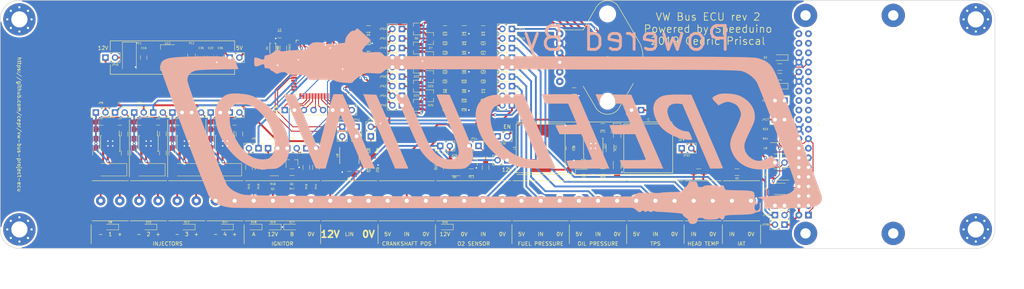
<source format=kicad_pcb>
(kicad_pcb (version 20221018) (generator pcbnew)
  (layers (0 "F.Cu" signal) (31 "B.Cu" signal) (34 "B.Paste" user) (35 "F.Paste" user) (36 "B.SilkS" user "B.Silkscreen") (37 "F.SilkS" user "F.Silkscreen") (38 "B.Mask" user) (39 "F.Mask" user) (44 "Edge.Cuts" user))
  (net 0 "")
  (net 1 "GND")
  (net 2 "+5VA")
  (net 3 "Net-(C19-Pad1)")
  (net 4 "+12V")
  (net 5 "Net-(C26-Pad1)")
  (net 6 "Net-(Q1-Pad1)")
  (net 7 "Net-(R1-Pad1)")
  (net 8 "Net-(R1-Pad2)")
  (net 9 "Net-(C4-Pad1)")
  (net 10 "/O2 Sensor/IN")
  (net 11 "/MCU/A7")
  (net 12 "/MCU/A3")
  (net 13 "/Throttle Position Sensor /IN")
  (net 14 "/MCU/A2")
  (net 15 "/Intake Air Temperature Sensor/IN")
  (net 16 "/MCU/A0")
  (net 17 "/Head Temperature Sensor/IN")
  (net 18 "/MCU/A1")
  (net 19 "/MCU/A4")
  (net 20 "/Oil Pressure Sensor/IN")
  (net 21 "/MCU/A5")
  (net 22 "/Fuel Pressure/IN")
  (net 23 "/MCU/A6")
  (net 24 "/MCU/SCK")
  (net 25 "/O2 Sensor Power/OUT")
  (net 26 "Net-(Q3-Pad3)")
  (net 27 "Net-(Q3-Pad1)")
  (net 28 "/O2 Sensor Power/EN")
  (net 29 "/Raspberry Pi Zero W/ATMEGA_RESET")
  (net 30 "/Crankshaft pos sensor/IN")
  (net 31 "Net-(C38-Pad1)")
  (net 32 "Net-(C40-Pad1)")
  (net 33 "Net-(C40-Pad2)")
  (net 34 "Net-(C41-Pad2)")
  (net 35 "Net-(C41-Pad1)")
  (net 36 "Net-(J2-Pad10)")
  (net 37 "Net-(J2-Pad1)")
  (net 38 "Net-(J2-Pad16)")
  (net 39 "/Power/EN")
  (net 40 "Net-(R23-Pad1)")
  (net 41 "Net-(R27-Pad1)")
  (net 42 "/Raspberry Pi Zero W/RXD_PDO")
  (net 43 "/MCU/RXD0")
  (net 44 "/Injector 1/INJ_CMD")
  (net 45 "/Injector 2/INJ_CMD")
  (net 46 "/Injector 3/INJ_CMD")
  (net 47 "/Injector 4/INJ_CMD")
  (net 48 "Net-(C24-Pad1)")
  (net 49 "/MCU/OC3A")
  (net 50 "Net-(C28-Pad1)")
  (net 51 "Net-(C30-Pad1)")
  (net 52 "Net-(D8-Pad1)")
  (net 53 "Net-(D8-Pad2)")
  (net 54 "Net-(D10-Pad1)")
  (net 55 "Net-(D10-Pad2)")
  (net 56 "Net-(D12-Pad1)")
  (net 57 "Net-(D12-Pad2)")
  (net 58 "Net-(D14-Pad1)")
  (net 59 "Net-(D14-Pad2)")
  (net 60 "Net-(J2-Pad7)")
  (net 61 "Net-(J2-Pad32)")
  (net 62 "Net-(R18-Pad1)")
  (net 63 "Net-(R20-Pad1)")
  (net 64 "Net-(R22-Pad1)")
  (net 65 "Net-(R34-Pad1)")
  (net 66 "Net-(R36-Pad1)")
  (net 67 "Net-(R38-Pad1)")
  (net 68 "Net-(R40-Pad1)")
  (net 69 "Net-(R42-Pad1)")
  (net 70 "/MCU/OC3C")
  (net 71 "/MCU/OC1B")
  (net 72 "Net-(D9-Pad2)")
  (net 73 "Net-(D11-Pad2)")
  (net 74 "Net-(D13-Pad2)")
  (net 75 "Net-(D15-Pad2)")
  (net 76 "Net-(D16-Pad2)")
  (net 77 "Net-(D17-Pad2)")
  (net 78 "Net-(D18-Pad2)")
  (net 79 "Net-(D19-Pad2)")
  (net 80 "/Ignitor/sheet5CF8D1B3/OUT")
  (net 81 "/Ignitor/IN1")
  (net 82 "/Ignitor/IN2")
  (net 83 "Net-(Q1-Pad3)")
  (net 84 "/Ignitor/EN")
  (net 85 "/Injector 1/+12V")
  (net 86 "/Injector 2/+12V")
  (net 87 "/Injector 3/+12V")
  (net 88 "/Injector 4/+12V")
  (net 89 "/MCU/OC1A")
  (net 90 "/MCU/OC3B")
  (net 91 "/Ignitor/+12V")
  (net 92 "/O2 Sensor Power/+12V")
  (net 93 "/MCU/PA0")
  (net 94 "/MCU/RESET")
  (net 95 "Net-(J2-Pad33)")
  (net 96 "Net-(J2-Pad8)")
  (net 97 "/Raspberry Pi Zero W/+5VA")
  (net 98 "/MCU/TXD0")
  (net 99 "/Raspberry Pi Zero W/TXD_PDI")
  (net 100 "/Raspberry Pi Zero W/SCK")
  (net 101 "/Raspberry Pi Zero W/+5VD")
  (net 102 "/MCU/INT0")
  (net 103 "/MCU/LIN")
  (net 104 "/Power/+12V")
  (net 105 "/MCU/ATMEGA regulator/AVCC")
  (net 106 "/Power/+5V")
  (net 107 "Net-(R28-Pad1)")
  (net 108 "/MCU/sheet5D16F277/RXD")
  (net 109 "/MCU/sheet5D16F277/TXD")
  (net 110 "Net-(D3-Pad2)")
  (net 111 "Net-(JP41-Pad1)")
  (net 112 "Net-(JP42-Pad1)")
  (net 113 "/MCU/sheet5D16F277/+5V")
  (net 114 "/MAP Sensor/+5V")
  (net 115 "Net-(D2-Pad2)")
  (net 116 "Net-(D5-Pad2)")
  (net 117 "+5VD")
  (net 118 "Net-(C16-Pad1)")
  (net 119 "Net-(C22-Pad1)")
  (net 120 "Net-(JP39-Pad2)")
  (net 121 "Net-(JP40-Pad2)")
  (net 122 "Net-(JP49-Pad2)")
  (net 123 "Net-(JP50-Pad2)")
  (net 124 "Net-(JP51-Pad2)")
  (net 125 "Net-(JP52-Pad2)")
  (net 126 "Net-(JP53-Pad2)")
  (net 127 "Net-(JP54-Pad2)")
  (net 128 "Net-(JP55-Pad2)")
  (net 129 "Net-(C1-Pad1)")
  (net 130 "Net-(JP15-Pad1)")
  (net 131 "Net-(C14-Pad1)")
  (net 132 "Net-(C17-Pad1)")
  (net 133 "Net-(C7-Pad1)")
  (net 134 "Net-(C12-Pad1)")
  (net 135 "Net-(C21-Pad1)")
  (net 136 "Net-(C23-Pad1)")
  (net 137 "Net-(C33-Pad1)")
  (net 138 "Net-(JP23-Pad1)")
  (net 139 "/MCU/PA1")
  (net 140 "Net-(J15-Pad1)")
  (net 141 "Net-(J15-Pad2)")
  (net 142 "Net-(J15-Pad3)")
  (net 143 "Net-(J15-Pad4)")
  (net 144 "Net-(J15-Pad5)")
  (net 145 "Net-(J15-Pad6)")
  (net 146 "Net-(J15-Pad7)")
  (net 147 "Net-(J15-Pad8)")
  (footprint "Pin_Headers:Pin_Header_Straight_1x02_Pitch2.54mm" (layer "F.Cu") (at 50.8 98.425 90)
    (fp_text reference "JP8")
    (fp_text value "Jumper")
  )
  (footprint "Mounting_Holes:MountingHole_4.3mm_M4_Pad_Via" (layer "F.Cu") (at 30.48 73.66)
    (fp_text reference "H1" hide)
    (fp_text value "MountingHole")
  )
  (footprint "Mounting_Holes:MountingHole_4.3mm_M4_Pad_Via" (layer "F.Cu") (at 30.48 129.54)
    (fp_text reference "H2" hide)
    (fp_text value "MountingHole")
  )
  (footprint "Mounting_Holes:MountingHole_4.3mm_M4_Pad_Via" (layer "F.Cu") (at 284.48 73.66)
    (fp_text reference "H3" hide)
    (fp_text value "MountingHole")
  )
  (footprint "Mounting_Holes:MountingHole_4.3mm_M4_Pad_Via" (layer "F.Cu") (at 284.48 129.54)
    (fp_text reference "H4" hide)
    (fp_text value "MountingHole")
  )
  (footprint "Capacitors_SMD:C_1206_HandSoldering" (layer "F.Cu") (at 187.325 107.95 90)
    (fp_text reference "PC3")
    (fp_text value "47uF 10V")
  )
  (footprint "Pin_Headers:Pin_Header_Straight_1x02_Pitch2.54mm" (layer "F.Cu") (at 132.08 86.36 -90)
    (fp_text reference "JP40")
    (fp_text value "Jumper")
  )
  (footprint "Pin_Headers:Pin_Header_Straight_1x02_Pitch2.54mm" (layer "F.Cu") (at 161.29 88.9 -90)
    (fp_text reference "JP21")
    (fp_text value "Jumper")
  )
  (footprint "Pin_Headers:Pin_Header_Straight_1x02_Pitch2.54mm" (layer "F.Cu") (at 53.34 83.82 90)
    (fp_text reference "JP46")
    (fp_text value "Jumper")
  )
  (footprint "Capacitors_SMD:C_0805_HandSoldering" (layer "F.Cu") (at 176.53 107.95 -90)
    (fp_text reference "C38")
    (fp_text value "22uF 25V")
  )
  (footprint "Capacitors_SMD:C_0805_HandSoldering" (layer "F.Cu") (at 143.51 78.74)
    (fp_text reference "C15")
    (fp_text value "0.22uF 50V")
  )
  (footprint "Resistors_SMD:R_0805_HandSoldering" (layer "F.Cu") (at 185.42 114.3)
    (fp_text reference "R50")
    (fp_text value "910")
  )
  (footprint "Resistors_SMD:R_0805_HandSoldering" (layer "F.Cu") (at 232.41 88.9)
    (fp_text reference "R51")
    (fp_text value "309")
  )
  (footprint "Capacitors_SMD:C_0805_HandSoldering" (layer "F.Cu") (at 123.19 78.74)
    (fp_text reference "C43")
    (fp_text value "0.1uF 50V")
  )
  (footprint "Pin_Headers:Pin_Header_Straight_1x02_Pitch2.54mm" (layer "F.Cu") (at 116.205 102.235)
    (fp_text reference "JP42")
    (fp_text value "Jumper")
  )
  (footprint "Resistors_SMD:R_0805_HandSoldering" (layer "F.Cu") (at 232.41 86.36)
    (fp_text reference "R31")
    (fp_text value "200")
  )
  (footprint "Pin_Headers:Pin_Header_Straight_1x02_Pitch2.54mm" (layer "F.Cu") (at 132.08 76.2 -90)
    (fp_text reference "JP53")
    (fp_text value "Jumper")
  )
  (footprint "Pin_Headers:Pin_Header_Straight_1x02_Pitch2.54mm" (layer "F.Cu") (at 161.29 96.52 -90)
    (fp_text reference "JP22")
    (fp_text value "Jumper")
  )
  (footprint "Pin_Headers:Pin_Header_Straight_1x02_Pitch2.54mm" (layer "F.Cu") (at 132.08 91.44 -90)
    (fp_text reference "JP52")
    (fp_text value "Jumper")
  )
  (footprint "Pin_Headers:Pin_Header_Straight_1x02_Pitch2.54mm" (layer "F.Cu") (at 132.08 88.9 -90)
    (fp_text reference "JP50")
    (fp_text value "Jumper")
  )
  (footprint "Pin_Headers:Pin_Header_Straight_1x02_Pitch2.54mm" (layer "F.Cu") (at 132.08 96.52 -90)
    (fp_text reference "JP55")
    (fp_text value "Jumper")
  )
  (footprint "Pin_Headers:Pin_Header_Straight_1x02_Pitch2.54mm" (layer "F.Cu") (at 160.02 111.125 -90)
    (fp_text reference "JP31")
    (fp_text value "Jumper")
  )
  (footprint "Capacitors_Tantalum_SMD:CP_Tantalum_Case-C_EIA-6032-28_Reflow" (layer "F.Cu") (at 59.69 83.82 -90)
    (fp_text reference "PC1")
    (fp_text value "47uF")
  )
  (footprint "Pin_Headers:Pin_Header_Straight_1x02_Pitch2.54mm" (layer "F.Cu") (at 206.375 107.95 90)
    (fp_text reference "JP32")
    (fp_text value "Jumper")
  )
  (footprint "TO_SOT_Packages_SMD:SOT-223-3_TabPin2" (layer "F.Cu") (at 69.85 83.82 180)
    (fp_text reference "U12")
    (fp_text value "LD1117S50TR_SOT223")
  )
  (footprint "Housings_SOIC:SOIC-8_3.9x4.9mm_Pitch1.27mm" (layer "F.Cu") (at 118.11 109.855 -90)
    (fp_text reference "U8")
    (fp_text value "MCP2003B")
  )
  (footprint "Resistors_SMD:R_0805_HandSoldering" (layer "F.Cu") (at 154.305 113.03 90)
    (fp_text reference "R11")
    (fp_text value "150")
  )
  (footprint "Capacitors_SMD:C_0805_HandSoldering" (layer "F.Cu") (at 83.82 83.82 -90)
    (fp_text reference "C36")
    (fp_text value "0.1uF 50V")
  )
  (footprint "LEDs:LED_0805_HandSoldering" (layer "F.Cu") (at 180.34 114.3)
    (fp_text reference "D3")
    (fp_text value "LED GREEN 2.5mA 2.7V")
  )
  (footprint "LEDs:LED_0805_HandSoldering" (layer "F.Cu") (at 232.41 83.82 180)
    (fp_text reference "D2")
    (fp_text value "LED BLUE 10mA 3V")
  )
  (footprint "Pin_Headers:Pin_Header_Straight_1x02_Pitch2.54mm" (layer "F.Cu") (at 161.29 76.2 -90)
    (fp_text reference "JP15")
    (fp_text value "Jumper")
  )
  (footprint "Resistors_SMD:R_0805_HandSoldering" (layer "F.Cu") (at 121.92 108.585 -90)
    (fp_text reference "R30")
    (fp_text value "4k7")
  )
  (footprint "Pin_Headers:Pin_Header_Straight_1x02_Pitch2.54mm" (layer "F.Cu") (at 161.29 81.28 -90)
    (fp_text reference "JP17")
    (fp_text value "Jumper")
  )
  (footprint "Pin_Headers:Pin_Header_Straight_1x02_Pitch2.54mm" (layer "F.Cu") (at 86.36 83.82 90)
    (fp_text reference "JP47")
    (fp_text value "Jumper")
  )
  (footprint "Capacitors_SMD:C_0805_HandSoldering" (layer "F.Cu") (at 153.67 76.2 180)
    (fp_text reference "C1")
    (fp_text value "0.47nF 50V")
  )
  (footprint "Speeduino Mini:xP_01ASB0907B" (layer "F.Cu") (at 186.69 83.82 -90)
    (fp_text reference "U4")
    (fp_text value "MPX4250AP1")
  )
  (footprint "Pin_Headers:Pin_Header_Straight_1x02_Pitch2.54mm" (layer "F.Cu") (at 157.48 104.775 90)
    (fp_text reference "JP30")
    (fp_text value "Jumper")
  )
  (footprint "Capacitors_SMD:C_0805_HandSoldering" (layer "F.Cu") (at 143.51 93.98)
    (fp_text reference "C20")
    (fp_text value "0.22uF 50V")
  )
  (footprint "Capacitors_SMD:C_0805_HandSoldering" (layer "F.Cu") (at 153.67 96.52 180)
    (fp_text reference "C21")
    (fp_text value "0.1uF 50V")
  )
  (footprint "Capacitors_SMD:C_0805_HandSoldering" (layer "F.Cu") (at 153.67 86.36 180)
    (fp_text reference "C23")
    (fp_text value "0.1uF 50V")
  )
  (footprint "Capacitors_SMD:C_0805_HandSoldering" (layer "F.Cu") (at 143.51 86.36)
    (fp_text reference "C32")
    (fp_text value "0.22uF 50V")
  )
  (footprint "Capacitors_SMD:C_0805_HandSoldering" (layer "F.Cu") (at 153.67 88.9 180)
    (fp_text reference "C33")
    (fp_text value "0.1uF 50V")
  )
  (footprint "Capacitors_SMD:C_0805_HandSoldering" (layer "F.Cu") (at 143.51 88.9)
    (fp_text reference "C34")
    (fp_text value "0.22uF 50V")
  )
  (footprint "Capacitors_SMD:C_0805_HandSoldering" (layer "F.Cu") (at 176.53 112.395 90)
    (fp_text reference "C37")
    (fp_text value "22uF 25V")
  )
  (footprint "Capacitors_SMD:C_0805_HandSoldering" (layer "F.Cu") (at 176.53 103.505 90)
    (fp_text reference "C39")
    (fp_text value "1uF 35V")
  )
  (footprint "Capacitors_SMD:C_0805_HandSoldering" (layer "F.Cu") (at 185.42 112.395 180)
    (fp_text reference "C40")
    (fp_text value "22nF 50V")
  )
  (footprint "Capacitors_SMD:C_0805_HandSoldering" (layer "F.Cu") (at 185.42 102.235 180)
    (fp_text reference "C41")
    (fp_text value "0.22uF 50V")
  )
  (footprint "Capacitors_SMD:C_0805_HandSoldering" (layer "F.Cu") (at 143.51 96.52)
    (fp_text reference "C42")
    (fp_text value "0.22uF 50V")
  )
  (footprint "Resistors_SMD:R_0805_HandSoldering" (layer "F.Cu") (at 97.79 85.725 90)
    (fp_text reference "R1")
    (fp_text value "1M")
  )
  (footprint "Resistors_SMD:R_0805_HandSoldering" (layer "F.Cu") (at 221.06 114.3 180)
    (fp_text reference "R2")
    (fp_text value "2.49k")
  )
  (footprint "Resistors_SMD:R_0805_HandSoldering" (layer "F.Cu") (at 148.59 78.74)
    (fp_text reference "R3")
    (fp_text value "470")
  )
  (footprint "Resistors_SMD:R_0805_HandSoldering" (layer "F.Cu") (at 210.9 114.3 180)
    (fp_text reference "R4")
    (fp_text value "2.49k")
  )
  (footprint "Resistors_SMD:R_0805_HandSoldering" (layer "F.Cu") (at 148.59 81.28)
    (fp_text reference "R5")
    (fp_text value "470")
  )
  (footprint "Resistors_SMD:R_0805_HandSoldering" (layer "F.Cu") (at 148.59 76.2)
    (fp_text reference "R7")
    (fp_text value "750")
  )
  (footprint "Resistors_SMD:R_0805_HandSoldering" (layer "F.Cu") (at 153.67 101.6)
    (fp_text reference "R13")
    (fp_text value "3.9k")
  )
  (footprint "Resistors_SMD:R_0805_HandSoldering" (layer "F.Cu") (at 153.67 99.06 180)
    (fp_text reference "R14")
    (fp_text value "1k")
  )
  (footprint "Resistors_SMD:R_0805_HandSoldering" (layer "F.Cu") (at 148.59 93.98)
    (fp_text reference "R15")
    (fp_text value "470")
  )
  (footprint "Resistors_SMD:R_0805_HandSoldering" (layer "F.Cu") (at 180.34 102.235 180)
    (fp_text reference "R16")
    (fp_text value "10k")
  )
  (footprint "Resistors_SMD:R_0805_HandSoldering" (layer "F.Cu") (at 148.59 83.82)
    (fp_text reference "R8")
    (fp_text value "470")
  )
  (footprint "Resistors_SMD:R_0805_HandSoldering" (layer "F.Cu") (at 148.59 86.36)
    (fp_text reference "R9")
    (fp_text value "470")
  )
  (footprint "Resistors_SMD:R_0805_HandSoldering" (layer "F.Cu") (at 148.59 88.9)
    (fp_text reference "R10")
    (fp_text value "470")
  )
  (footprint "Resistors_SMD:R_0805_HandSoldering" (layer "F.Cu") (at 150.495 114.3)
    (fp_text reference "R12")
    (fp_text value "10k")
  )
  (footprint "Resistors_SMD:R_0805_HandSoldering" (layer "F.Cu") (at 124.46 108.585 90)
    (fp_text reference "R28")
    (fp_text value "33k")
  )
  (footprint "Pin_Headers:Pin_Header_Straight_1x02_Pitch2.54mm" (layer "F.Cu") (at 231.14 125.73 90)
    (fp_text reference "JP26")
    (fp_text value "Jumper")
  )
  (footprint "Pin_Headers:Pin_Header_Straight_1x02_Pitch2.54mm" (layer "F.Cu") (at 132.08 93.98 -90)
    (fp_text reference "JP54")
    (fp_text value "Jumper")
  )
  (footprint "Capacitors_SMD:C_0805_HandSoldering" (layer "F.Cu") (at 124.46 113.645 90)
    (fp_text reference "C46")
    (fp_text value "1uF 35V")
  )
  (footprint "LEDs:LED_0805_HandSoldering" (layer "F.Cu") (at 232.41 91.44 180)
    (fp_text reference "D5")
    (fp_text value "LED RED 10mA 1.9V")
  )
  (footprint "Pin_Headers:Pin_Header_Straight_1x02_Pitch2.54mm" (layer "F.Cu") (at 161.29 93.98 -90)
    (fp_text reference "JP23")
    (fp_text value "Jumper")
  )
  (footprint "Pin_Headers:Pin_Header_Straight_1x02_Pitch2.54mm" (layer "F.Cu") (at 152.4 107.315 -90)
    (fp_text reference "JP14")
    (fp_text value "Jumper")
  )
  (footprint "Pin_Headers:Pin_Header_Straight_1x02_Pitch2.54mm" (layer "F.Cu") (at 142.24 107.315 90)
    (fp_text reference "JP13")
    (fp_text value "Jumper")
  )
  (footprint "Pin_Headers:Pin_Header_Straight_1x02_Pitch2.54mm" (layer "F.Cu") (at 120.015 102.235)
    (fp_text reference "JP41")
    (fp_text value "Jumper")
  )
  (footprint "Diodes_SMD:D_SOD-123F" (layer "F.Cu") (at 189.23 103.505 -90)
    (fp_text reference "D4")
    (fp_text value "D_Schottky")
  )
  (footprint "Speeduino Mini:BOURNS_SRR1260" (layer "F.Cu") (at 197.485 107.95 -90)
    (fp_text reference "L4")
    (fp_text value "47uH")
  )
  (footprint "Speeduino Mini:BOURNS_SRR1260" (layer "F.Cu") (at 168.91 107.95 90)
    (fp_text reference "L3")
    (fp_text value "47uH")
  )
  (footprint "Speeduino Mini:ED120_3DS" (layer "F.Cu") (at 118.11 121.92)
    (fp_text reference "J14" hide)
    (fp_text value "power")
  )
  (footprint "Speeduino Mini:ED120_3DS" (layer "F.Cu") (at 133.35 121.92)
    (fp_text reference "J6" hide)
    (fp_text value "crankshaft position sensor")
  )
  (footprint "Housings_QFP:TQFP-64_14x14mm_Pitch0.8mm" (layer "F.Cu") (at 111.125 86.36 -90)
    (fp_text reference "U3")
    (fp_text value "ATmega2561-16AU")
  )
  (footprint "Housings_SSOP:TSOP-6_1.65x3.05mm_Pitch0.95mm" (layer "F.Cu") (at 146.05 113.665 180)
    (fp_text reference "Q5")
    (fp_text value "SQ3457EV")
  )
  (footprint "TO_SOT_Packages_SMD:SOT-23" (layer "F.Cu") (at 150.495 111.76 90)
    (fp_text reference "Q3")
    (fp_text value "2N7002")
  )
  (footprint "Speeduino Mini:ED120_3DS" (layer "F.Cu") (at 168.91 121.92)
    (fp_text reference "J13" hide)
    (fp_text value "fuel pressure")
  )
  (footprint "Speeduino Mini:ED120_3DS" (layer "F.Cu") (at 184.15 121.92)
    (fp_text reference "J12" hide)
    (fp_text value "oil pressure")
  )
  (footprint "Speeduino Mini:ED120_4DS" (layer "F.Cu") (at 151.13 121.92)
    (fp_text reference "J1" hide)
    (fp_text value "O2")
  )
  (footprint "Speeduino Mini:MicroSMP" (layer "F.Cu") (at 97.79 81.28 90)
    (fp_text reference "D1")
    (fp_text value "MSS1P3L-M3/89A" hide)
  )
  (footprint "Speeduino Mini:Resonator_SMD_Murata-3pin_3.2x1.3mm" (layer "F.Cu") (at 100.33 85.725 90)
    (fp_text reference "Y1")
    (fp_text value "CSTCE16M0V53-R0")
  )
  (footprint "Speeduino Mini:ED120_2DS" (layer "F.Cu") (at 222.25 121.92)
    (fp_text reference "J4" hide)
    (fp_text value "IAT")
  )
  (footprint "Speeduino Mini:ED120_2DS" (layer "F.Cu") (at 212.09 121.92)
    (fp_text reference "J5" hide)
    (fp_text value "head temperature")
  )
  (footprint "Speeduino Mini:ED120_3DS" (layer "F.Cu") (at 199.39 121.92)
    (fp_text reference "J3" hide)
    (fp_text value "TPS")
  )
  (footprint "Speeduino Mini:RaspberryPi_uHAT" (layer "F.Cu") (at 238.76 101.6 90)
    (fp_text reference "J2")
    (fp_text value "Raspberry_Pi_2_3")
  )
  (footprint "Capacitors_SMD:C_0805_HandSoldering" (layer "F.Cu") (at 57.15 100.965)
    (fp_text reference "C24" hide)
    (fp_text value "1nF 50V")
  )
  (footprint "Capacitors_SMD:C_0805_HandSoldering" (layer "F.Cu") (at 67.31 100.965)
    (fp_text reference "C26" hide)
    (fp_text value "1nF 50V")
  )
  (footprint "Capacitors_SMD:C_0805_HandSoldering" (layer "F.Cu") (at 60.96 104.14 90)
    (fp_text reference "C27" hide)
    (fp_text value "22uF 16V")
  )
  (footprint "Capacitors_SMD:C_0805_HandSoldering" (layer "F.Cu") (at 77.47 100.965)
    (fp_text reference "C28" hide)
    (fp_text value "1nF 50V")
  )
  (footprint "Capacitors_SMD:C_0805_HandSoldering" (layer "F.Cu") (at 71.12 104.16 90)
    (fp_text reference "C29" hide)
    (fp_text value "22uF 16V")
  )
  (footprint "Capacitors_SMD:C_0805_HandSoldering" (layer "F.Cu") (at 87.63 100.965)
    (fp_text reference "C30" hide)
    (fp_text value "1nF 50V")
  )
  (footprint "Capacitors_SMD:C_0805_HandSoldering" (layer "F.Cu") (at 81.28 104.14 90)
    (fp_text reference "C31" hide)
    (fp_text value "22uF 16V")
  )
  (footprint "LEDs:LED_0805_HandSoldering" (layer "F.Cu") (at 54.61 128.905 180)
    (fp_text reference "D8")
    (fp_text value "LED RED 10mA 1.9V")
  )
  (footprint "Diodes_SMD:D_SMA_Handsoldering" (layer "F.Cu") (at 54.61 113.665 180)
    (fp_text reference "D9" hide)
    (fp_text value "B340A-13-F")
  )
  (footprint "LEDs:LED_0805_HandSoldering" (layer "F.Cu") (at 64.77 128.905 180)
    (fp_text reference "D10")
    (fp_text value "LED RED 10mA 1.9V")
  )
  (footprint "Diodes_SMD:D_SMA_Handsoldering" (layer "F.Cu") (at 64.77 113.665 180)
    (fp_text reference "D11" hide)
    (fp_text value "B340A-13-F")
  )
  (footprint "LEDs:LED_0805_HandSoldering" (layer "F.Cu") (at 74.93 128.905 180)
    (fp_text reference "D12")
    (fp_text value "LED RED 10mA 1.9V")
  )
  (footprint "Diodes_SMD:D_SMA_Handsoldering" (layer "F.Cu") (at 74.93 113.665 180)
    (fp_text reference "D13" hide)
    (fp_text value "B340A-13-F")
  )
  (footprint "LEDs:LED_0805_HandSoldering" (layer "F.Cu") (at 85.09 128.905 180)
    (fp_text reference "D14")
    (fp_text value "LED RED 10mA 1.9V")
  )
  (footprint "Diodes_SMD:D_SMA_Handsoldering" (layer "F.Cu") (at 85.09 113.665 180)
    (fp_text reference "D15" hide)
    (fp_text value "B340A-13-F")
  )
  (footprint "Resistors_SMD:R_0805_HandSoldering" (layer "F.Cu") (at 58.42 109.22 90)
    (fp_text reference "R17" hide)
    (fp_text value "10k")
  )
  (footprint "Resistors_SMD:R_0805_HandSoldering" (layer "F.Cu") (at 52.07 100.965 180)
    (fp_text reference "R18" hide)
    (fp_text value "47.5k")
  )
  (footprint "Resistors_SMD:R_0805_HandSoldering" (layer "F.Cu") (at 50.8 109.22 -90)
    (fp_text reference "R19" hide)
    (fp_text value "1k")
  )
  (footprint "Resistors_SMD:R_0805_HandSoldering" (layer "F.Cu") (at 58.42 104.14 -90)
    (fp_text reference "R20" hide)
    (fp_text value "26.1k")
  )
  (footprint "Resistors_SMD:R_0805_HandSoldering" (layer "F.Cu") (at 68.58 109.22 90)
    (fp_text reference "R21" hide)
    (fp_text value "10k")
  )
  (footprint "Resistors_SMD:R_0805_HandSoldering" (layer "F.Cu") (at 62.23 100.965 180)
    (fp_text reference "R22" hide)
    (fp_text value "47.5k")
  )
  (footprint "Resistors_SMD:R_0805_HandSoldering" (layer "F.Cu") (at 60.96 109.22 -90)
    (fp_text reference "R33" hide)
    (fp_text value "1k")
  )
  (footprint "Resistors_SMD:R_0805_HandSoldering" (layer "F.Cu") (at 68.58 104.14 -90)
    (fp_text reference "R34" hide)
    (fp_text value "26.1k")
  )
  (footprint "Resistors_SMD:R_0805_HandSoldering" (layer "F.Cu") (at 78.74 109.22 90)
    (fp_text reference "R35" hide)
    (fp_text value "10k")
  )
  (footprint "Resistors_SMD:R_0805_HandSoldering" (layer "F.Cu") (at 72.39 100.965 180)
    (fp_text reference "R36" hide)
    (fp_text value "47.5k")
  )
  (footprint "Resistors_SMD:R_0805_HandSoldering" (layer "F.Cu") (at 71.12 109.22 -90)
    (fp_text reference "R37" hide)
    (fp_text value "1k")
  )
  (footprint "Resistors_SMD:R_0805_HandSoldering" (layer "F.Cu") (at 78.74 104.14 -90)
    (fp_text reference "R38" hide)
    (fp_text value "26.1k")
  )
  (footprint "Resistors_SMD:R_0805_HandSoldering" (layer "F.Cu") (at 88.9 109.22 90)
    (fp_text reference "R39" hide)
    (fp_text value "10k")
  )
  (footprint "Resistors_SMD:R_0805_HandSoldering" (layer "F.Cu") (at 82.55 100.965 180)
    (fp_text reference "R40" hide)
    (fp_text value "47.5k")
  )
  (footprint "Resistors_SMD:R_0805_HandSoldering" (layer "F.Cu") (at 81.28 109.22 -90)
    (fp_text reference "R41" hide)
    (fp_text value "1k")
  )
  (footprint "Resistors_SMD:R_0805_HandSoldering" (layer "F.Cu") (at 88.9 104.14 -90)
    (fp_text reference "R42" hide)
    (fp_text value "26.1k")
  )
  (footprint "Housings_SOIC:TI_SO-PowerPAD-8" (layer "F.Cu") (at 54.61 106.68 -90)
    (fp_text reference "U7" hide)
    (fp_text value "DRV103H")
  )
  (footprint "Housings_SOIC:TI_SO-PowerPAD-8" (layer "F.Cu") (at 64.77 106.68 -90)
    (fp_text reference "U13" hide)
    (fp_text value "DRV103H")
  )
  (footprint "Housings_SOIC:TI_SO-PowerPAD-8" (layer "F.Cu") (at 74.93 106.68 -90)
    (fp_text reference "U14" hide)
    (fp_text value "DRV103H")
  )
  (footprint "Housings_SOIC:TI_SO-PowerPAD-8" (layer "F.Cu") (at 85.09 106.68 -90)
    (fp_text reference "U15" hide)
    (fp_text value "DRV103H")
  )
  (footprint "Capacitors_SMD:C_0805_HandSoldering" (layer "F.Cu") (at 50.8 104.14 90)
    (fp_text reference "C25" hide)
    (fp_text value "22uF 16V")
  )
  (footprint "LEDs:LED_0805_HandSoldering" (layer "F.Cu") (at 143.51 128.905 180)
    (fp_text reference "D16")
    (fp_text value "LED GREEN 2.5mA 2.7V")
  )
  (footprint "LEDs:LED_0805_HandSoldering" (layer "F.Cu") (at 102.87 128.905)
    (fp_text reference "D17")
    (fp_text value "LED BLUE 10mA 3V")
  )
  (footprint "LEDs:LED_0805_HandSoldering" (layer "F.Cu") (at 92.71 128.905 180)
    (fp_text reference "D18")
    (fp_text value "LED BLUE 10mA 3V")
  )
  (footprint "Pin_Headers:Pin_Header_Straight_1x02_Pitch2.54mm" (layer "F.Cu") (at 81.28 98.425 90)
    (fp_text reference "JP11")
    (fp_text value "Jumper")
  )
  (footprint "Pin_Headers:Pin_Header_Straight_1x02_Pitch2.54mm" (layer "F.Cu") (at 96.52 107.95 90)
    (fp_text reference "JP12")
    (fp_text value "Jumper")
  )
  (footprint "Capacitors_SMD:C_0805_HandSoldering" (layer "F.Cu") (at 143.51 91.44)
    (fp_text reference "C8")
    (fp_text value "0.22uF 50V")
  )
  (footprint "Capacitors_SMD:C_0805_HandSoldering" (layer "F.Cu") (at 153.67 91.44 180)
    (fp_text reference "C7")
    (fp_text value "0.1uF 50V")
  )
  (footprint "Resistors_SMD:R_0805_HandSoldering" (layer "F.Cu") (at 148.59 91.44)
    (fp_text reference "R6")
    (fp_text value "470")
  )
  (footprint "Pin_Headers:Pin_Header_Straight_1x02_Pitch2.54mm" (layer "F.Cu") (at 231.14 111.76 90)
    (fp_text reference "JP24")
    (fp_text value "Jumper")
  )
  (footprint "Pin_Headers:Pin_Header_Straight_1x02_Pitch2.54mm" (layer "F.Cu") (at 231.14 123.19 90)
    (fp_text reference "JP25")
    (fp_text value "Jumper")
  )
  (footprint "Pin_Headers:Pin_Header_Straight_1x02_Pitch2.54mm" (layer "F.Cu") (at 231.14 100.33 90)
    (fp_text reference "JP27")
    (fp_text value "Jumper")
  )
  (footprint "Pin_Headers:Pin_Header_Straight_1x02_Pitch2.54mm" (layer "F.Cu") (at 233.68 95.25 -90)
    (fp_text reference "JP28")
    (fp_text value "Jumper")
  )
  (footprint "Pin_Headers:Pin_Header_Straight_1x02_Pitch2.54mm" (layer "F.Cu") (at 233.68 128.27 -90)
    (fp_text reference "JP29")
    (fp_text value "Jumper")
  )
  (footprint "Capacitors_SMD:C_0805_HandSoldering" (layer "F.Cu") (at 118.11 114.935 180)
    (fp_text reference "C6")
    (fp_text value "0.22nF 200V")
  )
  (footprint "Capacitors_SMD:C_0805_HandSoldering" (layer "F.Cu") (at 63.5 83.82 -90)
    (fp_text reference "C16")
    (fp_text value "0.1uF 50V")
  )
  (footprint "Capacitors_SMD:C_0805_HandSoldering" (layer "F.Cu") (at 81.28 83.82 -90)
    (fp_text reference "C22")
    (fp_text value "0.1uF 50V")
  )
  (footprint "Capacitors_SMD:C_0805_HandSoldering" (layer "F.Cu") (at 78.74 83.82 -90)
    (fp_text reference "C35")
    (fp_text value "0.1uF 50V")
  )
  (footprint "TO_SOT_Packages_SMD:SOT-23" (layer "F.Cu") (at 135.89 76.2 180)
    (fp_text reference "D6")
    (fp_text value "NUP1301,215")
  )
  (footprint "TO_SOT_Packages_SMD:SOT-23" (layer "F.Cu") (at 139.7 88.9)
    (fp_text reference "D23")
    (fp_text value "NUP1301,215")
  )
  (footprint "Capacitors_SMD:C_1206_HandSoldering" (layer "F.Cu") (at 76.2 83.82 -90)
    (fp_text reference "PC2")
    (fp_text value "47uF 10V")
  )
  (footprint "TO_SOT_Packages_SMD:SOT-23" (layer "F.Cu") (at 139.7 93.98)
    (fp_text reference "D25")
    (fp_text value "NUP1301,215")
  )
  (footprint "Resistors_SMD:R_0805_HandSoldering" (layer "F.Cu") (at 121.92 113.665 -90)
    (fp_text reference "R27")
    (fp_text value "33k")
  )
  (footprint "Housings_SSOP:SSOP-8_2.95x2.8mm_Pitch0.65mm" (layer "F.Cu") (at 232.41 118.745)
    (fp_text reference "U5")
    (fp_text value "SN74LVC2T45MDCTTEP")
  )
  (footprint "TO_SOT_Packages_SMD:SOT-23" (layer "F.Cu") (at 139.7 78.74)
    (fp_text reference "D7")
    (fp_text value "NUP1301,215")
  )
  (footprint "Pin_Headers:Pin_Header_Straight_1x02_Pitch2.54mm" (layer "F.Cu") (at 132.08 83.82 -90)
    (fp_text reference "JP39")
    (fp_text value "Jumper")
  )
  (footprint "Pin_Headers:Pin_Header_Straight_1x02_Pitch2.54mm" (layer "F.Cu") (at 123.825 104.775 180)
    (fp_text reference "JP43")
    (fp_text value "Jumper")
  )
  (footprint "Housings_SOIC:SOIC-8-1EP_3.9x4.9mm_Pitch1.27mm" (layer "F.Cu") (at 182.88 107.315 90)
    (fp_text reference "U11")
    (fp_text value "TLE8366")
  )
  (footprint "Housings_SSOP:SSOP-8_2.95x2.8mm_Pitch0.65mm" (layer "F.Cu") (at 232.41 114.935 180)
    (fp_text reference "U10")
    (fp_text value "SN74LVC2T45MDCTTEP")
  )
  (footprint "TO_SOT_Packages_SMD:SOT-23" (layer "F.Cu") (at 135.89 91.44 180)
    (fp_text reference "D24")
    (fp_text value "NUP1301,215")
  )
  (footprint "Inductors_SMD:L_0805_HandSoldering" (layer "F.Cu") (at 123.19 76.2 180)
    (fp_text reference "L1")
    (fp_text value "10uH")
  )
  (footprint "Pin_Headers:Pin_Header_Straight_1x02_Pitch2.54mm" (layer "F.Cu") (at 132.08 81.28 -90)
    (fp_text reference "JP49")
    (fp_text value "Jumper")
  )
  (footprint "TO_SOT_Packages_SMD:SOT-23" (layer "F.Cu") (at 135.89 86.36 180)
    (fp_text reference "D22")
    (fp_text value "NUP1301,215")
  )
  (footprint "Resistors_SMD:R_0805_HandSoldering" (layer "F.Cu") (at 232.41 102.87)
    (fp_text reference "R23")
    (fp_text value "150")
  )
  (footprint "Resistors_SMD:R_0805_HandSoldering" (layer "F.Cu") (at 232.41 105.41)
    (fp_text reference "R24")
    (fp_text value "10k")
  )
  (footprint "Resistors_SMD:R_0805_HandSoldering" (layer "F.Cu") (at 180.34 112.395 180)
    (fp_text reference "R25")
    (fp_text value "22k")
  )
  (footprint "Resistors_SMD:R_0805_HandSoldering" (layer "F.Cu") (at 148.59 96.52)
    (fp_text reference "R26")
    (fp_text value "470")
  )
  (footprint "Resistors_SMD:R_0805_HandSoldering" (layer "F.Cu") (at 146.05 111.125)
    (fp_text reference "R29")
    (fp_text value "10k")
  )
  (footprint "Resistors_SMD:R_0805_HandSoldering" (layer "F.Cu") (at 106.68 113.03 90)
    (fp_text reference "R46")
    (fp_text value "150")
  )
  (footprint "Resistors_SMD:R_0805_HandSoldering" (layer "F.Cu") (at 102.87 114.3)
    (fp_text reference "R47")
    (fp_text value "10k")
  )
  (footprint "Resistors_SMD:R_0805_HandSoldering" (layer "F.Cu") (at 97.79 111.125)
    (fp_text reference "R48")
    (fp_text value "10k")
  )
  (footprint "Resistors_SMD:R_0805_HandSoldering" (layer "F.Cu") (at 100.584 81.28 90)
    (fp_text reference "RN5A1")
    (fp_text value "10k")
  )
  (footprint "Pin_Headers:Pin_Header_Straight_1x02_Pitch2.54mm" (layer "F.Cu") (at 55.88 98.425 90)
    (fp_text reference "JP1")
    (fp_text value "Jumper")
  )
  (footprint "Pin_Headers:Pin_Header_Straight_1x02_Pitch2.54mm" (layer "F.Cu") (at 66.04 98.425 90)
    (fp_text reference "JP2")
    (fp_text value "Jumper")
  )
  (footprint "Pin_Headers:Pin_Header_Straight_1x02_Pitch2.54mm" (layer "F.Cu") (at 86.36 98.425 90)
    (fp_text reference "JP4")
    (fp_text value "Jumper")
  )
  (footprint "Pin_Headers:Pin_Header_Straight_1x02_Pitch2.54mm" (layer "F.Cu") (at 101.6 107.95 90)
    (fp_text reference "JP5")
    (fp_text value "Jumper")
  )
  (footprint "Pin_Headers:Pin_Header_Straight_1x02_Pitch2.54mm" (layer "F.Cu") (at 93.98 107.95 -90)
    (fp_text reference "JP6")
    (fp_text value "Jumper")
  )
  (footprint "Pin_Headers:Pin_Header_Straight_1x02_Pitch2.54mm" (layer "F.Cu") (at 106.68 107.95 90)
    (fp_text reference "JP7")
    (fp_text value "Jumper")
  )
  (footprint "Pin_Headers:Pin_Header_Straight_1x02_Pitch2.54mm" (layer "F.Cu") (at 60.96 98.425 90)
    (fp_text reference "JP9")
    (fp_text value "Jumper")
  )
  (footprint "Pin_Headers:Pin_Header_Straight_1x02_Pitch2.54mm" (layer "F.Cu") (at 71.12 98.425 90)
    (fp_text reference "JP10")
    (fp_text value "Jumper")
  )
  (footprint "Pin_Headers:Pin_Header_Straight_1x02_Pitch2.54mm" (layer "F.Cu") (at 195.58 97.79 -90)
    (fp_text reference "JP45")
    (fp_text value "Jumper")
  )
  (footprint "TO_SOT_Packages_SMD:SOT-23" (layer "F.Cu") (at 135.89 81.28 180)
    (fp_text reference "D20")
    (fp_text value "NUP1301,215")
  )
  (footprint "TO_SOT_Packages_SMD:SOT-23" (layer "F.Cu") (at 139.7 83.82)
    (fp_text reference "D21")
    (fp_text value "NUP1301,215")
  )
  (footprint "LEDs:LED_0805_HandSoldering" (layer "F.Cu") (at 97.79 128.905 180)
    (fp_text reference "D19")
    (fp_text value "LED GREEN 2.5mA 2.7V")
  )
  (footprint "Speeduino Mini:ED120_2DS" (layer "F.Cu") (at 54.61 121.92 180)
    (fp_text reference "J7" hide)
    (fp_text value "Injector")
  )
  (footprint "Speeduino Mini:ED120_2DS" (layer "F.Cu") (at 64.77 121.92 180)
    (fp_text reference "J8" hide)
    (fp_text value "Injector")
  )
  (footprint "Speeduino Mini:ED120_2DS" (layer "F.Cu") (at 74.93 121.92 180)
    (fp_text reference "J9" hide)
    (fp_text value "Injector")
  )
  (footprint "Speeduino Mini:ED120_2DS" (layer "F.Cu") (at 85.09 121.92 180)
    (fp_text reference "J10" hide)
    (fp_text value "Injector")
  )
  (footprint "Speeduino Mini:ED120_4DS" (layer "F.Cu") (at 100.33 121.92)
    (fp_text reference "J11" hide)
    (fp_text value "Ignitor Pack")
  )
  (footprint "TO_SOT_Packages_SMD:SOT-23" (layer "F.Cu") (at 102.87 111.76 90)
    (fp_text reference "Q1")
    (fp_text value "2N7002")
  )
  (footprint "Housings_SSOP:TSOP-6_1.65x3.05mm_Pitch0.95mm" (layer "F.Cu") (at 97.79 113.665 180)
    (fp_text reference "Q2")
    (fp_text value "SQ3457EV")
  )
  (footprint "Resistors_SMD:R_0805_HandSoldering" (layer "F.Cu") (at 142.24 113.03 90)
    (fp_text reference "R43")
    (fp_text value "3.74k")
  )
  (footprint "Resistors_SMD:R_0805_HandSoldering" (layer "F.Cu") (at 109.22 113.03 90)
    (fp_text reference "R44")
    (fp_text value "200")
  )
  (footprint "Resistors_SMD:R_0805_HandSoldering" (layer "F.Cu") (at 91.44 113.03 90)
    (fp_text reference "R45")
    (fp_text value "200")
  )
  (footprint "Resistors_SMD:R_0805_HandSoldering" (layer "F.Cu") (at 93.98 113.03 90)
    (fp_text reference "R49")
    (fp_text value "3.74k")
  )
  (footprint "Capacitors_SMD:C_0805_HandSoldering" (layer "F.Cu") (at 99.568 77.724 180)
    (fp_text reference "C2")
    (fp_text value "4.7nF 100V")
  )
  (footprint "Capacitors_SMD:C_0805_HandSoldering" (layer "F.Cu") (at 123.19 81.28)
    (fp_text reference "C4")
    (fp_text value "0.1uF 50V")
  )
  (footprint "Capacitors_SMD:C_0805_HandSoldering" (layer "F.Cu") (at 177.8 95.25)
    (fp_text reference "C9")
    (fp_text value "1uF 35V")
  )
  (footprint "Capacitors_SMD:C_0805_HandSoldering" (layer "F.Cu") (at 177.8 92.71)
    (fp_text reference "C10")
    (fp_text value "10nF 100V")
  )
  (footprint "Capacitors_SMD:C_0805_HandSoldering" (layer "F.Cu") (at 143.51 76.2)
    (fp_text reference "C11")
    (fp_text value "0.33uF 50V")
  )
  (footprint "Capacitors_SMD:C_0805_HandSoldering" (layer "F.Cu") (at 153.67 83.82 180)
    (fp_text reference "C12")
    (fp_text value "0.1uF 50V")
  )
  (footprint "Capacitors_SMD:C_0805_HandSoldering" (layer "F.Cu") (at 143.51 83.82)
    (fp_text reference "C13")
    (fp_text value "0.22uF 50V")
  )
  (footprint "Capacitors_SMD:C_0805_HandSoldering" (layer "F.Cu") (at 153.67 78.74 180)
    (fp_text reference "C14")
    (fp_text value "0.1uF 50V")
  )
  (footprint "Capacitors_SMD:C_0805_HandSoldering" (layer "F.Cu") (at 153.67 81.28 180)
    (fp_text reference "C17")
    (fp_text value "0.1uF 50V")
  )
  (footprint "Capacitors_SMD:C_0805_HandSoldering" (layer "F.Cu") (at 143.51 81.28)
    (fp_text reference "C18")
    (fp_text value "0.22uF 50V")
  )
  (footprint "Capacitors_SMD:C_0805_HandSoldering" (layer "F.Cu") (at 153.67 93.98 180)
    (fp_text reference "C19")
    (fp_text value "0.1uF 50V")
  )
  (footprint "TO_SOT_Packages_SMD:SOT-23" (layer "F.Cu") (at 135.89 96.52 180)
    (fp_text reference "D26")
    (fp_text value "NUP1301,215")
  )
  (footprint "Pin_Headers:Pin_Header_Straight_1x02_Pitch2.54mm" (layer "F.Cu") (at 161.29 78.74 -90)
    (fp_text reference "JP16")
    (fp_text value "Jumper")
  )
  (footprint "Housings_SSOP:SSOP-8_2.95x2.8mm_Pitch0.65mm" (layer "F.Cu") (at 232.41 107.95)
    (fp_text reference "U9")
    (fp_text value "SN74LVC2T45MDCTTEP")
  )
  (footprint "Pin_Headers:Pin_Header_Straight_1x02_Pitch2.54mm" (layer "F.Cu") (at 76.2 98.425 90)
    (fp_text reference "JP3")
    (fp_text value "Jumper")
  )
  (footprint "Pin_Headers:Pin_Header_Straight_1x02_Pitch2.54mm" (layer "F.Cu") (at 132.08 78.74 -90)
    (fp_text reference "JP51")
    (fp_text value "Jumper")
  )
  (footprint "Pin_Headers:Pin_Header_Straight_1x02_Pitch2.54mm" (layer "F.Cu") (at 161.29 86.36 -90)
    (fp_text reference "JP20")
    (fp_text value "Jumper")
  )
  (footprint "Pin_Headers:Pin_Header_Straight_1x02_Pitch2.54mm" (layer "F.Cu") (at 161.29 83.82 -90)
    (fp_text reference "JP19")
    (fp_text value "Jumper")
  )
  (footprint "Pin_Headers:Pin_Header_Straight_1x02_Pitch2.54mm" (layer "F.Cu") (at 161.29 91.44 -90)
    (fp_text reference "JP18")
    (fp_text value "Jumper")
  )
  (footprint "Pin_Headers:Pin_Header_Straight_1x08_Pitch2.54mm" (layer "F.Cu") (at 100.965 97.79 90)
    (fp_text reference "J15")
    (fp_text value "Conn_01x08_Female")
  )
  (footprint "Capacitors_SMD:C_1206_HandSoldering" (layer "F.Cu") (at 189.23 112.395 -90)
    (fp_text reference "PC4")
    (fp_text value "47uF 10V")
  )
  (gr_poly (pts (xy 85.813199 93.616635) (xy 85.561413 93.714436) (xy 85.343088 93.80522) (xy 85.158115 93.89065) (xy 85.078102 93.931878) (xy 85.006385 93.972391) (xy 84.942953 94.012397) (xy 84.887791 94.052105) (xy 84.840885 94.091723) (xy 84.802222 94.131458) (xy 84.771789 94.171519) (xy 84.749572 94.212113) (xy 84.735557 94.253449) (xy 84.72973 94.295734) (xy 84.732079 94.339177) (xy 84.74259 94.383986) (xy 84.761249 94.430368) (xy 84.788042 94.478531) (xy 84.822956 94.528684) (xy 84.865978 94.581035) (xy 84.917093 94.635791) (xy 84.976289 94.69316) (xy 85.043551 94.753351) (xy 85.118866 94.816572) (xy 85.293602 94.952934) (xy 85.500388 95.10391) (xy 85.739114 95.271164) (xy 85.954817 95.41517) (xy 86.150913 95.54232) (xy 86.331528 95.653698) (xy 86.500784 95.75039) (xy 86.662805 95.83348) (xy 86.821715 95.904055) (xy 86.901292 95.934988) (xy 86.981638 95.963198) (xy 87.063268 95.988823) (xy 87.146698 96.011996) (xy 87.321018 96.051534) (xy 87.508722 96.082896) (xy 87.713934 96.107169) (xy 87.940778 96.125436) (xy 88.193378 96.138784) (xy 88.475856 96.148297) (xy 89.146947 96.160161) (xy 89.610034 96.169694) (xy 90.038793 96.190114) (xy 90.437094 96.22305) (xy 90.808807 96.27013) (xy 91.157803 96.332982) (xy 91.487952 96.413233) (xy 91.803126 96.512511) (xy 92.107195 96.632445) (xy 92.404029 96.774661) (xy 92.697498 96.940787) (xy 92.991474 97.132453) (xy 93.289828 97.351284) (xy 93.596429 97.59891) (xy 93.915148 97.876958) (xy 94.249856 98.187055) (xy 94.604423 98.53083) (xy 94.907249 98.848283) (xy 95.20389 99.188271) (xy 95.493368 99.549024) (xy 95.774707 99.928767) (xy 96.046931 100.325729) (xy 96.309062 100.738137) (xy 96.560125 101.164219) (xy 96.799141 101.602202) (xy 97.025135 102.050313) (xy 97.23713 102.50678) (xy 97.434149 102.969831) (xy 97.615215 103.437693) (xy 97.779353 103.908594) (xy 97.925584 104.38076) (xy 98.052932 104.852421) (xy 98.160421 105.321802) (xy 98.246394 105.777775) (xy 98.309939 106.219243) (xy 98.3512 106.64559) (xy 98.370324 107.056201) (xy 98.367455 107.450463) (xy 98.342736 107.827758) (xy 98.296313 108.187474) (xy 98.228331 108.528994) (xy 98.138935 108.851703) (xy 98.028268 109.154988) (xy 97.896476 109.438233) (xy 97.743703 109.700822) (xy 97.570094 109.942141) (xy 97.375794 110.161576) (xy 97.160947 110.35851) (xy 96.925699 110.53233) (xy 96.845176 110.581527) (xy 96.756696 110.627261) (xy 96.557597 110.708374) (xy 96.331874 110.775741) (xy 96.083 110.829434) (xy 95.814448 110.869527) (xy 95.52969 110.89609) (xy 95.2322 110.909197) (xy 94.925448 110.90892) (xy 94.612909 110.895331) (xy 94.298055 110.868503) (xy 93.984359 110.828507) (xy 93.675293 110.775416) (xy 93.374329 110.709303) (xy 93.084941 110.630239) (xy 92.810601 110.538298) (xy 92.554782 110.433551) (xy 92.260576 110.292068) (xy 91.966402 110.127602) (xy 91.672869 109.941187) (xy 91.38059 109.73386) (xy 91.090173 109.506655) (xy 90.80223 109.260608) (xy 90.51737 108.996755) (xy 90.236204 108.716131) (xy 89.687398 108.108712) (xy 89.160694 107.446634) (xy 88.660975 106.738182) (xy 88.193124 105.991639) (xy 87.762027 105.21529) (xy 87.372564 104.417417) (xy 87.029621 103.606304) (xy 86.738081 102.790236) (xy 86.502826 101.977496) (xy 86.407832 101.574963) (xy 86.328741 101.176368) (xy 86.266163 100.782746) (xy 86.220709 100.395135) (xy 86.192989 100.014568) (xy 86.183613 99.642081) (xy 86.183613 98.135718) (xy 84.874809 97.345497) (xy 84.570662 97.163478) (xy 84.296033 97.006382) (xy 84.049185 96.874246) (xy 83.828382 96.767106) (xy 83.631888 96.684998) (xy 83.542214 96.653343) (xy 83.457966 96.627959) (xy 83.378927 96.608851) (xy 83.30488 96.596023) (xy 83.235607 96.589481) (xy 83.170893 96.589229) (xy 83.110519 96.59527) (xy 83.05427 96.607611) (xy 83.001927 96.626254) (xy 82.953273 96.651206) (xy 82.908093 96.682469) (xy 82.866168 96.72005) (xy 82.827281 96.763951) (xy 82.791216 96.814179) (xy 82.757756 96.870737) (xy 82.726683 96.93363) (xy 82.670831 97.078439) (xy 82.621924 97.248641) (xy 82.578226 97.444274) (xy 82.502731 97.938211) (xy 82.456382 98.442282) (xy 82.43852 98.955334) (xy 82.448484 99.476212) (xy 82.485614 100.003764) (xy 82.549251 100.536837) (xy 82.753402 101.614934) (xy 83.055656 102.701279) (xy 83.450731 103.786647) (xy 83.933346 104.861814) (xy 84.498219 105.917556) (xy 85.140069 106.944648) (xy 85.853616 107.933867) (xy 86.633577 108.875987) (xy 87.474671 109.761785) (xy 88.371617 110.582037) (xy 89.319134 111.327518) (xy 90.31194 111.989004) (xy 90.823676 112.285367) (xy 91.344754 112.557271) (xy 91.950299 112.851772) (xy 92.2095 112.971711) (xy 92.447902 113.075083) (xy 92.671689 113.163118) (xy 92.887048 113.237045) (xy 93.100164 113.298094) (xy 93.317223 113.347495) (xy 93.544411 113.386478) (xy 93.787913 113.416273) (xy 94.053915 113.43811) (xy 94.348602 113.453219) (xy 94.678161 113.462829) (xy 95.048777 113.468171) (xy 95.937922 113.470969) (xy 96.805266 113.467592) (xy 97.487112 113.453219) (xy 97.769959 113.439919) (xy 98.020213 113.421483) (xy 98.242469 113.397113) (xy 98.441321 113.366016) (xy 98.621363 113.327395) (xy 98.787188 113.280454) (xy 98.943391 113.224397) (xy 99.094566 113.158428) (xy 99.245307 113.081753) (xy 99.400208 112.993574) (xy 99.740866 112.779524) (xy 99.969862 112.62021) (xy 100.184931 112.456518) (xy 100.386617 112.287546) (xy 100.57546 112.112387) (xy 100.752005 111.930139) (xy 100.916793 111.739896) (xy 101.070368 111.540754) (xy 101.213271 111.33181) (xy 101.346046 111.112158) (xy 101.469235 110.880895) (xy 101.58338 110.637116) (xy 101.689025 110.379916) (xy 101.786711 110.108392) (xy 101.876982 109.821639) (xy 101.96038 109.518752) (xy 102.037447 109.198828) (xy 102.1263 108.714562) (xy 102.18049 108.21655) (xy 102.200947 107.706238) (xy 102.188605 107.185075) (xy 102.144393 106.654506) (xy 102.069245 106.11598) (xy 101.96409 105.570941) (xy 101.829861 105.020839) (xy 101.477905 103.911229) (xy 101.020829 102.798725) (xy 100.466084 101.694903) (xy 99.821123 100.611338) (xy 99.093396 99.559605) (xy 98.290356 98.551281) (xy 97.419455 97.59794) (xy 96.488144 96.711159) (xy 95.503875 95.902512) (xy 94.99421 95.531106) (xy 94.474099 95.183576) (xy 93.944475 94.861366) (xy 93.406269 94.565925) (xy 92.860412 94.298699) (xy 92.307836 94.061136) (xy 91.995611 93.949794) (xy 91.637807 93.847567) (xy 91.241514 93.754891) (xy 90.813823 93.672198) (xy 90.361823 93.599923) (xy 89.892604 93.5385) (xy 89.413257 93.488364) (xy 88.930872 93.449947) (xy 88.452537 93.423685) (xy 87.985345 93.410012) (xy 87.536383 93.409361) (xy 87.112744 93.422166) (xy 86.721515 93.448862) (xy 86.369788 93.489883) (xy 86.064653 93.545662) (xy 85.813199 93.616635)) (stroke (width 0.024694)) (fill solid) (layer "B.SilkS"))
  (gr_poly (pts (xy 156.142974 93.863577) (xy 155.702151 93.959432) (xy 155.286866 94.071311) (xy 154.896614 94.199613) (xy 154.530887 94.344735) (xy 154.18918 94.507076) (xy 153.870985 94.687033) (xy 153.575797 94.885005) (xy 153.303109 95.101389) (xy 153.052415 95.336583) (xy 152.823208 95.590985) (xy 152.614981 95.864993) (xy 152.427229 96.159005) (xy 152.259444 96.47342) (xy 152.111121 96.808634) (xy 151.981753 97.165045) (xy 151.870834 97.543053) (xy 151.784198 97.943349) (xy 151.727587 98.373596) (xy 151.700348 98.830757) (xy 151.701831 99.311792) (xy 151.731384 99.813663) (xy 151.788357 100.333331) (xy 151.872098 100.867758) (xy 151.981956 101.413906) (xy 152.117281 101.968735) (xy 152.27742 102.529207) (xy 152.461724 103.092284) (xy 152.66954 103.654927) (xy 152.900219 104.214098) (xy 153.153107 104.766757) (xy 153.427556 105.309867) (xy 153.722913 105.840388) (xy 153.896136 106.114294) (xy 154.115517 106.422637) (xy 154.375123 106.75934) (xy 154.669021 107.118325) (xy 154.991279 107.493517) (xy 155.335964 107.878837) (xy 155.697145 108.268208) (xy 156.068888 108.655554) (xy 156.445262 109.034796) (xy 156.820333 109.399859) (xy 157.188169 109.744664) (xy 157.542838 110.063135) (xy 157.878408 110.349194) (xy 158.188945 110.596765) (xy 158.468518 110.79977) (xy 158.711193 110.952131) (xy 159.476722 111.371941) (xy 160.39042 110.507635) (xy 160.481504 110.419746) (xy 160.56926 110.332363) (xy 160.653255 110.245993) (xy 160.733053 110.161142) (xy 160.808221 110.078316) (xy 160.878325 109.998023) (xy 160.94293 109.920768) (xy 161.001603 109.847059) (xy 161.05391 109.777401) (xy 161.099416 109.7123) (xy 161.137688 109.652264) (xy 161.168292 109.597799) (xy 161.190792 109.549411) (xy 161.204756 109.507606) (xy 161.208402 109.489331) (xy 161.20975 109.472892) (xy 161.208747 109.458352) (xy 161.205338 109.445774) (xy 161.20123 109.432838) (xy 161.1936 109.417239) (xy 161.168152 109.378395) (xy 161.129754 109.329928) (xy 161.079165 109.272527) (xy 161.017146 109.206878) (xy 160.944455 109.133668) (xy 160.861853 109.053586) (xy 160.770099 108.967318) (xy 160.669952 108.875552) (xy 160.562173 108.778974) (xy 160.326756 108.574135) (xy 160.069924 108.3583) (xy 159.797755 108.136967) (xy 159.399032 107.796621) (xy 159.017998 107.438759) (xy 158.654979 107.064962) (xy 158.310299 106.676813) (xy 157.984285 106.275895) (xy 157.677263 105.86379) (xy 157.389557 105.442081) (xy 157.121493 105.01235) (xy 156.645594 104.135155) (xy 156.25217 103.244865) (xy 155.943827 102.354141) (xy 155.723169 101.475643) (xy 155.646535 101.044935) (xy 155.592799 100.622033) (xy 155.562287 100.208517) (xy 155.555323 99.80597) (xy 155.572234 99.415976) (xy 155.613345 99.040117) (xy 155.678982 98.679975) (xy 155.76947 98.337133) (xy 155.885135 98.013173) (xy 156.026302 97.709679) (xy 156.193297 97.428232) (xy 156.386445 97.170416) (xy 156.606072 96.937813) (xy 156.852504 96.732005) (xy 157.126066 96.554576) (xy 157.427084 96.407107) (xy 157.523238 96.370668) (xy 157.634912 96.335532) (xy 157.760837 96.301842) (xy 157.89975 96.269744) (xy 158.050382 96.239383) (xy 158.211469 96.210903) (xy 158.559941 96.160164) (xy 158.935037 96.118685) (xy 159.326627 96.087625) (xy 159.724583 96.06814) (xy 160.118777 96.061387) (xy 161.946172 96.061387) (xy 165.057667 103.321551) (xy 166.26268 106.16913) (xy 167.252385 108.544427) (xy 167.922604 110.197411) (xy 168.105352 110.674901) (xy 168.169161 110.878052) (xy 168.161671 110.91098) (xy 168.139626 110.940349) (xy 168.103662 110.966219) (xy 168.054419 110.988647) (xy 167.992533 111.007693) (xy 167.918642 111.023416) (xy 167.737395 111.045126) (xy 167.515778 111.054247) (xy 167.258892 111.051251) (xy 166.971838 111.036606) (xy 166.659715 111.010784) (xy 166.327625 110.974255) (xy 165.980668 110.927488) (xy 165.623943 110.870955) (xy 165.262553 110.805125) (xy 164.901596 110.730468) (xy 164.546174 110.647456) (xy 164.201388 110.556557) (xy 163.872337 110.458243) (xy 162.687006 110.087826) (xy 161.798003 110.976829) (xy 161.616731 111.156858) (xy 161.462553 111.318548) (xy 161.395952 111.393114) (xy 161.336518 111.463815) (xy 161.284381 111.530889) (xy 161.239674 111.594576) (xy 161.202528 111.655116) (xy 161.173073 111.712749) (xy 161.15144 111.767714) (xy 161.137761 111.820251) (xy 161.132167 111.870599) (xy 161.134788 111.918998) (xy 161.145757 111.965689) (xy 161.165204 112.010909) (xy 161.19326 112.0549) (xy 161.230057 112.097901) (xy 161.275725 112.140151) (xy 161.330396 112.18189) (xy 161.3942 112.223357) (xy 161.46727 112.264793) (xy 161.549736 112.306437) (xy 161.641728 112.348529) (xy 161.74338 112.391308) (xy 161.85482 112.435014) (xy 162.107594 112.526165) (xy 162.4011 112.623899) (xy 162.736385 112.730135) (xy 162.928522 112.788331) (xy 163.135598 112.842658) (xy 163.359241 112.893294) (xy 163.60108 112.940422) (xy 163.862741 112.984222) (xy 164.145854 113.024875) (xy 164.452045 113.062562) (xy 164.782942 113.097463) (xy 165.525367 113.159633) (xy 166.386152 113.212832) (xy 167.378318 113.258507) (xy 168.514889 113.298105) (xy 170.224596 113.317399) (xy 171.598611 113.30428) (xy 172.118496 113.287013) (xy 172.504974 113.263379) (xy 172.741548 113.233958) (xy 172.798467 113.217258) (xy 172.810682 113.208443) (xy 172.811724 113.199328) (xy 172.432047 112.346213) (xy 171.496745 110.189693) (xy 168.514889 103.272164) (xy 164.366222 93.591942) (xy 160.760831 93.616635) (xy 159.285725 93.648274) (xy 157.924059 93.703065) (xy 157.332791 93.737695) (xy 156.826314 93.776376) (xy 156.423439 93.81853) (xy 156.142974 93.863577)) (stroke (width 0.024694)) (fill solid) (layer "B.SilkS"))
  (gr_poly (pts (xy 215.85413 93.715414) (xy 215.575623 93.843112) (xy 215.332314 93.959126) (xy 215.123514 94.065663) (xy 214.948536 94.164929) (xy 214.873516 94.212525) (xy 214.806694 94.259131) (xy 214.747983 94.305022) (xy 214.697299 94.350475) (xy 214.654555 94.395764) (xy 214.619664 94.441167) (xy 214.592543 94.486959) (xy 214.573103 94.533416) (xy 214.56126 94.580813) (xy 214.556928 94.629426) (xy 214.56002 94.679532) (xy 214.570451 94.731405) (xy 214.588134 94.785323) (xy 214.612985 94.84156) (xy 214.644916 94.900392) (xy 214.683843 94.962096) (xy 214.729679 95.026946) (xy 214.782338 95.09522) (xy 214.907782 95.243139) (xy 215.059489 95.40806) (xy 215.23677 95.592188) (xy 216.150457 96.530578) (xy 217.08886 96.03669) (xy 217.304767 95.932517) (xy 217.509244 95.84227) (xy 217.70417 95.765986) (xy 217.891428 95.703702) (xy 218.072897 95.655452) (xy 218.25046 95.621275) (xy 218.425998 95.601205) (xy 218.60139 95.595278) (xy 218.778519 95.603532) (xy 218.959265 95.626002) (xy 219.145509 95.662724) (xy 219.339133 95.713735) (xy 219.542016 95.779071) (xy 219.756041 95.858767) (xy 219.983088 95.952861) (xy 220.225039 96.061387) (xy 220.37246 96.130677) (xy 220.509608 96.200148) (xy 220.637205 96.27056) (xy 220.755976 96.342671) (xy 220.866643 96.417243) (xy 220.969931 96.495034) (xy 221.066563 96.576804) (xy 221.157262 96.663313) (xy 221.242752 96.75532) (xy 221.323756 96.853585) (xy 221.400998 96.958869) (xy 221.475201 97.071929) (xy 221.547089 97.193527) (xy 221.617385 97.324421) (xy 221.686813 97.465371) (xy 221.756097 97.617137) (xy 221.903201 97.960929) (xy 221.962176 98.109819) (xy 222.011529 98.246844) (xy 222.051332 98.374608) (xy 222.081658 98.495717) (xy 222.102579 98.612774) (xy 222.114168 98.728385) (xy 222.116495 98.845153) (xy 222.109635 98.965683) (xy 222.093659 99.092579) (xy 222.068639 99.228447) (xy 222.034648 99.37589) (xy 221.991758 99.537514) (xy 221.940042 99.715922) (xy 221.879571 99.913719) (xy 221.784506 100.201901) (xy 221.651531 100.556932) (xy 221.486724 100.964631) (xy 221.296162 101.41082) (xy 221.085922 101.881316) (xy 220.86208 102.361941) (xy 220.630715 102.838515) (xy 220.397903 103.296856) (xy 220.162017 103.769565) (xy 219.954275 104.217062) (xy 219.774457 104.641914) (xy 219.622349 105.046689) (xy 219.497732 105.433957) (xy 219.40039 105.806285) (xy 219.330105 106.166242) (xy 219.286661 106.516395) (xy 219.26984 106.859314) (xy 219.279426 107.197567) (xy 219.315201 107.533721) (xy 219.376949 107.870346) (xy 219.464451 108.210009) (xy 219.577493 108.555279) (xy 219.715855 108.908724) (xy 219.879322 109.272913) (xy 220.001921 109.524373) (xy 220.133465 109.769358) (xy 220.27378 110.007759) (xy 220.422696 110.239469) (xy 220.58004 110.464377) (xy 220.74564 110.682377) (xy 220.919326 110.893359) (xy 221.100924 111.097215) (xy 221.290264 111.293836) (xy 221.487173 111.483114) (xy 221.691479 111.66494) (xy 221.903011 111.839206) (xy 222.121597 112.005803) (xy 222.347065 112.164623) (xy 222.579243 112.315557) (xy 222.817959 112.458497) (xy 223.063042 112.593334) (xy 223.31432 112.719959) (xy 223.571621 112.838264) (xy 223.834772 112.948141) (xy 224.103603 113.049482) (xy 224.377942 113.142176) (xy 224.657615 113.226117) (xy 224.942453 113.301195) (xy 225.232283 113.367302) (xy 225.526932 113.424329) (xy 225.82623 113.472169) (xy 226.130005 113.510711) (xy 226.438084 113.539849) (xy 226.750296 113.559473) (xy 227.066469 113.569474) (xy 227.386431 113.569745) (xy 227.758043 113.562414) (xy 228.105563 113.549294) (xy 228.430945 113.529809) (xy 228.736142 113.503378) (xy 229.023107 113.469423) (xy 229.293793 113.427365) (xy 229.550155 113.376625) (xy 229.794146 113.316625) (xy 230.027718 113.246787) (xy 230.252826 113.16653) (xy 230.471423 113.075276) (xy 230.685462 112.972447) (xy 230.896896 112.857463) (xy 231.10768 112.729747) (xy 231.319766 112.588719) (xy 231.535108 112.4338) (xy 232.251237 111.890527) (xy 231.23877 110.878052) (xy 230.226293 109.840883) (xy 229.312606 110.48294) (xy 228.970036 110.697961) (xy 228.627863 110.880028) (xy 228.457051 110.958715) (xy 228.286487 111.029178) (xy 228.116221 111.091419) (xy 227.946304 111.145445) (xy 227.776785 111.19126) (xy 227.607713 111.228867) (xy 227.439139 111.258272) (xy 227.271111 111.27948) (xy 227.103681 111.292494) (xy 226.936898 111.297319) (xy 226.77081 111.293961) (xy 226.605469 111.282422) (xy 226.440924 111.262708) (xy 226.277224 111.234824) (xy 226.11442 111.198773) (xy 225.952561 111.154561) (xy 225.791697 111.102191) (xy 225.631877 111.041669) (xy 225.473151 110.972999) (xy 225.31557 110.896185) (xy 225.159182 110.811233) (xy 225.004038 110.718145) (xy 224.850187 110.616928) (xy 224.697679 110.507585) (xy 224.396892 110.264541) (xy 224.102073 109.989049) (xy 223.941488 109.818678) (xy 223.793202 109.641253) (xy 223.657359 109.457245) (xy 223.534104 109.267123) (xy 223.423583 109.071358) (xy 223.325938 108.870421) (xy 223.241317 108.66478) (xy 223.169862 108.454908) (xy 223.111719 108.241274) (xy 223.067033 108.024347) (xy 223.035948 107.8046) (xy 223.018608 107.582501) (xy 223.01516 107.35852) (xy 223.025747 107.13313) (xy 223.050514 106.906798) (xy 223.089606 106.679996) (xy 223.110031 106.588832) (xy 223.143044 106.473903) (xy 223.187922 106.336907) (xy 223.243941 106.179546) (xy 223.386511 105.810528) (xy 223.564966 105.38045) (xy 223.773517 104.902911) (xy 224.006378 104.391515) (xy 224.257759 103.859861) (xy 224.521874 103.321551) (xy 224.889013 102.573532) (xy 225.180911 101.944451) (xy 225.301177 101.667549) (xy 225.405671 101.412025) (xy 225.495406 101.175095) (xy 225.571395 100.953972) (xy 225.634651 100.745872) (xy 225.686186 100.548009) (xy 225.727015 100.357597) (xy 225.758148 100.171852) (xy 225.7806 99.987988) (xy 225.795383 99.803219) (xy 225.80351 99.614761) (xy 225.805994 99.419827) (xy 225.77978 98.996905) (xy 225.720142 98.580748) (xy 225.627803 98.172331) (xy 225.503487 97.772632) (xy 225.347916 97.382628) (xy 225.161816 97.003295) (xy 224.945908 96.63561) (xy 224.700917 96.280549) (xy 224.427566 95.939089) (xy 224.126578 95.612207) (xy 223.798678 95.30088) (xy 223.444588 95.006084) (xy 223.065032 94.728796) (xy 222.660733 94.469993) (xy 222.232415 94.230651) (xy 221.780802 94.011746) (xy 221.479023 93.892573) (xy 221.142263 93.785301) (xy 220.77606 93.690255) (xy 220.385945 93.607762) (xy 219.977455 93.538146) (xy 219.556124 93.481734) (xy 219.127485 93.43885) (xy 218.697075 93.409821) (xy 218.270426 93.394972) (xy 217.853075 93.394628) (xy 217.450554 93.409115) (xy 217.0684 93.438759) (xy 216.712145 93.483886) (xy 216.387326 93.54482) (xy 216.099476 93.621887) (xy 215.85413 93.715414)) (stroke (width 0.024694)) (fill solid) (layer "B.SilkS"))
  (gr_poly (pts (xy 119.768059 76.429305) (xy 119.734266 76.469795) (xy 119.697978 76.507825) (xy 119.659591 76.54325) (xy 119.619505 76.575927) (xy 119.578116 76.60571) (xy 119.535823 76.632454) (xy 119.493024 76.656015) (xy 119.450116 76.676248) (xy 119.407498 76.693008) (xy 119.365567 76.706151) (xy 119.324721 76.715532) (xy 119.285359 76.721006) (xy 119.266358 76.722233) (xy 119.247877 76.722429) (xy 119.229967 76.721576) (xy 119.212675 76.719655) (xy 119.196053 76.71665) (xy 119.18015 76.712541) (xy 119.165015 76.707311) (xy 119.150699 76.700941) (xy 119.099402 76.687767) (xy 119.043023 76.684965) (xy 118.981977 76.692057) (xy 118.916681 76.708563) (xy 118.84755 76.734004) (xy 118.775002 76.7679) (xy 118.69945 76.809772) (xy 118.621312 76.859142) (xy 118.541004 76.915529) (xy 118.458941 76.978454) (xy 118.291217 77.122003) (xy 118.121466 77.285953) (xy 117.953018 77.466471) (xy 117.7892 77.659722) (xy 117.63334 77.861871) (xy 117.488766 78.069085) (xy 117.358807 78.277528) (xy 117.24679 78.483367) (xy 117.198549 78.584112) (xy 117.156043 78.682767) (xy 117.119685 78.778855) (xy 117.089894 78.871894) (xy 117.067083 78.961407) (xy 117.051671 79.046913) (xy 116.928197 79.886527) (xy 114.7057 80.108775) (xy 114.166087 80.149145) (xy 113.676249 80.177071) (xy 113.235029 80.191685) (xy 112.841269 80.192119) (xy 112.493811 80.177505) (xy 112.337083 80.164283) (xy 112.191497 80.146974) (xy 112.056908 80.125469) (xy 111.933171 80.099659) (xy 111.820141 80.069436) (xy 111.717674 80.034691) (xy 111.633057 80.007224) (xy 111.537335 79.98048) (xy 111.431558 79.954604) (xy 111.316773 79.929741) (xy 111.064378 79.883632) (xy 110.788543 79.843311) (xy 110.497661 79.809935) (xy 110.200123 79.784662) (xy 109.90432 79.768649) (xy 109.618646 79.763054) (xy 109.394804 79.764103) (xy 109.193824 79.767974) (xy 109.0131 79.775751) (xy 108.85003 79.788521) (xy 108.702008 79.807367) (xy 108.56643 79.833376) (xy 108.44069 79.867632) (xy 108.322186 79.911221) (xy 108.208312 79.965228) (xy 108.096463 80.030738) (xy 107.984036 80.108837) (xy 107.868425 80.200609) (xy 107.747027 80.307139) (xy 107.617236 80.429514) (xy 107.476449 80.568818) (xy 107.32206 80.726136) (xy 107.156053 80.895971) (xy 107.006867 81.045332) (xy 106.869908 81.175737) (xy 106.804578 81.234307) (xy 106.740582 81.288707) (xy 106.677345 81.339128) (xy 106.614294 81.385761) (xy 106.550854 81.428794) (xy 106.486451 81.468417) (xy 106.42051 81.504821) (xy 106.352458 81.538196) (xy 106.28172 81.568731) (xy 106.207722 81.596616) (xy 106.129889 81.622041) (xy 106.047648 81.645197) (xy 105.960424 81.666272) (xy 105.867643 81.685458) (xy 105.76873 81.702943) (xy 105.663112 81.718918) (xy 105.550214 81.733573) (xy 105.429462 81.747097) (xy 105.162098 81.771514) (xy 104.856426 81.793689) (xy 104.507852 81.81514) (xy 104.111783 81.837386) (xy 103.15796 81.886775) (xy 102.222658 81.954684) (xy 101.796679 81.992691) (xy 101.417003 82.031855) (xy 101.097518 82.071019) (xy 100.852117 82.109027) (xy 100.734083 82.126094) (xy 100.620896 82.140232) (xy 100.512773 82.151403) (xy 100.409931 82.159572) (xy 100.312588 82.164703) (xy 100.220961 82.166759) (xy 100.135266 82.165704) (xy 100.05572 82.161502) (xy 99.982541 82.154116) (xy 99.915946 82.143511) (xy 99.856152 82.129651) (xy 99.803375 82.112498) (xy 99.757832 82.092018) (xy 99.719742 82.068173) (xy 99.68932 82.040928) (xy 99.666784 82.010246) (xy 99.642142 81.974505) (xy 99.614628 81.94136) (xy 99.58441 81.910801) (xy 99.551656 81.88282) (xy 99.516532 81.857407) (xy 99.479206 81.834553) (xy 99.439845 81.814249) (xy 99.398617 81.796486) (xy 99.355689 81.781256) (xy 99.311228 81.768548) (xy 99.265401 81.758355) (xy 99.218376 81.750667) (xy 99.17032 81.745475) (xy 99.121401 81.742769) (xy 99.071785 81.742542) (xy 99.02164 81.744783) (xy 98.971134 81.749484) (xy 98.920433 81.756636) (xy 98.869705 81.766229) (xy 98.819117 81.778256) (xy 98.768836 81.792705) (xy 98.71903 81.80957) (xy 98.669867 81.82884) (xy 98.621513 81.850506) (xy 98.574135 81.87456) (xy 98.527901 81.900993) (xy 98.482979 81.929794) (xy 98.439535 81.960956) (xy 98.397738 81.99447) (xy 98.357753 82.030325) (xy 98.319749 82.068514) (xy 98.283893 82.109027) (xy 98.199778 82.198827) (xy 98.097142 82.291485) (xy 97.9783 82.385807) (xy 97.845567 82.4806) (xy 97.701259 82.574669) (xy 97.547691 82.666821) (xy 97.387177 82.755862) (xy 97.222033 82.840599) (xy 97.054574 82.919837) (xy 96.887115 82.992383) (xy 96.721971 83.057043) (xy 96.561457 83.112624) (xy 96.407889 83.157931) (xy 96.263581 83.191772) (xy 96.130848 83.212951) (xy 96.069546 83.21842) (xy 96.012006 83.220276) (xy 95.986832 83.220781) (xy 95.962249 83.22229) (xy 95.938273 83.224794) (xy 95.914916 83.228283) (xy 95.892192 83.232749) (xy 95.870115 83.238182) (xy 95.848698 83.244574) (xy 95.827955 83.251916) (xy 95.807899 83.260198) (xy 95.788544 83.269412) (xy 95.769903 83.279548) (xy 95.75199 83.290597) (xy 95.734819 83.302551) (xy 95.718403 83.3154) (xy 95.702756 83.329135) (xy 95.68789 83.343748) (xy 95.673821 83.359229) (xy 95.660561 83.375568) (xy 95.648124 83.392758) (xy 95.636524 83.410789) (xy 95.625774 83.429652) (xy 95.615887 83.449338) (xy 95.606877 83.469838) (xy 95.598759 83.491142) (xy 95.591544 83.513243) (xy 95.585248 83.53613) (xy 95.579883 83.559795) (xy 95.575463 83.584228) (xy 95.572002 83.609422) (xy 95.569512 83.635365) (xy 95.568009 83.662051) (xy 95.567505 83.689469) (xy 95.566426 83.746186) (xy 95.563212 83.80057) (xy 95.557901 83.852602) (xy 95.550527 83.902266) (xy 95.541128 83.949541) (xy 95.52974 83.994412) (xy 95.516398 84.036858) (xy 95.501138 84.076863) (xy 95.483998 84.114408) (xy 95.465013 84.149476) (xy 95.444219 84.182047) (xy 95.421653 84.212104) (xy 95.397351 84.239629) (xy 95.371348 84.264604) (xy 95.343681 84.287011) (xy 95.314387 84.306831) (xy 95.2835 84.324046) (xy 95.251059 84.33864) (xy 95.217098 84.350592) (xy 95.181654 84.359886) (xy 95.144763 84.366502) (xy 95.106461 84.370424) (xy 95.066785 84.371633) (xy 95.02577 84.370111) (xy 94.983453 84.365839) (xy 94.93987 84.3588) (xy 94.895057 84.348976) (xy 94.84905 84.336349) (xy 94.801886 84.320899) (xy 94.7536 84.302611) (xy 94.70423 84.281464) (xy 94.65381 84.257442) (xy 94.550354 84.209066) (xy 94.428088 84.157507) (xy 94.291352 84.104211) (xy 94.144488 84.050626) (xy 93.991836 83.998199) (xy 93.837736 83.948375) (xy 93.68653 83.902604) (xy 93.542559 83.86233) (xy 93.420847 83.836551) (xy 93.314328 83.815835) (xy 93.221989 83.801776) (xy 93.180821 83.79774) (xy 93.142817 83.795965) (xy 93.107853 83.796649) (xy 93.0758 83.799992) (xy 93.046533 83.806193) (xy 93.019924 83.81545) (xy 92.995847 83.827963) (xy 92.974176 83.843931) (xy 92.954784 83.863552) (xy 92.937545 83.887026) (xy 92.922331 83.914551) (xy 92.909016 83.946326) (xy 92.897474 83.982551) (xy 92.887577 84.023424) (xy 92.8792 84.069145) (xy 92.872215 84.119911) (xy 92.866497 84.175923) (xy 92.861918 84.237379) (xy 92.855672 84.377418) (xy 92.852465 84.541622) (xy 92.851114 84.948887) (xy 92.853405 85.193275) (xy 92.861339 85.408435) (xy 92.876508 85.595235) (xy 92.887303 85.678271) (xy 92.900503 85.754542) (xy 92.916308 85.824158) (xy 92.934916 85.887227) (xy 92.956527 85.943856) (xy 92.981339 85.994156) (xy 93.009551 86.038233) (xy 93.041363 86.076197) (xy 93.076973 86.108156) (xy 93.11658 86.134219) (xy 93.160383 86.154495) (xy 93.208581 86.169091) (xy 93.261373 86.178116) (xy 93.318958 86.181679) (xy 93.381536 86.179889) (xy 93.449304 86.172853) (xy 93.522462 86.16068) (xy 93.601208 86.14348) (xy 93.685743 86.12136) (xy 93.776264 86.094428) (xy 93.976062 86.026567) (xy 94.202195 85.940763) (xy 94.456254 85.837885) (xy 94.615237 85.769614) (xy 94.759244 85.713063) (xy 94.888926 85.668377) (xy 95.004935 85.6357) (xy 95.058015 85.623911) (xy 95.107921 85.615178) (xy 95.154734 85.60952) (xy 95.198536 85.606955) (xy 95.239407 85.6075) (xy 95.27743 85.611175) (xy 95.312686 85.617997) (xy 95.345255 85.627983) (xy 95.375221 85.641154) (xy 95.402663 85.657525) (xy 95.427663 85.677116) (xy 95.450303 85.699945) (xy 95.470664 85.726029) (xy 95.488828 85.755386) (xy 95.504875 85.788036) (xy 95.518888 85.823995) (xy 95.530947 85.863283) (xy 95.541135 85.905916) (xy 95.556219 86.001294) (xy 95.564792 86.110272) (xy 95.567505 86.232997) (xy 95.568088 86.262517) (xy 95.569856 86.290893) (xy 95.572836 86.318138) (xy 95.577055 86.344267) (xy 95.582539 86.369292) (xy 95.589317 86.393228) (xy 95.597416 86.416087) (xy 95.606862 86.437884) (xy 95.617682 86.458632) (xy 95.629904 86.478344) (xy 95.643555 86.497035) (xy 95.658662 86.514717) (xy 95.675252 86.531404) (xy 95.693353 86.547111) (xy 95.71299 86.561849) (xy 95.734193 86.575633) (xy 95.756986 86.588477) (xy 95.781399 86.600394) (xy 95.807458 86.611398) (xy 95.835189 86.621502) (xy 95.864621 86.630719) (xy 95.89578 86.639064) (xy 95.928693 86.64655) (xy 95.963388 86.65319) (xy 95.999892 86.658998) (xy 96.038231 86.663988) (xy 96.078434 86.668172) (xy 96.120526 86.671566) (xy 96.210489 86.676033) (xy 96.308339 86.677498) (xy 96.38584 86.678915) (xy 96.460701 86.683045) (xy 96.532596 86.689707) (xy 96.601199 86.69872) (xy 96.666184 86.709904) (xy 96.727227 86.723077) (xy 96.784001 86.738059) (xy 96.836181 86.754668) (xy 96.883442 86.772725) (xy 96.925457 86.792047) (xy 96.961902 86.812455) (xy 96.99245 86.833768) (xy 97.016777 86.855803) (xy 97.034556 86.878382) (xy 97.040889 86.889818) (xy 97.045462 86.901322) (xy 97.048237 86.912871) (xy 97.04917 86.924443) (xy 97.049745 86.938402) (xy 97.051449 86.952489) (xy 97.054257 86.966684) (xy 97.058141 86.980969) (xy 97.063074 86.995327) (xy 97.06903 87.009739) (xy 97.075979 87.024187) (xy 97.083897 87.038654) (xy 97.092755 87.05312) (xy 97.102526 87.067569) (xy 97.113184 87.081981) (xy 97.124701 87.096339) (xy 97.137049 87.110624) (xy 97.150203 87.124819) (xy 97.178816 87.152866) (xy 97.210324 87.180334) (xy 97.244508 87.207078) (xy 97.281152 87.232954) (xy 97.320038 87.257818) (xy 97.360951 87.281523) (xy 97.403672 87.303927) (xy 97.447984 87.324883) (xy 97.493672 87.344248) (xy 97.537291 87.36011) (xy 97.584491 87.379698) (xy 97.634802 87.402686) (xy 97.687754 87.428749) (xy 97.742876 87.457561) (xy 97.799698 87.488797) (xy 97.916563 87.557238) (xy 98.034585 87.631466) (xy 98.150003 87.708877) (xy 98.259054 87.786868) (xy 98.357977 87.862833) (xy 98.421178 87.915218) (xy 98.481593 87.961272) (xy 98.539911 88.001033) (xy 98.568498 88.018564) (xy 98.596818 88.034535) (xy 98.624957 88.048951) (xy 98.653001 88.061816) (xy 98.681036 88.073134) (xy 98.709149 88.082911) (xy 98.737423 88.09115) (xy 98.765947 88.097856) (xy 98.794805 88.103034) (xy 98.824084 88.106689) (xy 98.853869 88.108823) (xy 98.884247 88.109444) (xy 98.915303 88.108553) (xy 98.947123 88.106158) (xy 98.979793 88.102261) (xy 99.013399 88.096867) (xy 99.048027 88.089981) (xy 99.083762 88.081608) (xy 99.158901 88.060416) (xy 99.239502 88.033328) (xy 99.326252 88.00038) (xy 99.419839 87.961608) (xy 99.577428 87.892444) (xy 99.734837 87.833119) (xy 99.891306 87.783634) (xy 100.046074 87.743988) (xy 100.198383 87.714181) (xy 100.347472 87.694213) (xy 100.492582 87.684085) (xy 100.632953 87.683796) (xy 100.767826 87.693346) (xy 100.896441 87.712735) (xy 101.018038 87.741963) (xy 101.131858 87.781031) (xy 101.237141 87.829937) (xy 101.333127 87.888683) (xy 101.377397 87.921746) (xy 101.419058 87.957268) (xy 101.458014 87.99525) (xy 101.494172 88.035692) (xy 101.516257 88.060654) (xy 101.54092 88.084617) (xy 101.568278 88.107593) (xy 101.598448 88.129598) (xy 101.631548 88.150644) (xy 101.667696 88.170745) (xy 101.707009 88.189915) (xy 101.749605 88.208167) (xy 101.795601 88.225514) (xy 101.845115 88.241971) (xy 101.898264 88.25755) (xy 101.955167 88.272266) (xy 102.0807 88.299161) (xy 102.222657 88.322765) (xy 102.381977 88.343185) (xy 102.559601 88.36053) (xy 102.756469 88.374909) (xy 102.973522 88.386431) (xy 103.211701 88.395203) (xy 103.471945 88.401334) (xy 103.755196 88.404934) (xy 104.062394 88.406109) (xy 104.84485 88.416142) (xy 105.179557 88.42955) (xy 105.47885 88.449325) (xy 105.74443 88.476045) (xy 105.977996 88.510289) (xy 106.181249 88.552636) (xy 106.355889 88.603665) (xy 106.503615 88.663954) (xy 106.626129 88.734082) (xy 106.72513 88.814629) (xy 106.766344 88.858989) (xy 106.802318 88.906172) (xy 106.859394 89.00929) (xy 106.898057 89.124563) (xy 106.920008 89.252569) (xy 106.926948 89.393886) (xy 106.928456 89.423192) (xy 106.93323 89.450938) (xy 106.936957 89.464236) (xy 106.941639 89.477156) (xy 106.947322 89.489701) (xy 106.954054 89.501877) (xy 106.96188 89.513686) (xy 106.970846 89.525132) (xy 106.980999 89.536221) (xy 106.992386 89.546955) (xy 107.005052 89.557339) (xy 107.019044 89.567376) (xy 107.034409 89.57707) (xy 107.051192 89.586426) (xy 107.0892 89.604139) (xy 107.133439 89.620544) (xy 107.184279 89.635674) (xy 107.242092 89.649561) (xy 107.307248 89.662236) (xy 107.380118 89.673731) (xy 107.461073 89.684078) (xy 107.550483 89.693307) (xy 107.64872 89.701451) (xy 107.756154 89.708542) (xy 107.873156 89.714611) (xy 108.000096 89.71969) (xy 108.137346 89.72381) (xy 108.285276 89.727003) (xy 108.444257 89.729301) (xy 108.61466 89.730735) (xy 108.991214 89.731139) (xy 109.417904 89.728468) (xy 109.897697 89.722976) (xy 110.433559 89.714915) (xy 111.33452 89.710429) (xy 112.09889 89.716072) (xy 112.73593 89.732711) (xy 113.2549 89.761216) (xy 113.66506 89.802454) (xy 113.83223 89.828119) (xy 113.97567 89.857293) (xy 114.096538 89.890084) (xy 114.195991 89.926602) (xy 114.275187 89.966953) (xy 114.335283 90.011248) (xy 114.356453 90.027593) (xy 114.382814 90.044196) (xy 114.450459 90.078048) (xy 114.536913 90.112551) (xy 114.640875 90.147453) (xy 114.761044 90.182499) (xy 114.896116 90.217436) (xy 115.044789 90.252012) (xy 115.205761 90.285973) (xy 115.37773 90.319065) (xy 115.559393 90.351037) (xy 115.749449 90.381634) (xy 115.946595 90.410603) (xy 116.149528 90.437691) (xy 116.356947 90.462645) (xy 116.56755 90.485211) (xy 116.780033 90.505137) (xy 117.42286 90.552017) (xy 117.92215 90.579219) (xy 118.125204 90.584356) (xy 118.301055 90.583271) (xy 118.452598 90.57553) (xy 118.582726 90.560698) (xy 118.694333 90.538343) (xy 118.790313 90.50803) (xy 118.87356 90.469325) (xy 118.946968 90.421793) (xy 119.01343 90.365001) (xy 119.075841 90.298514) (xy 119.137094 90.221898) (xy 119.200083 90.13472) (xy 119.247989 90.075233) (xy 119.307833 90.008403) (xy 119.378818 89.934989) (xy 119.460148 89.855751) (xy 119.551028 89.771448) (xy 119.650662 89.682841) (xy 119.758254 89.590689) (xy 119.873008 89.495752) (xy 119.994129 89.398789) (xy 120.120821 89.300559) (xy 120.252288 89.201824) (xy 120.387734 89.103342) (xy 120.526363 89.005872) (xy 120.667381 88.910175) (xy 120.809989 88.817011) (xy 120.953394 88.727138) (xy 121.40672 88.441078) (xy 121.598711 88.325124) (xy 121.774098 88.225918) (xy 121.937765 88.142484) (xy 122.01673 88.106376) (xy 122.094596 88.073844) (xy 122.171973 88.044767) (xy 122.249472 88.019023) (xy 122.327704 87.996489) (xy 122.407279 87.977044) (xy 122.488808 87.960564) (xy 122.5729 87.946929) (xy 122.660166 87.936016) (xy 122.751217 87.927703) (xy 122.947114 87.918388) (xy 123.165476 87.918008) (xy 123.411184 87.925587) (xy 123.689123 87.940146) (xy 124.361227 87.986304) (xy 125.01288 88.032992) (xy 125.523022 88.058843) (xy 125.733618 88.062509) (xy 125.919146 88.059229) (xy 126.083042 88.048425) (xy 126.228743 88.029519) (xy 126.359685 88.00193) (xy 126.479304 87.965082) (xy 126.591038 87.918394) (xy 126.698322 87.861288) (xy 126.804593 87.793185) (xy 126.913288 87.713506) (xy 127.151694 87.517108) (xy 127.867838 86.924443) (xy 174.639109 86.973831) (xy 215.147251 87.106563) (xy 221.002535 87.255115) (xy 222.106019 87.369182) (xy 222.669794 87.517108) (xy 222.965622 87.631814) (xy 223.259568 87.76222) (xy 223.550331 87.907239) (xy 223.836609 88.065788) (xy 224.117098 88.23678) (xy 224.390498 88.419131) (xy 224.655505 88.611755) (xy 224.910818 88.813567) (xy 225.155133 89.023482) (xy 225.38715 89.240414) (xy 225.605565 89.463279) (xy 225.809076 89.690991) (xy 225.996381 89.922466) (xy 226.166178 90.156617) (xy 226.317165 90.39236) (xy 226.448038 90.628609) (xy 226.602142 90.970521) (xy 226.852031 91.567383) (xy 227.587078 93.397473) (xy 228.549002 95.861901) (xy 229.633628 98.703691) (xy 234.350265 111.124995) (xy 235.13393 113.266079) (xy 235.804152 115.177969) (xy 236.072849 115.982131) (xy 236.284535 116.649991) (xy 236.429663 117.155215) (xy 236.498682 117.471469) (xy 236.519428 117.634683) (xy 236.535001 117.78285) (xy 236.544859 117.917704) (xy 236.548458 118.040983) (xy 236.545256 118.154423) (xy 236.534712 118.25976) (xy 236.526516 118.309932) (xy 236.516281 118.35873) (xy 236.503939 118.40637) (xy 236.489422 118.45307) (xy 236.472662 118.499047) (xy 236.453591 118.544516) (xy 236.408247 118.634805) (xy 236.352847 118.725673) (xy 236.286847 118.818855) (xy 236.209706 118.91609) (xy 236.12088 119.019112) (xy 236.019828 119.129658) (xy 235.906007 119.249464) (xy 235.723876 119.421542) (xy 235.630871 119.501409) (xy 235.535885 119.577342) (xy 235.438403 119.649477) (xy 235.337909 119.717949) (xy 235.233889 119.782894) (xy 235.125826 119.844448) (xy 235.013204 119.902746) (xy 234.89551 119.957925) (xy 234.772227 120.010119) (xy 234.642839 120.059464) (xy 234.506831 120.106096) (xy 234.363688 120.150151) (xy 234.212895 120.191764) (xy 234.053935 120.231071) (xy 233.709454 120.30331) (xy 233.326123 120.367952) (xy 232.899818 120.426083) (xy 232.426415 120.478788) (xy 231.901789 120.527153) (xy 231.321818 120.572261) (xy 230.682378 120.6152) (xy 229.979345 120.657053) (xy 229.320651 120.697277) (xy 228.705654 120.74271) (xy 228.147956 120.791617) (xy 227.661157 120.84226) (xy 227.258859 120.892903) (xy 226.954664 120.94181) (xy 226.762173 120.987245) (xy 226.712067 121.008117) (xy 226.694987 121.02747) (xy 226.695489 121.038971) (xy 226.696976 121.050313) (xy 226.699423 121.061484) (xy 226.7028 121.072469) (xy 226.707082 121.083255) (xy 226.712242 121.093829) (xy 226.718251 121.104177) (xy 226.725083 121.114285) (xy 226.732711 121.12414) (xy 226.741108 121.133728) (xy 226.750247 121.143036) (xy 226.760099 121.15205) (xy 226.770639 121.160756) (xy 226.78184 121.169142) (xy 226.793673 121.177192) (xy 226.806112 121.184895) (xy 226.81913 121.192236) (xy 226.832699 121.199202) (xy 226.846793 121.205778) (xy 226.861385 121.211953) (xy 226.876446 121.217711) (xy 226.891951 121.22304) (xy 226.907872 121.227926) (xy 226.924181 121.232355) (xy 226.940852 121.236314) (xy 226.957858 121.239789) (xy 226.975171 121.242766) (xy 226.992764 121.245233) (xy 227.010611 121.247175) (xy 227.028684 121.248579) (xy 227.046955 121.249431) (xy 227.065398 121.249718) (xy 227.127958 121.252439) (xy 227.19053 121.260486) (xy 227.252985 121.273688) (xy 227.315191 121.291872) (xy 227.377018 121.314868) (xy 227.438333 121.342503) (xy 227.499006 121.374606) (xy 227.558906 121.411004) (xy 227.617901 121.451526) (xy 227.675861 121.495999) (xy 227.732654 121.544253) (xy 227.788149 121.596115) (xy 227.842216 121.651414) (xy 227.894722 121.709978) (xy 227.945537 121.771634) (xy 227.99453 121.836211) (xy 228.04157 121.903537) (xy 228.086525 121.973441) (xy 228.129265 122.045751) (xy 228.169657 122.120294) (xy 228.207572 122.196899) (xy 228.242878 122.275394) (xy 228.275443 122.355607) (xy 228.305138 122.437367) (xy 228.33183 122.520501) (xy 228.355388 122.604839) (xy 228.375682 122.690207) (xy 228.39258 122.776434) (xy 228.405951 122.863349) (xy 228.415664 122.950779) (xy 228.421589 123.038553) (xy 228.423592 123.126498) (xy 228.423592 124.015496) (xy 234.671287 123.916717) (xy 237.903565 123.842247) (xy 239.053353 123.799081) (xy 239.952819 123.746943) (xy 240.647397 123.682072) (xy 241.182523 123.600707) (xy 241.60363 123.499084) (xy 241.956153 123.373441) (xy 242.072265 123.321356) (xy 242.184438 123.266982) (xy 242.29264 123.210348) (xy 242.396842 123.15148) (xy 242.497009 123.090405) (xy 242.593112 123.027151) (xy 242.685118 122.961745) (xy 242.772996 122.894213) (xy 242.856714 122.824584) (xy 242.93624 122.752883) (xy 243.011543 122.679139) (xy 243.082591 122.603378) (xy 243.149353 122.525628) (xy 243.211797 122.445915) (xy 243.26989 122.364267) (xy 243.323602 122.280711) (xy 243.372901 122.195273) (xy 243.417756 122.107982) (xy 243.458133 122.018864) (xy 243.494003 121.927947) (xy 243.525333 121.835257) (xy 243.552092 121.740822) (xy 243.574248 121.644668) (xy 243.591769 121.546824) (xy 243.604624 121.447315) (xy 243.612781 121.34617) (xy 243.616209 121.243415) (xy 243.614875 121.139077) (xy 243.608748 121.033184) (xy 243.597797 120.925762) (xy 243.58199 120.81684) (xy 243.561295 120.706443) (xy 242.335834 117.239572) (xy 239.443499 109.417992) (xy 235.782547 99.665616) (xy 232.251237 90.406357) (xy 231.936816 89.59958) (xy 231.63889 88.870576) (xy 231.353119 88.214353) (xy 231.075162 87.625919) (xy 230.800678 87.100282) (xy 230.525325 86.63245) (xy 230.244764 86.217432) (xy 229.954653 85.850235) (xy 229.650651 85.525867) (xy 229.328418 85.239337) (xy 228.983613 84.985652) (xy 228.611894 84.759821) (xy 228.208921 84.556852) (xy 227.770354 84.371752) (xy 227.291851 84.19953) (xy 226.769071 84.035194) (xy 226.481679 83.965071) (xy 226.081245 83.902509) (xy 225.510289 83.846964) (xy 224.711331 83.797895) (xy 223.626892 83.754758) (xy 222.199492 83.71701) (xy 220.371652 83.684111) (xy 218.085891 83.655516) (xy 211.910689 83.609069) (xy 203.21405 83.573329) (xy 176.417104 83.516609) (xy 127.497421 83.442525) (xy 126.95414 82.874552) (xy 126.860656 82.778674) (xy 126.816062 82.735123) (xy 126.772309 82.694408) (xy 126.728954 82.65646) (xy 126.685553 82.621211) (xy 126.641664 82.588594) (xy 126.596844 82.558541) (xy 126.550649 82.530984) (xy 126.502636 82.505854) (xy 126.452362 82.483086) (xy 126.399385 82.462609) (xy 126.34326 82.444358) (xy 126.283545 82.428263) (xy 126.219797 82.414257) (xy 126.151572 82.402272) (xy 126.078428 82.392241) (xy 125.99992 82.384096) (xy 125.915607 82.377768) (xy 125.825045 82.373189) (xy 125.727791 82.370293) (xy 125.623402 82.369012) (xy 125.511434 82.369276) (xy 125.391445 82.37102) (xy 125.12563 82.37867) (xy 124.822411 82.391422) (xy 124.478244 82.408731) (xy 124.089584 82.430055) (xy 123.561819 82.452633) (xy 123.098189 82.463672) (xy 122.697429 82.461471) (xy 122.358273 82.444331) (xy 122.079454 82.41055) (xy 121.962276 82.386889) (xy 121.859706 82.35843) (xy 121.771589 82.324962) (xy 121.697764 82.28627) (xy 121.638074 82.242144) (xy 121.592361 82.19237) (xy 121.560466 82.136736) (xy 121.542231 82.075029) (xy 121.537497 82.007038) (xy 121.546108 81.932548) (xy 121.567903 81.851348) (xy 121.602725 81.763226) (xy 121.650416 81.667969) (xy 121.710818 81.565363) (xy 121.869119 81.337259) (xy 122.076364 81.077214) (xy 122.331284 80.783528) (xy 122.632616 80.4545) (xy 123.817951 79.195082) (xy 122.08934 77.639331) (xy 121.743375 77.323271) (xy 121.414485 77.027758) (xy 121.110482 76.759447) (xy 120.83918 76.524995) (xy 120.608393 76.331057) (xy 120.425934 76.184289) (xy 120.299617 76.091348) (xy 120.259953 76.067141) (xy 120.237255 76.058888) (xy 120.227709 76.05939) (xy 120.217607 76.060877) (xy 120.206971 76.063324) (xy 120.195824 76.066701) (xy 120.184188 76.070983) (xy 120.172088 76.076143) (xy 120.146579 76.088984) (xy 120.119479 76.105009) (xy 120.090967 76.124) (xy 120.061227 76.14574) (xy 120.030437 76.170013) (xy 119.998779 76.1966) (xy 119.966433 76.225286) (xy 119.933582 76.255852) (xy 119.900404 76.288083) (xy 119.867083 76.321761) (xy 119.833797 76.356668) (xy 119.800729 76.392588) (xy 119.768059 76.429305)) (stroke (width 0.024694)) (fill solid) (layer "B.SilkS"))
  (gr_poly (pts (xy 201.679514 93.937662) (xy 201.399542 94.02248) (xy 201.133812 94.119326) (xy 200.88239 94.227928) (xy 200.645337 94.348015) (xy 200.422718 94.479316) (xy 200.214595 94.621559) (xy 200.021032 94.774474) (xy 199.842092 94.937788) (xy 199.677839 95.111231) (xy 199.528336 95.294531) (xy 199.393645 95.487418) (xy 199.273831 95.689619) (xy 199.168957 95.900863) (xy 199.079086 96.120879) (xy 199.004281 96.349396) (xy 198.944605 96.586143) (xy 198.900123 96.830847) (xy 198.870896 97.083239) (xy 198.856989 97.343046) (xy 198.858465 97.609998) (xy 198.875386 97.883822) (xy 198.907817 98.164248) (xy 198.955821 98.451004) (xy 199.019461 98.74382) (xy 199.0988 99.042423) (xy 199.193901 99.346542) (xy 199.304828 99.655907) (xy 199.431644 99.970246) (xy 199.574413 100.289287) (xy 199.733198 100.612759) (xy 199.908061 100.940392) (xy 200.099067 101.271913) (xy 200.293856 101.576457) (xy 200.516029 101.878181) (xy 200.764029 102.175997) (xy 201.036302 102.468822) (xy 201.331293 102.755569) (xy 201.647444 103.035155) (xy 201.983202 103.306492) (xy 202.33701 103.568497) (xy 202.707313 103.820084) (xy 203.092556 104.060167) (xy 203.491182 104.287662) (xy 203.901637 104.501484) (xy 204.322365 104.700547) (xy 204.751811 104.883766) (xy 205.188419 105.050056) (xy 205.630633 105.198331) (xy 205.910393 105.278997) (xy 206.200679 105.354021) (xy 206.797058 105.485402) (xy 207.388228 105.589003) (xy 207.942646 105.66135) (xy 208.196215 105.684718) (xy 208.428767 105.698971) (xy 208.63636 105.703674) (xy 208.81505 105.698393) (xy 208.960895 105.682694) (xy 209.069952 105.656143) (xy 209.109452 105.638662) (xy 209.138277 105.618305) (xy 209.155934 105.595019) (xy 209.161929 105.568748) (xy 209.159933 105.554097) (xy 209.154067 105.529101) (xy 209.131446 105.450676) (xy 209.095514 105.338683) (xy 209.047716 105.19833) (xy 208.989501 105.034826) (xy 208.922316 104.853379) (xy 208.847607 104.6592) (xy 208.766822 104.457497) (xy 208.715871 104.332457) (xy 208.664812 104.216533) (xy 208.613535 104.10958) (xy 208.561934 104.011454) (xy 208.509898 103.922009) (xy 208.45732 103.841101) (xy 208.404091 103.768585) (xy 208.350102 103.704317) (xy 208.295245 103.648151) (xy 208.239412 103.599944) (xy 208.182493 103.559551) (xy 208.12438 103.526826) (xy 208.064965 103.501625) (xy 208.004138 103.483803) (xy 207.941793 103.473217) (xy 207.877819 103.46972) (xy 207.676239 103.464478) (xy 207.474522 103.448914) (xy 207.272969 103.423266) (xy 207.071876 103.387775) (xy 206.871544 103.342679) (xy 206.672269 103.288219) (xy 206.474351 103.224634) (xy 206.278087 103.152165) (xy 205.891719 102.981528) (xy 205.515551 102.778227) (xy 205.151972 102.544178) (xy 204.803368 102.281299) (xy 204.472128 101.991507) (xy 204.160638 101.676719) (xy 203.871286 101.338852) (xy 203.60646 100.979824) (xy 203.368547 100.601552) (xy 203.159934 100.205952) (xy 203.067362 100.002254) (xy 202.983009 99.794943) (xy 202.907176 99.584258) (xy 202.84016 99.37044) (xy 202.718571 98.936648) (xy 202.670708 98.751983) (xy 202.631418 98.585621) (xy 202.600664 98.435175) (xy 202.578412 98.298258) (xy 202.564623 98.172483) (xy 202.559263 98.055461) (xy 202.562295 97.944807) (xy 202.573683 97.838131) (xy 202.59339 97.733047) (xy 202.621381 97.627167) (xy 202.657619 97.518104) (xy 202.702068 97.40347) (xy 202.754692 97.280878) (xy 202.815455 97.147941) (xy 202.856194 97.066329) (xy 202.899722 96.988163) (xy 202.946081 96.913415) (xy 202.995312 96.842058) (xy 203.047454 96.774066) (xy 203.102549 96.70941) (xy 203.160637 96.648065) (xy 203.22176 96.590002) (xy 203.285957 96.535194) (xy 203.353269 96.483615) (xy 203.423738 96.435238) (xy 203.497403 96.390034) (xy 203.574306 96.347978) (xy 203.654487 96.309042) (xy 203.737987 96.273198) (xy 203.824846 96.24042) (xy 203.915106 96.210681) (xy 204.008807 96.183953) (xy 204.105989 96.16021) (xy 204.206694 96.139423) (xy 204.310962 96.121567) (xy 204.418833 96.106614) (xy 204.530349 96.094536) (xy 204.64555 96.085308) (xy 204.764477 96.0789) (xy 204.887171 96.075288) (xy 205.013671 96.074442) (xy 205.14402 96.076337) (xy 205.416423 96.088238) (xy 205.704707 96.110774) (xy 206.544331 96.184859) (xy 210.223795 104.753829) (xy 213.927955 113.347497) (xy 215.607192 113.347497) (xy 215.949825 113.34523) (xy 216.269308 113.338622) (xy 216.558695 113.327963) (xy 216.811041 113.313541) (xy 217.0194 113.295647) (xy 217.176827 113.274569) (xy 217.23427 113.262927) (xy 217.276376 113.250598) (xy 217.302277 113.237618) (xy 217.308878 113.230895) (xy 217.311103 113.224023) (xy 217.16448 112.841018) (xy 216.744675 111.831488) (xy 215.205904 108.214138) (xy 210.174416 96.555276) (xy 208.939696 93.715414) (xy 205.902265 93.666027) (xy 205.212365 93.662505) (xy 204.554876 93.670269) (xy 203.936743 93.689031) (xy 203.364912 93.718499) (xy 202.846328 93.758386) (xy 202.387937 93.808402) (xy 201.996684 93.868257) (xy 201.679514 93.937662)) (stroke (width 0.024694)) (fill solid) (layer "B.SilkS"))
  (gr_poly (pts (xy 123.077117 96.604663) (xy 124.858201 100.765678) (xy 127.324557 106.48244) (xy 130.263193 113.347497) (xy 132.016505 113.347497) (xy 133.76981 113.347497) (xy 130.361973 105.371189) (xy 127.688801 99.209927) (xy 126.089838 95.567496) (xy 125.274919 93.715414) (xy 123.521613 93.641329) (xy 121.793002 93.567245) (xy 123.077117 96.604663)) (stroke (width 0.024694)) (fill solid) (layer "B.SilkS"))
  (gr_poly (pts (xy 169.700219 94.826665) (xy 170.21881 96.061387) (xy 173.206831 96.061387) (xy 176.219556 96.061387) (xy 177.380192 98.753078) (xy 177.832408 99.811468) (xy 178.20128 100.700855) (xy 178.449767 101.326319) (xy 178.51729 101.510418) (xy 178.540827 101.592943) (xy 178.537096 101.599886) (xy 178.526026 101.606815) (xy 178.482612 101.620579) (xy 178.412069 101.634126) (xy 178.315878 101.647347) (xy 178.195523 101.660134) (xy 178.052488 101.672379) (xy 177.704307 101.694806) (xy 177.2832 101.713761) (xy 176.801031 101.728376) (xy 176.269665 101.737781) (xy 175.700965 101.741109) (xy 174.60091 101.749983) (xy 173.697636 101.775063) (xy 173.349455 101.792957) (xy 173.086064 101.814034) (xy 172.919329 101.838005) (xy 172.875915 101.850985) (xy 172.861114 101.86458) (xy 172.863959 101.879803) (xy 172.872303 101.906493) (xy 172.904328 101.991524) (xy 172.954873 102.114176) (xy 173.021625 102.268951) (xy 173.102267 102.450349) (xy 173.194485 102.652873) (xy 173.295964 102.871023) (xy 173.404389 103.099303) (xy 173.947665 104.210551) (xy 176.836916 104.210551) (xy 179.701473 104.210551) (xy 181.109057 107.396133) (xy 181.648091 108.669056) (xy 182.087575 109.745193) (xy 182.383522 110.511106) (xy 182.463923 110.742278) (xy 182.491946 110.853355) (xy 182.48855 110.869343) (xy 182.478381 110.884893) (xy 182.461465 110.9) (xy 182.43783 110.914658) (xy 182.407503 110.928865) (xy 182.370511 110.942615) (xy 182.276641 110.968727) (xy 182.156437 110.992957) (xy 182.010115 111.01527) (xy 181.837893 111.03563) (xy 181.639988 111.054) (xy 181.416616 111.070344) (xy 181.167995 111.084627) (xy 180.894342 111.096811) (xy 180.595873 111.106861) (xy 180.272806 111.11474) (xy 179.925359 111.120413) (xy 179.553746 111.123844) (xy 179.158187 111.124995) (xy 178.44774 111.129529) (xy 177.803852 111.142744) (xy 177.235205 111.164062) (xy 176.75048 111.192905) (xy 176.35836 111.228692) (xy 176.067525 111.270847) (xy 175.962803 111.294131) (xy 175.886658 111.318789) (xy 175.840175 111.34475) (xy 175.828396 111.358196) (xy 175.824439 111.371941) (xy 175.826712 111.399342) (xy 175.833362 111.434882) (xy 175.844136 111.478019) (xy 175.85878 111.52821) (xy 175.877042 111.584912) (xy 175.898668 111.647582) (xy 175.951 111.788659) (xy 176.01375 111.947099) (xy 176.084892 112.118562) (xy 176.162401 112.298706) (xy 176.244251 112.483192) (xy 176.664053 113.347497) (xy 181.899281 113.347497) (xy 187.159193 113.347497) (xy 186.492443 111.791745) (xy 182.244997 101.913967) (xy 178.664301 93.591942) (xy 173.92297 93.591942) (xy 169.181638 93.591942) (xy 169.700219 94.826665)) (stroke (width 0.024694)) (fill solid) (layer "B.SilkS"))
  (gr_poly (pts (xy 156.142974 93.863577) (xy 155.842451 93.928248) (xy 155.552092 94.001839) (xy 155.271935 94.084302) (xy 155.002014 94.175587) (xy 154.742367 94.275643) (xy 154.493029 94.384423) (xy 154.254037 94.501874) (xy 154.025426 94.627949) (xy 153.807234 94.762597) (xy 153.599495 94.905768) (xy 153.402247 95.057412) (xy 153.215525 95.217481) (xy 153.039366 95.385924) (xy 152.873806 95.562691) (xy 152.71888 95.747733) (xy 152.574626 95.941) (xy 152.441079 96.142442) (xy 152.318276 96.352009) (xy 152.206252 96.569653) (xy 152.105045 96.795322) (xy 152.014689 97.028967) (xy 151.935222 97.270539) (xy 151.866679 97.519988) (xy 151.809096 97.777264) (xy 151.762511 98.042317) (xy 151.726958 98.315097) (xy 151.702474 98.595556) (xy 151.689096 98.883642) (xy 151.686859 99.179307) (xy 151.6958 99.482501) (xy 151.715955 99.793173) (xy 151.747359 100.111275) (xy 151.876892 100.989295) (xy 152.069403 101.861637) (xy 152.322467 102.724936) (xy 152.633663 103.575827) (xy 153.000565 104.410946) (xy 153.420751 105.22693) (xy 153.891796 106.020413) (xy 154.411278 106.788033) (xy 154.976772 107.526425) (xy 155.585855 108.232224) (xy 156.236103 108.902067) (xy 156.925093 109.532589) (xy 157.650401 110.120426) (xy 158.409603 110.662215) (xy 159.200277 111.154591) (xy 160.019997 111.594189) (xy 160.55211 111.846102) (xy 161.068162 112.074574) (xy 161.572927 112.280474) (xy 162.071182 112.46467) (xy 162.5677 112.62803) (xy 163.067257 112.771421) (xy 163.574627 112.895714) (xy 164.094586 113.001774) (xy 164.631908 113.090472) (xy 165.191367 113.162674) (xy 165.77774 113.219249) (xy 166.395801 113.261065) (xy 167.050324 113.288991) (xy 167.746084 113.303894) (xy 168.487857 113.306643) (xy 169.280418 113.298105) (xy 172.836408 113.224023) (xy 169.724924 106.062636) (xy 168.525698 103.268306) (xy 167.520941 100.969408) (xy 166.821778 99.402081) (xy 166.539335 98.802468) (xy 166.533844 98.798699) (xy 166.526662 98.796631) (xy 166.517834 98.796227) (xy 166.507406 98.797451) (xy 166.495422 98.800267) (xy 166.481928 98.804638) (xy 166.466968 98.810528) (xy 166.450589 98.817901) (xy 166.413753 98.836953) (xy 166.37178 98.861503) (xy 166.325032 98.891261) (xy 166.273871 98.92594) (xy 166.218658 98.965249) (xy 166.159756 99.008898) (xy 166.097525 99.056599) (xy 166.032328 99.108063) (xy 165.964527 99.162998) (xy 165.894482 99.221118) (xy 165.822556 99.282131) (xy 165.749111 99.345748) (xy 165.602923 99.489671) (xy 165.445448 99.640538) (xy 165.281606 99.79372) (xy 165.116317 99.944587) (xy 164.9545 100.088509) (xy 164.801076 100.220856) (xy 164.660965 100.336997) (xy 164.539086 100.432302) (xy 163.995811 100.876803) (xy 166.070133 105.692219) (xy 166.873863 107.585202) (xy 167.536368 109.186483) (xy 167.990513 110.324742) (xy 168.11847 110.666701) (xy 168.169161 110.82866) (xy 168.160822 110.868175) (xy 168.136304 110.903425) (xy 168.096358 110.934489) (xy 168.041734 110.961442) (xy 167.973184 110.984362) (xy 167.891458 111.003326) (xy 167.691479 111.02969) (xy 167.447803 111.041152) (xy 167.166434 111.038324) (xy 166.853377 111.021823) (xy 166.514637 110.992263) (xy 166.156219 110.95026) (xy 165.784127 110.896427) (xy 165.404366 110.831381) (xy 165.02294 110.755736) (xy 164.645856 110.670107) (xy 164.279117 110.575109) (xy 163.928728 110.471357) (xy 163.600693 110.359466) (xy 163.169209 110.18968) (xy 162.745492 110.004773) (xy 162.329933 109.805252) (xy 161.922919 109.591624) (xy 161.136086 109.124069) (xy 160.388103 108.606162) (xy 159.682081 108.041952) (xy 159.021131 107.435491) (xy 158.408364 106.790832) (xy 157.846892 106.112024) (xy 157.339824 105.40312) (xy 156.890272 104.668171) (xy 156.688036 104.292196) (xy 156.501346 103.911229) (xy 156.330591 103.525776) (xy 156.176159 103.136344) (xy 156.038439 102.74344) (xy 155.91782 102.347569) (xy 155.814691 101.949239) (xy 155.72944 101.548955) (xy 155.662458 101.147224) (xy 155.614131 100.744552) (xy 155.58485 100.341447) (xy 155.575004 99.938413) (xy 155.589407 99.426878) (xy 155.607662 99.186604) (xy 155.633508 98.956471) (xy 155.667114 98.736341) (xy 155.708647 98.526073) (xy 155.758273 98.325526) (xy 155.81616 98.134561) (xy 155.882476 97.953037) (xy 155.957387 97.780815) (xy 156.041062 97.617753) (xy 156.133666 97.463712) (xy 156.235369 97.318552) (xy 156.346336 97.182132) (xy 156.466736 97.054312) (xy 156.596735 96.934952) (xy 156.736501 96.823912) (xy 156.886201 96.721052) (xy 157.046002 96.626232) (xy 157.216073 96.539311) (xy 157.396579 96.460149) (xy 157.587689 96.388606) (xy 157.789569 96.324542) (xy 158.002387 96.267817) (xy 158.226311 96.21829) (xy 158.461507 96.175822) (xy 158.708143 96.140272) (xy 158.966386 96.1115) (xy 159.518363 96.073729) (xy 160.118777 96.061387) (xy 161.946172 96.061387) (xy 162.514143 97.419581) (xy 162.696505 97.851975) (xy 162.773668 98.026373) (xy 162.843272 98.17469) (xy 162.906654 98.298265) (xy 162.965152 98.398435) (xy 163.020105 98.476539) (xy 163.046671 98.507735) (xy 163.072852 98.533916) (xy 163.098816 98.55525) (xy 163.124731 98.571904) (xy 163.150763 98.584046) (xy 163.17708 98.591842) (xy 163.203849 98.59546) (xy 163.231237 98.595067) (xy 163.259412 98.590831) (xy 163.288542 98.582919) (xy 163.350332 98.556736) (xy 163.417946 98.517856) (xy 163.492722 98.467617) (xy 163.575999 98.407358) (xy 163.700148 98.325799) (xy 163.846868 98.231796) (xy 164.010952 98.129111) (xy 164.18719 98.021507) (xy 164.370374 97.912746) (xy 164.555294 97.806589) (xy 164.736742 97.706799) (xy 164.909508 97.617137) (xy 164.987562 97.574651) (xy 165.063989 97.530754) (xy 165.138318 97.485772) (xy 165.210078 97.44003) (xy 165.278801 97.393854) (xy 165.344015 97.34757) (xy 165.40525 97.301503) (xy 165.462036 97.255979) (xy 165.513903 97.211322) (xy 165.56038 97.16786) (xy 165.600997 97.125917) (xy 165.635284 97.085818) (xy 165.66277 97.047891) (xy 165.682985 97.012459) (xy 165.690219 96.99578) (xy 165.695459 96.979848) (xy 165.698646 96.964703) (xy 165.699721 96.950385) (xy 165.696303 96.914941) (xy 165.686265 96.864775) (xy 165.669933 96.80079) (xy 165.647633 96.723891) (xy 165.586428 96.534969) (xy 165.505255 96.305243) (xy 165.406719 96.041949) (xy 165.293423 95.75232) (xy 165.167973 95.443591) (xy 165.032972 95.122997) (xy 164.366222 93.591942) (xy 160.760831 93.616635) (xy 159.285725 93.648274) (xy 157.924059 93.703065) (xy 157.332791 93.737695) (xy 156.826314 93.776376) (xy 156.423439 93.81853) (xy 156.142974 93.863577)) (stroke (width 0.024694)) (fill solid) (layer "B.SilkS"))
  (gr_poly (pts (xy 72.330032 83.714165) (xy 71.691962 83.771065) (xy 71.110214 83.840627) (xy 70.583232 83.923934) (xy 70.109462 84.022073) (xy 69.687347 84.136128) (xy 69.315333 84.267184) (xy 68.991863 84.416328) (xy 68.847847 84.498021) (xy 68.715383 84.584643) (xy 68.594278 84.67633) (xy 68.484337 84.773216) (xy 68.385366 84.875438) (xy 68.297169 84.983131) (xy 68.219554 85.096431) (xy 68.152325 85.215474) (xy 68.095287 85.340395) (xy 68.048247 85.471329) (xy 68.011011 85.608413) (xy 67.983382 85.751783) (xy 67.965168 85.901573) (xy 67.956174 86.057919) (xy 67.965067 86.390824) (xy 68.008505 86.751583) (xy 68.562876 88.428489) (xy 69.924639 92.188989) (xy 74.040122 103.228948) (xy 78.294512 114.407814) (xy 80.627364 120.261941) (xy 80.728825 120.455415) (xy 80.834229 120.642342) (xy 80.943756 120.82283) (xy 81.057588 120.996987) (xy 81.175906 121.164922) (xy 81.29889 121.326745) (xy 81.426721 121.482562) (xy 81.55958 121.632483) (xy 81.697648 121.776616) (xy 81.841107 121.91507) (xy 81.990135 122.047954) (xy 82.144916 122.175375) (xy 82.305629 122.297442) (xy 82.472455 122.414265) (xy 82.645575 122.52595) (xy 82.825171 122.632608) (xy 83.011422 122.734346) (xy 83.20451 122.831273) (xy 83.404616 122.923497) (xy 83.611921 123.011127) (xy 83.826604 123.094272) (xy 84.048848 123.17304) (xy 84.278834 123.247539) (xy 84.516741 123.317879) (xy 85.017045 123.446512) (xy 85.551207 123.559807) (xy 86.120674 123.658633) (xy 86.726894 123.743858) (xy 88.043608 123.794741) (xy 90.968163 123.836075) (xy 101.487996 123.888936) (xy 117.980798 123.900127) (xy 140.140974 123.867332) (xy 192.542579 123.768548) (xy 192.686513 123.765974) (xy 192.822417 123.767633) (xy 192.950942 123.773704) (xy 193.072738 123.78437) (xy 193.188457 123.79981) (xy 193.29875 123.820206) (xy 193.404268 123.845739) (xy 193.505662 123.876589) (xy 193.603584 123.912937) (xy 193.698684 123.954965) (xy 193.791614 124.002852) (xy 193.883025 124.056781) (xy 193.973568 124.116932) (xy 194.063894 124.183485) (xy 194.154655 124.256622) (xy 194.2465 124.336523) (xy 194.380897 124.458958) (xy 194.506756 124.567069) (xy 194.624802 124.661) (xy 194.735757 124.740895) (xy 194.840345 124.8069) (xy 194.890478 124.834738) (xy 194.939291 124.859158) (xy 194.986873 124.880178) (xy 195.033316 124.897816) (xy 195.07871 124.912089) (xy 195.123145 124.923017) (xy 195.166712 124.930616) (xy 195.209502 124.934906) (xy 195.251604 124.935903) (xy 195.293109 124.933628) (xy 195.334108 124.928096) (xy 195.374691 124.919327) (xy 195.414948 124.907338) (xy 195.45497 124.892149) (xy 195.494848 124.873775) (xy 195.534671 124.852237) (xy 195.574531 124.827552) (xy 195.614517 124.799737) (xy 195.65472 124.768812) (xy 195.695231 124.734793) (xy 195.777537 124.657551) (xy 195.795991 124.63961) (xy 195.814328 124.622837) (xy 195.832574 124.607238) (xy 195.850756 124.592825) (xy 195.868902 124.579605) (xy 195.88704 124.567588) (xy 195.905195 124.556783) (xy 195.923395 124.547199) (xy 195.941668 124.538844) (xy 195.96004 124.531729) (xy 195.978538 124.525861) (xy 195.99719 124.521251) (xy 196.016023 124.517906) (xy 196.035064 124.515837) (xy 196.05434 124.515051) (xy 196.073879 124.515559) (xy 196.093706 124.51737) (xy 196.11385 124.520491) (xy 196.134338 124.524933) (xy 196.155197 124.530704) (xy 196.176453 124.537814) (xy 196.198135 124.546271) (xy 196.220268 124.556084) (xy 196.242881 124.567263) (xy 196.266001 124.579817) (xy 196.289654 124.593754) (xy 196.313868 124.609084) (xy 196.338669 124.625816) (xy 196.364086 124.643958) (xy 196.390145 124.66352) (xy 196.444297 124.70694) (xy 196.49438 124.746291) (xy 196.542835 124.780975) (xy 196.589771 124.810956) (xy 196.635296 124.836199) (xy 196.657563 124.847032) (xy 196.679518 124.856667) (xy 196.701175 124.865099) (xy 196.722547 124.872324) (xy 196.743648 124.878337) (xy 196.764491 124.883134) (xy 196.785089 124.88671) (xy 196.805457 124.889061) (xy 196.825608 124.890181) (xy 196.845556 124.890067) (xy 196.865313 124.888715) (xy 196.884894 124.886119) (xy 196.904313 124.882275) (xy 196.923582 124.877178) (xy 196.942715 124.870824) (xy 196.961726 124.863209) (xy 196.980629 124.854328) (xy 196.999436 124.844176) (xy 197.018163 124.832749) (xy 197.036821 124.820043) (xy 197.055425 124.806052) (xy 197.073988 124.790773) (xy 197.092524 124.7742) (xy 197.111047 124.75633) (xy 197.12957 124.738458) (xy 197.148111 124.72188) (xy 197.166689 124.706586) (xy 197.18532 124.692567) (xy 197.204025 124.679814) (xy 197.222819 124.668318) (xy 197.241723 124.658071) (xy 197.260753 124.649062) (xy 197.279927 124.641283) (xy 197.299265 124.634725) (xy 197.318784 124.629379) (xy 197.338501 124.625235) (xy 197.358436 124.622285) (xy 197.378605 124.62052) (xy 197.399028 124.619931) (xy 197.419723 124.620508) (xy 197.440706 124.622243) (xy 197.461997 124.625127) (xy 197.483614 124.629149) (xy 197.505575 124.634303) (xy 197.527897 124.640577) (xy 197.550599 124.647964) (xy 197.573699 124.656455) (xy 197.597215 124.666039) (xy 197.645568 124.688455) (xy 197.695802 124.71514) (xy 197.748061 124.74602) (xy 197.802491 124.781025) (xy 197.865633 124.815745) (xy 197.925627 124.845799) (xy 197.982799 124.87115) (xy 198.037476 124.891763) (xy 198.089981 124.9076) (xy 198.115522 124.913717) (xy 198.140642 124.918627) (xy 198.165382 124.922325) (xy 198.189783 124.924807) (xy 198.213886 124.926067) (xy 198.237731 124.926103) (xy 198.261358 124.924908) (xy 198.28481 124.922479) (xy 198.308125 124.918812) (xy 198.331346 124.9139) (xy 198.354512 124.907741) (xy 198.377665 124.900329) (xy 198.400845 124.891661) (xy 198.424092 124.88173) (xy 198.470954 124.858067) (xy 198.518575 124.829303) (xy 198.567282 124.795403) (xy 198.617399 124.75633) (xy 198.633815 124.740557) (xy 198.650625 124.725648) (xy 198.667787 124.711598) (xy 198.685261 124.698403) (xy 198.720983 124.674558) (xy 198.757465 124.654078) (xy 198.79438 124.636925) (xy 198.831405 124.623065) (xy 198.868212 124.61246) (xy 198.904476 124.605074) (xy 198.939872 124.600872) (xy 198.974075 124.599817) (xy 199.006758 124.601873) (xy 199.037597 124.607003) (xy 199.052222 124.61071) (xy 199.066265 124.615173) (xy 199.079683 124.620386) (xy 199.092437 124.626344) (xy 199.104485 124.633045) (xy 199.115787 124.640482) (xy 199.126302 124.648653) (xy 199.13599 124.657551) (xy 199.146395 124.666738) (xy 199.159043 124.675776) (xy 199.190778 124.693387) (xy 199.230616 124.710347) (xy 199.277979 124.726619) (xy 199.332287 124.742168) (xy 199.392962 124.756957) (xy 199.459425 124.77095) (xy 199.531097 124.784112) (xy 199.607399 124.796405) (xy 199.687752 124.807794) (xy 199.771579 124.818242) (xy 199.858299 124.827713) (xy 199.947334 124.836172) (xy 200.038105 124.843582) (xy 200.222541 124.855109) (xy 200.4678 124.859595) (xy 200.804795 124.872472) (xy 201.694955 124.91993) (xy 202.774951 124.99054) (xy 203.926711 125.077357) (xy 204.655294 125.1321) (xy 205.25481 125.186554) (xy 205.735097 125.242743) (xy 206.105996 125.302694) (xy 206.2535 125.334714) (xy 206.377345 125.368433) (xy 206.478764 125.404106) (xy 206.558985 125.441985) (xy 206.619238 125.482324) (xy 206.660753 125.525376) (xy 206.68476 125.571395) (xy 206.692489 125.620633) (xy 206.693423 125.63958) (xy 206.696197 125.659345) (xy 206.70077 125.679879) (xy 206.707103 125.701132) (xy 206.715153 125.723054) (xy 206.724882 125.745595) (xy 206.736247 125.768706) (xy 206.749208 125.792337) (xy 206.779756 125.84096) (xy 206.816201 125.891067) (xy 206.858216 125.942258) (xy 206.905476 125.994137) (xy 206.957656 126.046305) (xy 207.014431 126.098364) (xy 207.075473 126.149917) (xy 207.140459 126.200566) (xy 207.209063 126.249913) (xy 207.280958 126.29756) (xy 207.35582 126.343109) (xy 207.433323 126.386162) (xy 207.506756 126.429497) (xy 207.578597 126.475871) (xy 207.648413 126.52485) (xy 207.715768 126.575999) (xy 207.78023 126.628885) (xy 207.841363 126.683073) (xy 207.898734 126.738129) (xy 207.951909 126.793619) (xy 208.000453 126.849109) (xy 208.043934 126.904165) (xy 208.081916 126.958354) (xy 208.113965 127.01124) (xy 208.139648 127.062389) (xy 208.15853 127.111369) (xy 208.165285 127.134909) (xy 208.170178 127.157744) (xy 208.173153 127.179819) (xy 208.174157 127.20108) (xy 208.176024 127.260469) (xy 208.181567 127.318216) (xy 208.1907 127.374272) (xy 208.203337 127.428587) (xy 208.219393 127.481112) (xy 208.238782 127.531796) (xy 208.261417 127.58059) (xy 208.287213 127.627445) (xy 208.316083 127.67231) (xy 208.347942 127.715135) (xy 208.382705 127.755872) (xy 208.420284 127.79447) (xy 208.460594 127.830879) (xy 208.50355 127.86505) (xy 208.549065 127.896933) (xy 208.597053 127.926479) (xy 208.647429 127.953637) (xy 208.700106 127.978357) (xy 208.754999 128.000591) (xy 208.812021 128.020288) (xy 208.871087 128.037399) (xy 208.932111 128.051874) (xy 208.995007 128.063662) (xy 209.059689 128.072715) (xy 209.126071 128.078983) (xy 209.194067 128.082415) (xy 209.263591 128.082963) (xy 209.334558 128.080576) (xy 209.406881 128.075205) (xy 209.480475 128.0668) (xy 209.555253 128.055311) (xy 209.63113 128.040688) (xy 209.729288 128.016597) (xy 209.820248 127.990336) (xy 209.904334 127.961469) (xy 209.981872 127.929565) (xy 210.053188 127.894187) (xy 210.086615 127.87506) (xy 210.118608 127.854903) (xy 210.149208 127.83366) (xy 210.178457 127.811278) (xy 210.206394 127.787701) (xy 210.23306 127.762877) (xy 210.258496 127.736751) (xy 210.282743 127.709268) (xy 210.305842 127.680375) (xy 210.327833 127.650016) (xy 210.348756 127.618138) (xy 210.368653 127.584687) (xy 210.387565 127.549607) (xy 210.405531 127.512846) (xy 210.438791 127.43406) (xy 210.468759 127.347895) (xy 210.495761 127.253916) (xy 210.520122 127.15169) (xy 210.543937 127.04598) (xy 210.569416 126.950759) (xy 210.597065 126.865522) (xy 210.611861 126.82649) (xy 210.62739 126.789763) (xy 210.643715 126.755279) (xy 210.6609 126.722975) (xy 210.679006 126.692786) (xy 210.698098 126.664651) (xy 210.71824 126.638505) (xy 210.739493 126.614285) (xy 210.761922 126.591929) (xy 210.785591 126.571371) (xy 210.810561 126.552551) (xy 210.836897 126.535403) (xy 210.864662 126.519865) (xy 210.893918 126.505873) (xy 210.924731 126.493365) (xy 210.957162 126.482276) (xy 210.991275 126.472544) (xy 211.027134 126.464104) (xy 211.064801 126.456895) (xy 211.10434 126.450853) (xy 211.189287 126.442014) (xy 211.282482 126.437083) (xy 211.384431 126.435551) (xy 211.458437 126.436697) (xy 211.531972 126.440085) (xy 211.604567 126.445643) (xy 211.675751 126.4533) (xy 211.745053 126.462982) (xy 211.812005 126.474618) (xy 211.876134 126.488134) (xy 211.936972 126.503459) (xy 211.994048 126.520521) (xy 212.046891 126.539247) (xy 212.095032 126.559564) (xy 212.138 126.581401) (xy 212.175325 126.604684) (xy 212.206536 126.629343) (xy 212.231164 126.655303) (xy 212.240863 126.66875) (xy 212.248739 126.682494) (xy 212.279065 126.715993) (xy 212.327555 126.747046) (xy 212.392984 126.775666) (xy 212.474125 126.801867) (xy 212.678644 126.847066) (xy 212.931311 126.882751) (xy 213.222321 126.909031) (xy 213.541872 126.926014) (xy 213.88016 126.933809) (xy 214.227384 126.932525) (xy 214.573739 126.92227) (xy 214.909422 126.903152) (xy 215.224632 126.87528) (xy 215.509564 126.838763) (xy 215.754415 126.793709) (xy 215.949383 126.740226) (xy 216.025098 126.710358) (xy 216.084665 126.678424) (xy 216.12686 126.644436) (xy 216.150457 126.60841) (xy 216.159652 126.588225) (xy 216.168743 126.569343) (xy 216.177771 126.551762) (xy 216.186776 126.535485) (xy 216.195799 126.520509) (xy 216.204881 126.506835) (xy 216.214062 126.494464) (xy 216.223384 126.483395) (xy 216.232886 126.473628) (xy 216.24261 126.465164) (xy 216.252597 126.458002) (xy 216.262886 126.452142) (xy 216.273519 126.447584) (xy 216.284536 126.444328) (xy 216.295978 126.442375) (xy 216.307886 126.441724) (xy 216.320301 126.442375) (xy 216.333263 126.444328) (xy 216.346812 126.447584) (xy 216.36099 126.452142) (xy 216.375837 126.458002) (xy 216.391394 126.465164) (xy 216.407702 126.473628) (xy 216.424801 126.483395) (xy 216.442732 126.494464) (xy 216.461536 126.506835) (xy 216.481253 126.520509) (xy 216.501924 126.535485) (xy 216.546292 126.569343) (xy 216.594964 126.60841) (xy 216.641115 126.652906) (xy 216.686936 126.693804) (xy 216.732387 126.73112) (xy 216.777425 126.764873) (xy 216.822012 126.795081) (xy 216.866105 126.821762) (xy 216.909665 126.844934) (xy 216.952651 126.864616) (xy 216.995022 126.880824) (xy 217.036737 126.893579) (xy 217.077756 126.902896) (xy 217.118037 126.908796) (xy 217.157541 126.911295) (xy 217.196227 126.910411) (xy 217.234053 126.906164) (xy 217.270979 126.898571) (xy 217.306965 126.887649) (xy 217.34197 126.873418) (xy 217.375953 126.855895) (xy 217.408873 126.835098) (xy 217.44069 126.811046) (xy 217.471363 126.783756) (xy 217.500851 126.753246) (xy 217.529114 126.719536) (xy 217.55611 126.682642) (xy 217.581801 126.642583) (xy 217.606143 126.599376) (xy 217.629098 126.553041) (xy 217.650623 126.503595) (xy 217.670679 126.451056) (xy 217.689225 126.395442) (xy 217.70622 126.336772) (xy 217.733457 126.232424) (xy 217.747686 126.185142) (xy 217.763226 126.140953) (xy 217.780756 126.099731) (xy 217.800954 126.061348) (xy 217.824498 126.025678) (xy 217.837736 126.00882) (xy 217.852065 125.992594) (xy 217.867571 125.976983) (xy 217.884336 125.96197) (xy 217.902447 125.947541) (xy 217.921987 125.93368) (xy 217.943043 125.92037) (xy 217.965698 125.907596) (xy 217.990037 125.895341) (xy 218.016146 125.883591) (xy 218.074009 125.861541) (xy 218.139967 125.841317) (xy 218.214696 125.822793) (xy 218.298876 125.805843) (xy 218.393184 125.790339) (xy 218.4983 125.776156) (xy 218.6149 125.763167) (xy 218.743664 125.751245) (xy 218.88527 125.740263) (xy 219.040396 125.730095) (xy 219.209719 125.720615) (xy 219.39392 125.711695) (xy 219.809662 125.695031) (xy 220.29305 125.67909) (xy 221.484464 125.645328) (xy 222.306613 125.623335) (xy 223.047156 125.594398) (xy 223.700883 125.558514) (xy 224.262585 125.515684) (xy 224.727054 125.465909) (xy 225.089081 125.409189) (xy 225.230051 125.378224) (xy 225.343457 125.345522) (xy 225.428648 125.311085) (xy 225.484972 125.274911) (xy 225.525389 125.246877) (xy 225.572172 125.218481) (xy 225.624743 125.18994) (xy 225.682523 125.161472) (xy 225.744933 125.133293) (xy 225.811395 125.10562) (xy 225.88133 125.078671) (xy 225.954158 125.052662) (xy 226.029302 125.02781) (xy 226.106181 125.004334) (xy 226.184219 124.982448) (xy 226.262835 124.962372) (xy 226.341452 124.944321) (xy 226.419489 124.928513) (xy 226.496369 124.915165) (xy 226.571513 124.904494) (xy 226.697868 124.890592) (xy 226.809103 124.87546) (xy 226.85939 124.866867) (xy 226.906302 124.857289) (xy 226.949978 124.846499) (xy 226.990551 124.834271) (xy 227.028158 124.820379) (xy 227.062935 124.804597) (xy 227.095016 124.786699) (xy 227.124538 124.766458) (xy 227.151637 124.743649) (xy 227.176447 124.718046) (xy 227.199105 124.689422) (xy 227.219746 124.657552) (xy 227.238507 124.622209) (xy 227.255522 124.583167) (xy 227.270927 124.5402) (xy 227.284858 124.493083) (xy 227.29745 124.441588) (xy 227.30884 124.385491) (xy 227.319163 124.324564) (xy 227.328554 124.258582) (xy 227.345085 124.110547) (xy 227.359518 123.939579) (xy 227.372938 123.743867) (xy 227.386431 123.521605) (xy 227.399261 123.23265) (xy 227.401516 123.101141) (xy 227.401094 122.978712) (xy 227.398067 122.865688) (xy 227.392509 122.762395) (xy 227.384491 122.669158) (xy 227.374085 122.586302) (xy 227.361364 122.514154) (xy 227.346401 122.453039) (xy 227.329267 122.403282) (xy 227.310036 122.36521) (xy 227.288779 122.339146) (xy 227.277413 122.33072) (xy 227.265569 122.325418) (xy 227.253254 122.323282) (xy 227.240478 122.324351) (xy 227.227249 122.328666) (xy 227.213578 122.336269) (xy 227.20222 122.344145) (xy 227.191301 122.353844) (xy 227.180825 122.365306) (xy 227.170796 122.378472) (xy 227.16122 122.393285) (xy 227.1521 122.409684) (xy 227.143442 122.427612) (xy 227.135249 122.44701) (xy 227.120279 122.489978) (xy 227.107226 122.53812) (xy 227.096127 122.590964) (xy 227.087017 122.64804) (xy 227.079933 122.708878) (xy 227.074911 122.773008) (xy 227.071987 122.839959) (xy 227.071197 122.909262) (xy 227.072578 122.980445) (xy 227.076165 123.053039) (xy 227.081995 123.126573) (xy 227.090104 123.200577) (xy 227.101975 123.28359) (xy 227.10983 123.36577) (xy 227.113707 123.446865) (xy 227.11364 123.526621) (xy 227.109666 123.604786) (xy 227.101821 123.681106) (xy 227.090143 123.755328) (xy 227.074666 123.827199) (xy 227.055427 123.896465) (xy 227.032462 123.962873) (xy 227.005808 124.026171) (xy 226.9755 124.086104) (xy 226.941575 124.14242) (xy 226.90407 124.194866) (xy 226.863019 124.243188) (xy 226.818461 124.287134) (xy 226.765302 124.339957) (xy 226.712382 124.387346) (xy 226.659797 124.429363) (xy 226.607642 124.466072) (xy 226.556011 124.497535) (xy 226.504999 124.523817) (xy 226.454702 124.54498) (xy 226.405215 124.561087) (xy 226.356631 124.572203) (xy 226.309047 124.578391) (xy 226.262557 124.579713) (xy 226.217256 124.576233) (xy 226.173239 124.568014) (xy 226.130602 124.55512) (xy 226.089438 124.537613) (xy 226.049844 124.515558) (xy 226.011913 124.489017) (xy 225.975742 124.458054) (xy 225.941424 124.422733) (xy 225.909055 124.383115) (xy 225.87873 124.339265) (xy 225.850544 124.291247) (xy 225.824591 124.239122) (xy 225.800967 124.182955) (xy 225.779767 124.122809) (xy 225.761086 124.058747) (xy 225.745018 123.990833) (xy 225.731658 123.91913) (xy 225.721102 123.8437) (xy 225.713444 123.764608) (xy 225.70878 123.681917) (xy 225.707204 123.595689) (xy 225.7087 123.484492) (xy 225.713378 123.382121) (xy 225.721529 123.288143) (xy 225.733442 123.202122) (xy 225.749407 123.123626) (xy 225.769713 123.05222) (xy 225.781584 123.01904) (xy 225.794648 122.98747) (xy 225.808943 122.957455) (xy 225.824503 122.928941) (xy 225.841366 122.901874) (xy 225.859568 122.8762) (xy 225.879143 122.851864) (xy 225.90013 122.828813) (xy 225.922564 122.806991) (xy 225.94648 122.786345) (xy 225.971916 122.766821) (xy 225.998907 122.748363) (xy 226.057701 122.714432) (xy 226.123151 122.684119) (xy 226.195545 122.656988) (xy 226.275175 122.632607) (xy 226.818461 122.459743) (xy 226.275175 122.188106) (xy 226.232266 122.167176) (xy 226.191478 122.145976) (xy 226.15276 122.124377) (xy 226.116064 122.102254) (xy 226.081339 122.07948) (xy 226.048535 122.055928) (xy 226.017603 122.031472) (xy 225.988494 122.005985) (xy 225.961157 121.97934) (xy 225.935542 121.951411) (xy 225.911601 121.922071) (xy 225.889283 121.891194) (xy 225.868538 121.858653) (xy 225.849317 121.824321) (xy 225.83157 121.788072) (xy 225.815247 121.749779) (xy 225.800299 121.709316) (xy 225.786675 121.666556) (xy 225.774327 121.621372) (xy 225.763204 121.573638) (xy 225.753257 121.523227) (xy 225.744435 121.470013) (xy 225.73669 121.413868) (xy 225.729971 121.354667) (xy 225.724229 121.292283) (xy 225.719414 121.226589) (xy 225.712366 121.084765) (xy 225.708428 120.928182) (xy 225.707204 120.755827) (xy 225.705125 120.494715) (xy 225.695195 120.265508) (xy 225.685557 120.162168) (xy 225.671882 120.065964) (xy 225.653476 119.976614) (xy 225.62965 119.893838) (xy 225.59971 119.817357) (xy 225.562964 119.746889) (xy 225.518722 119.682155) (xy 225.466291 119.622874) (xy 225.40498 119.568766) (xy 225.334096 119.519551) (xy 225.252948 119.474947) (xy 225.160843 119.434675) (xy 225.057091 119.398455) (xy 224.940999 119.366006) (xy 224.811876 119.337047) (xy 224.669029 119.311299) (xy 224.511767 119.288481) (xy 224.339398 119.268313) (xy 224.151231 119.250514) (xy 223.946572 119.234804) (xy 223.485016 119.20853) (xy 222.949195 119.187249) (xy 221.632622 119.15069) (xy 219.425563 119.092041) (xy 218.66351 119.07082) (xy 218.27419 119.051916) (xy 218.253216 119.048882) (xy 218.231998 119.044433) (xy 218.21058 119.038601) (xy 218.18901 119.031416) (xy 218.16733 119.022911) (xy 218.145588 119.013118) (xy 218.123827 119.002067) (xy 218.102094 118.989791) (xy 218.080433 118.976322) (xy 218.05889 118.96169) (xy 218.03751 118.945928) (xy 218.016338 118.929067) (xy 217.974798 118.892176) (xy 217.934634 118.85127) (xy 217.896206 118.806601) (xy 217.859877 118.758424) (xy 217.826007 118.706991) (xy 217.810108 118.680133) (xy 217.79496 118.652556) (xy 217.780607 118.624292) (xy 217.767095 118.595372) (xy 217.75447 118.565828) (xy 217.742776 118.535692) (xy 217.732059 118.504995) (xy 217.722364 118.473769) (xy 217.713736 118.442045) (xy 217.70622 118.409856) (xy 217.689227 118.351114) (xy 217.670691 118.295283) (xy 217.650664 118.242382) (xy 217.629194 118.19243) (xy 217.606331 118.145443) (xy 217.582126 118.101442) (xy 217.556627 118.060442) (xy 217.529885 118.022463) (xy 217.501949 117.987523) (xy 217.47287 117.955639) (xy 217.442695 117.92683) (xy 217.411477 117.901113) (xy 217.379263 117.878508) (xy 217.346105 117.859032) (xy 217.312051 117.842703) (xy 217.277152 117.829539) (xy 217.241456 117.819558) (xy 217.205015 117.812778) (xy 217.167877 117.809218) (xy 217.130093 117.808896) (xy 217.091711 117.811829) (xy 217.052783 117.818035) (xy 217.013357 117.827534) (xy 216.973483 117.840342) (xy 216.933211 117.856479) (xy 216.892591 117.875961) (xy 216.851673 117.898807) (xy 216.810505 117.925036) (xy 216.769139 117.954665) (xy 216.727623 117.987712) (xy 216.686008 118.024196) (xy 216.644343 118.064134) (xy 216.608159 118.09886) (xy 216.573638 118.128956) (xy 216.556979 118.142268) (xy 216.540709 118.154422) (xy 216.524819 118.165419) (xy 216.509299 118.175258) (xy 216.494141 118.183939) (xy 216.479336 118.191463) (xy 216.464875 118.19783) (xy 216.450748 118.203039) (xy 216.436946 118.20709) (xy 216.423462 118.209984) (xy 216.410284 118.21172) (xy 216.397405 118.212299) (xy 216.384816 118.21172) (xy 216.372506 118.209984) (xy 216.360468 118.20709) (xy 216.348693 118.203039) (xy 216.33717 118.19783) (xy 216.325892 118.191463) (xy 216.314849 118.183939) (xy 216.304032 118.175258) (xy 216.293432 118.165419) (xy 216.283041 118.154422) (xy 216.272848 118.142268) (xy 216.262845 118.128956) (xy 216.253023 118.114487) (xy 216.243373 118.09886) (xy 216.233886 118.082076) (xy 216.224552 118.064134) (xy 216.194153 118.032665) (xy 216.145446 118.003085) (xy 215.998008 117.949633) (xy 215.792041 117.903849) (xy 215.537348 117.865807) (xy 215.243733 117.835578) (xy 214.920998 117.813235) (xy 214.578946 117.798849) (xy 214.227381 117.792495) (xy 213.876105 117.794243) (xy 213.534922 117.804167) (xy 213.213635 117.822338) (xy 212.922046 117.848829) (xy 212.669959 117.883712) (xy 212.467177 117.92706) (xy 212.323502 117.978945) (xy 212.276894 118.008111) (xy 212.248739 118.039439) (xy 212.240863 118.051011) (xy 212.23117 118.06256) (xy 212.219723 118.074064) (xy 212.206584 118.085501) (xy 212.191818 118.096846) (xy 212.175487 118.108079) (xy 212.138386 118.130115) (xy 212.095786 118.151427) (xy 212.048194 118.171835) (xy 211.996116 118.191157) (xy 211.94006 118.209213) (xy 211.880531 118.225823) (xy 211.818036 118.240804) (xy 211.753081 118.253977) (xy 211.686173 118.265161) (xy 211.617818 118.274174) (xy 211.548523 118.280836) (xy 211.478793 118.284965) (xy 211.409136 118.286382) (xy 211.303122 118.284845) (xy 211.206948 118.279871) (xy 211.120034 118.270918) (xy 211.079869 118.26478) (xy 211.041802 118.257444) (xy 211.005761 118.248841) (xy 210.971674 118.238905) (xy 210.939467 118.227567) (xy 210.909069 118.21476) (xy 210.880408 118.200415) (xy 210.85341 118.184465) (xy 210.828005 118.166842) (xy 210.804118 118.147478) (xy 210.781679 118.126305) (xy 210.760614 118.103256) (xy 210.740851 118.078263) (xy 210.722319 118.051257) (xy 210.704944 118.022171) (xy 210.688654 117.990938) (xy 210.673376 117.957489) (xy 210.65904 117.921757) (xy 210.645571 117.883673) (xy 210.632899 117.84317) (xy 210.609651 117.754636) (xy 210.588719 117.655611) (xy 210.569523 117.545553) (xy 210.541868 117.427357) (xy 210.513815 117.322291) (xy 210.484388 117.229596) (xy 210.468854 117.187651) (xy 210.45261 117.148513) (xy 210.435534 117.112089) (xy 210.417504 117.078282) (xy 210.398398 117.046999) (xy 210.378093 117.018144) (xy 210.356468 116.991622) (xy 210.333401 116.967338) (xy 210.308769 116.945197) (xy 210.282451 116.925105) (xy 210.254324 116.906966) (xy 210.224266 116.890686) (xy 210.192155 116.876169) (xy 210.157869 116.863321) (xy 210.121287 116.852046) (xy 210.082285 116.84225) (xy 210.040741 116.833837) (xy 209.996535 116.826713) (xy 209.899643 116.815951) (xy 209.790633 116.809205) (xy 209.668528 116.805714) (xy 209.532351 116.804719) (xy 209.186244 116.804333) (xy 208.874861 116.801632) (xy 208.743043 116.79869) (xy 208.63293 116.794301) (xy 208.548861 116.788176) (xy 208.495179 116.780025) (xy 208.483605 116.78067) (xy 208.47204 116.782587) (xy 208.460493 116.785742) (xy 208.448973 116.790105) (xy 208.437489 116.795643) (xy 208.42605 116.802325) (xy 208.414666 116.81012) (xy 208.403345 116.818995) (xy 208.392097 116.828919) (xy 208.38093 116.839861) (xy 208.369853 116.851788) (xy 208.358876 116.86467) (xy 208.348007 116.878474) (xy 208.337256 116.893168) (xy 208.326632 116.908722) (xy 208.316143 116.925103) (xy 208.305799 116.94228) (xy 208.295609 116.960221) (xy 208.275726 116.99827) (xy 208.256566 117.038995) (xy 208.238203 117.082144) (xy 208.220708 117.127463) (xy 208.204154 117.174699) (xy 208.188613 117.223599) (xy 208.174157 117.27391) (xy 208.157143 117.326791) (xy 208.134124 117.383252) (xy 208.105462 117.442824) (xy 208.071519 117.505037) (xy 208.032656 117.56942) (xy 207.989236 117.635503) (xy 207.941619 117.702815) (xy 207.890168 117.770888) (xy 207.835244 117.839249) (xy 207.77721 117.90743) (xy 207.716426 117.97496) (xy 207.653255 118.041368) (xy 207.588058 118.106184) (xy 207.521198 118.168939) (xy 207.453036 118.229162) (xy 207.383933 118.286382) (xy 207.311056 118.34303) (xy 207.240784 118.401559) (xy 207.173405 118.461534) (xy 207.109209 118.522523) (xy 207.048486 118.584091) (xy 206.991525 118.645803) (xy 206.938615 118.707226) (xy 206.890046 118.767926) (xy 206.846107 118.827468) (xy 206.807088 118.885418) (xy 206.773277 118.941343) (xy 206.744965 118.994807) (xy 206.722441 119.045378) (xy 206.705994 119.092621) (xy 206.695913 119.136101) (xy 206.693351 119.156295) (xy 206.692489 119.175385) (xy 206.691095 119.200278) (xy 206.68684 119.224044) (xy 206.679609 119.246717) (xy 206.66929 119.268327) (xy 206.655769 119.288905) (xy 206.638934 119.308485) (xy 206.618672 119.327097) (xy 206.594869 119.344773) (xy 206.567413 119.361545) (xy 206.53619 119.377444) (xy 206.501087 119.392502) (xy 206.461992 119.40675) (xy 206.418791 119.420221) (xy 206.371372 119.432946) (xy 206.31962 119.444956) (xy 206.263424 119.456284) (xy 206.20267 119.466961) (xy 206.137245 119.477018) (xy 206.067036 119.486487) (xy 205.99193 119.4954) (xy 205.911814 119.503788) (xy 205.826575 119.511684) (xy 205.640276 119.526124) (xy 205.432127 119.538971) (xy 205.201226 119.550481) (xy 204.946666 119.560905) (xy 204.667545 119.570497) (xy 203.240283 119.611781) (xy 202.139451 119.660011) (xy 201.358103 119.712873) (xy 201.085064 119.740317) (xy 200.889291 119.76805) (xy 200.740336 119.797876) (xy 200.582012 119.822601) (xy 200.416525 119.842334) (xy 200.246082 119.857183) (xy 200.072889 119.867258) (xy 199.899154 119.872666) (xy 199.727082 119.873516) (xy 199.558881 119.869916) (xy 199.396757 119.861976) (xy 199.242916 119.849804) (xy 199.099566 119.833507) (xy 198.968912 119.813195) (xy 198.853162 119.788977) (xy 198.754522 119.76096) (xy 198.675199 119.729254) (xy 198.617399 119.693966) (xy 198.598665 119.680582) (xy 198.579521 119.668211) (xy 198.559987 119.656852) (xy 198.540087 119.646507) (xy 198.519843 119.637175) (xy 198.499278 119.628855) (xy 198.478415 119.621548) (xy 198.457276 119.615254) (xy 198.435884 119.609973) (xy 198.414261 119.605704) (xy 198.39243 119.602449) (xy 198.370414 119.600206) (xy 198.348235 119.598977) (xy 198.325915 119.59876) (xy 198.303478 119.599555) (xy 198.280946 119.601364) (xy 198.258342 119.604186) (xy 198.235688 119.60802) (xy 198.213007 119.612867) (xy 198.190321 119.618727) (xy 198.167653 119.6256) (xy 198.145026 119.633486) (xy 198.122463 119.642385) (xy 198.099985 119.652296) (xy 198.077615 119.663221) (xy 198.055377 119.675158) (xy 198.033292 119.688108) (xy 198.011384 119.70207) (xy 197.989674 119.717046) (xy 197.968186 119.733035) (xy 197.946942 119.750036) (xy 197.925965 119.76805) (xy 197.872066 119.811458) (xy 197.821205 119.849078) (xy 197.77295 119.880911) (xy 197.749663 119.894657) (xy 197.726865 119.906956) (xy 197.704501 119.917808) (xy 197.682516 119.927213) (xy 197.660857 119.935171) (xy 197.63947 119.941682) (xy 197.6183 119.946746) (xy 197.597292 119.950364) (xy 197.576393 119.952534) (xy 197.555548 119.953257) (xy 197.534703 119.952534) (xy 197.513804 119.950364) (xy 197.492797 119.946746) (xy 197.471626 119.941682) (xy 197.450239 119.935171) (xy 197.42858 119.927213) (xy 197.406596 119.917808) (xy 197.384231 119.906956) (xy 197.361433 119.894657) (xy 197.338146 119.880911) (xy 197.289891 119.849078) (xy 197.23903 119.811458) (xy 197.185131 119.76805) (xy 197.130979 119.72463) (xy 197.079503 119.686926) (xy 197.030488 119.654864) (xy 197.006835 119.640927) (xy 196.983715 119.628373) (xy 196.961102 119.617194) (xy 196.938969 119.607381) (xy 196.917287 119.598923) (xy 196.896031 119.591814) (xy 196.875172 119.586043) (xy 196.854684 119.581601) (xy 196.83454 119.57848) (xy 196.814713 119.576669) (xy 196.795174 119.576161) (xy 196.775898 119.576947) (xy 196.756857 119.579016) (xy 196.738024 119.58236) (xy 196.719372 119.586971) (xy 196.700874 119.592839) (xy 196.682502 119.599954) (xy 196.664229 119.608309) (xy 196.646029 119.617893) (xy 196.627874 119.628698) (xy 196.609736 119.640715) (xy 196.59159 119.653935) (xy 196.555162 119.683946) (xy 196.518371 119.718661) (xy 196.503624 119.732261) (xy 196.487209 119.745279) (xy 196.469193 119.757708) (xy 196.449644 119.769545) (xy 196.406219 119.791425) (xy 196.357477 119.81088) (xy 196.303959 119.827876) (xy 196.246209 119.842376) (xy 196.18477 119.854343) (xy 196.120183 119.863743) (xy 196.052991 119.870537) (xy 195.983738 119.874691) (xy 195.912966 119.876168) (xy 195.841216 119.874932) (xy 195.769033 119.870947) (xy 195.696958 119.864177) (xy 195.625535 119.854585) (xy 195.555305 119.842135) (xy 195.480441 119.829962) (xy 195.404384 119.821154) (xy 195.327676 119.815601) (xy 195.250861 119.813195) (xy 195.17448 119.813828) (xy 195.099076 119.817391) (xy 195.025192 119.823776) (xy 194.95337 119.832873) (xy 194.884152 119.844575) (xy 194.818082 119.858773) (xy 194.755701 119.875359) (xy 194.697553 119.894223) (xy 194.644179 119.915258) (xy 194.596123 119.938354) (xy 194.553927 119.963404) (xy 194.518133 119.990298) (xy 194.480843 120.01691) (xy 194.443228 120.041135) (xy 194.405541 120.0629) (xy 194.368035 120.082132) (xy 194.330962 120.09876) (xy 194.294578 120.112711) (xy 194.259133 120.123913) (xy 194.224883 120.132294) (xy 194.19208 120.13778) (xy 194.160977 120.1403) (xy 194.131827 120.139782) (xy 194.118064 120.13836) (xy 194.104885 120.136152) (xy 194.09232 120.133148) (xy 194.080402 120.129339) (xy 194.069163 120.124717) (xy 194.058633 120.119271) (xy 194.048845 120.112993) (xy 194.03983 120.105874) (xy 194.03162 120.097906) (xy 194.024247 120.089078) (xy 194.015059 120.082636) (xy 194.006025 120.077194) (xy 193.997154 120.072738) (xy 193.988455 120.069254) (xy 193.979937 120.066729) (xy 193.971609 120.065148) (xy 193.963479 120.064499) (xy 193.955558 120.064769) (xy 193.947854 120.065942) (xy 193.940376 120.068006) (xy 193.933133 120.070947) (xy 193.926135 120.074752) (xy 193.919389 120.079407) (xy 193.912906 120.084899) (xy 193.906695 120.091214) (xy 193.900763 120.098337) (xy 193.895122 120.106257) (xy 193.889778 120.114959) (xy 193.884742 120.12443) (xy 193.880023 120.134656) (xy 193.875629 120.145623) (xy 193.87157 120.157318) (xy 193.867855 120.169728) (xy 193.864492 120.182838) (xy 193.861491 120.196636) (xy 193.858861 120.211108) (xy 193.85661 120.22624) (xy 193.854749 120.242018) (xy 193.853285 120.258429) (xy 193.852229 120.27546) (xy 193.851588 120.293097) (xy 193.851372 120.311326) (xy 193.850577 120.334258) (xy 193.848195 120.356748) (xy 193.844231 120.378786) (xy 193.838688 120.400362) (xy 193.831572 120.421468) (xy 193.822886 120.442094) (xy 193.812637 120.462233) (xy 193.800827 120.481874) (xy 193.787462 120.501008) (xy 193.772546 120.519627) (xy 193.756083 120.537721) (xy 193.738079 120.555282) (xy 193.718537 120.5723) (xy 193.697462 120.588767) (xy 193.674859 120.604673) (xy 193.650732 120.620009) (xy 193.625086 120.634766) (xy 193.597925 120.648936) (xy 193.569254 120.662509) (xy 193.539077 120.675475) (xy 193.507399 120.687827) (xy 193.474224 120.699555) (xy 193.439557 120.71065) (xy 193.403402 120.721103) (xy 193.365764 120.730905) (xy 193.326647 120.740047) (xy 193.286057 120.748519) (xy 193.243996 120.756313) (xy 193.200471 120.76342) (xy 193.155485 120.769831) (xy 193.109042 120.775536) (xy 193.061149 120.780527) (xy 177.62096 120.814478) (xy 141.622642 120.755827) (xy 98.290066 120.573708) (xy 91.567775 120.425927) (xy 90.20659 120.320638) (xy 89.517364 120.187857) (xy 89.168308 120.078142) (xy 88.833974 119.961844) (xy 88.514038 119.838745) (xy 88.208173 119.708629) (xy 87.916054 119.571278) (xy 87.637355 119.426475) (xy 87.371751 119.274004) (xy 87.118917 119.113647) (xy 86.878526 118.945187) (xy 86.650253 118.768407) (xy 86.433773 118.58309) (xy 86.22876 118.389019) (xy 86.034889 118.185977) (xy 85.851833 117.973746) (xy 85.679267 117.752111) (xy 85.516866 117.520853) (xy 84.845341 116.052548) (xy 83.580281 112.937335) (xy 80.099522 103.948173) (xy 76.734518 94.917339) (xy 75.614152 91.750037) (xy 75.145199 90.208805) (xy 75.120631 89.968576) (xy 75.111871 89.738549) (xy 75.1191 89.518505) (xy 75.142498 89.308229) (xy 75.160317 89.206685) (xy 75.182247 89.107502) (xy 75.208309 89.010652) (xy 75.238526 88.916107) (xy 75.272922 88.823842) (xy 75.311519 88.733829) (xy 75.354338 88.64604) (xy 75.401404 88.560449) (xy 75.452738 88.477029) (xy 75.508363 88.395751) (xy 75.568301 88.31659) (xy 75.632576 88.239518) (xy 75.70121 88.164508) (xy 75.774226 88.091532) (xy 75.851645 88.020564) (xy 75.933491 87.951577) (xy 76.110555 87.819435) (xy 76.305596 87.694889) (xy 76.518797 87.577723) (xy 76.750337 87.467719) (xy 76.896231 87.410083) (xy 77.058583 87.357366) (xy 77.241121 87.309279) (xy 77.447569 87.265534) (xy 77.681654 87.225839) (xy 77.947101 87.189907) (xy 78.247637 87.157447) (xy 78.586987 87.128171) (xy 78.968876 87.101789) (xy 79.397032 87.078011) (xy 79.87518 87.056548) (xy 80.407045 87.037111) (xy 81.646831 87.003156) (xy 83.146199 86.973831) (xy 88.628363 86.875054) (xy 88.109783 85.492164) (xy 87.996873 85.198098) (xy 87.882516 84.913003) (xy 87.769895 84.643534) (xy 87.662194 84.396348) (xy 87.562597 84.178101) (xy 87.474285 83.995449) (xy 87.400443 83.855048) (xy 87.344254 83.763553) (xy 87.17835 83.706568) (xy 86.798371 83.656094) (xy 85.491398 83.575258) (xy 83.613753 83.522203) (xy 81.355851 83.498088) (xy 78.908111 83.504068) (xy 76.46095 83.541303) (xy 74.204784 83.61095) (xy 72.330032 83.714165)) (stroke (width 0.024694)) (fill solid) (layer "B.SilkS"))
  (gr_poly (pts (xy 130.386668 93.690719) (xy 130.610075 94.27345) (xy 131.206214 95.685567) (xy 133.072189 99.981629) (xy 135.095592 104.546242) (xy 135.888517 106.294049) (xy 136.387424 107.346746) (xy 136.622576 107.781859) (xy 136.873788 108.206951) (xy 137.140338 108.621265) (xy 137.421502 109.024039) (xy 137.716557 109.414513) (xy 138.024779 109.79193) (xy 138.345445 110.155528) (xy 138.677831 110.504548) (xy 139.021213 110.83823) (xy 139.374869 111.155815) (xy 139.738075 111.456544) (xy 140.110108 111.739655) (xy 140.490243 112.004391) (xy 140.877757 112.24999) (xy 141.271928 112.475694) (xy 141.672031 112.680742) (xy 142.203106 112.927398) (xy 142.436937 113.028768) (xy 142.656336 113.116755) (xy 142.866329 113.192297) (xy 143.071945 113.256337) (xy 143.278213 113.309814) (xy 143.49016 113.353668) (xy 143.712814 113.388841) (xy 143.951204 113.416273) (xy 144.210357 113.436905) (xy 144.495302 113.451676) (xy 144.811067 113.461527) (xy 145.16268 113.4674) (xy 145.993562 113.470969) (xy 146.763717 113.466917) (xy 147.385707 113.452448) (xy 147.648375 113.440221) (xy 147.882683 113.424088) (xy 148.091524 113.403613) (xy 148.277794 113.378364) (xy 148.444385 113.347906) (xy 148.594192 113.311804) (xy 148.730108 113.269626) (xy 148.855028 113.220936) (xy 148.971844 113.165301) (xy 149.083452 113.102286) (xy 149.192744 113.031458) (xy 149.302615 112.952383) (xy 149.528735 112.778522) (xy 149.735249 112.607916) (xy 149.922808 112.439191) (xy 150.092064 112.270973) (xy 150.170031 112.186624) (xy 150.243667 112.101886) (xy 150.313052 112.016588) (xy 150.378269 111.930557) (xy 150.439397 111.843621) (xy 150.49652 111.75561) (xy 150.549717 111.66635) (xy 150.599071 111.575671) (xy 150.644664 111.4834) (xy 150.686575 111.389366) (xy 150.724887 111.293396) (xy 150.759682 111.195319) (xy 150.79104 111.094963) (xy 150.819042 110.992157) (xy 150.843772 110.886728) (xy 150.865308 110.778504) (xy 150.883734 110.667314) (xy 150.899131 110.552987) (xy 150.92116 110.31423) (xy 150.932048 110.060858) (xy 150.932446 109.791499) (xy 150.92409 109.508435) (xy 150.896852 109.208912) (xy 150.847475 108.883995) (xy 150.772704 108.52475) (xy 150.669284 108.122241) (xy 150.533959 107.667533) (xy 150.363473 107.151693) (xy 150.154571 106.565784) (xy 149.903997 105.900873) (xy 149.608496 105.148024) (xy 149.264812 104.298302) (xy 148.869688 103.342773) (xy 147.912103 101.078554) (xy 146.709695 98.283887) (xy 144.734141 93.715414) (xy 142.956136 93.641329) (xy 142.492102 93.627632) (xy 142.114595 93.624353) (xy 141.956391 93.626981) (xy 141.817539 93.632649) (xy 141.69728 93.641499) (xy 141.594855 93.653677) (xy 141.509504 93.669328) (xy 141.440468 93.688597) (xy 141.386986 93.711627) (xy 141.348299 93.738564) (xy 141.323647 93.769553) (xy 141.312272 93.804738) (xy 141.313412 93.844264) (xy 141.326309 93.888275) (xy 142.224569 95.999649) (xy 143.128616 98.111024) (xy 144.215556 100.629858) (xy 145.270569 103.11107) (xy 146.07613 105.098008) (xy 146.390611 105.926743) (xy 146.649022 106.656652) (xy 146.853463 107.295982) (xy 147.006031 107.852982) (xy 147.108824 108.335898) (xy 147.16394 108.752978) (xy 147.173478 109.112471) (xy 147.139535 109.422622) (xy 147.06421 109.69168) (xy 146.949601 109.927893) (xy 146.797805 110.139507) (xy 146.610921 110.334772) (xy 146.519306 110.418749) (xy 146.428992 110.494948) (xy 146.338968 110.563696) (xy 146.24822 110.625318) (xy 146.155737 110.680139) (xy 146.060504 110.728485) (xy 146.01154 110.750332) (xy 145.961509 110.770682) (xy 145.857739 110.807054) (xy 145.748181 110.837928) (xy 145.631823 110.863629) (xy 145.507651 110.884483) (xy 145.374653 110.900816) (xy 145.231816 110.912952) (xy 145.078127 110.921217) (xy 144.912573 110.925938) (xy 144.734141 110.927439) (xy 144.442885 110.916666) (xy 144.16125 110.89334) (xy 143.888442 110.857065) (xy 143.623664 110.807441) (xy 143.366121 110.744071) (xy 143.115017 110.666557) (xy 142.869555 110.574501) (xy 142.628941 110.467506) (xy 142.392378 110.345173) (xy 142.159071 110.207105) (xy 141.928223 110.052904) (xy 141.69904 109.882171) (xy 141.470724 109.694509) (xy 141.242481 109.48952) (xy 141.013514 109.266806) (xy 140.783028 109.02597) (xy 140.55724 108.778181) (xy 140.348416 108.536903) (xy 140.150952 108.291285) (xy 139.959238 108.030474) (xy 139.76767 107.743618) (xy 139.570639 107.419865) (xy 139.362539 107.048363) (xy 139.137763 106.61826) (xy 138.890704 106.118704) (xy 138.615756 105.538843) (xy 138.30731 104.867825) (xy 137.959761 104.094797) (xy 137.124925 102.199305) (xy 136.066392 99.765552) (xy 133.448778 93.715414) (xy 131.917725 93.641329) (xy 131.610878 93.626234) (xy 131.324288 93.617793) (xy 131.064321 93.615719) (xy 130.837343 93.619722) (xy 130.649723 93.629513) (xy 130.507825 93.644802) (xy 130.456013 93.654419) (xy 130.418018 93.665301) (xy 130.394638 93.677413) (xy 130.388677 93.683919) (xy 130.386668 93.690719)) (stroke (width 0.024694)) (fill solid) (layer "B.SilkS"))
  (gr_poly (pts (xy 183.874834 94.505635) (xy 184.039203 94.896502) (xy 184.189684 95.261903) (xy 184.312385 95.557849) (xy 184.358977 95.666032) (xy 184.393415 95.740357) (xy 184.404935 95.763005) (xy 184.42104 95.784658) (xy 184.441829 95.805334) (xy 184.467402 95.825052) (xy 184.497859 95.843829) (xy 184.533299 95.861684) (xy 184.573821 95.878634) (xy 184.619525 95.894699) (xy 184.67051 95.909894) (xy 184.726876 95.92424) (xy 184.856148 95.950454) (xy 185.008137 95.973485) (xy 185.183639 95.993477) (xy 185.383449 96.010575) (xy 185.608363 96.024924) (xy 185.859178 96.036669) (xy 186.136688 96.045953) (xy 186.44169 96.052923) (xy 186.77498 96.057722) (xy 187.137353 96.060495) (xy 187.529604 96.061387) (xy 190.567025 96.061387) (xy 191.653587 98.703691) (xy 192.446884 100.623684) (xy 192.705788 101.252621) (xy 192.781559 101.445836) (xy 192.814211 101.543553) (xy 192.815108 101.55281) (xy 192.808653 101.562049) (xy 192.795017 101.571253) (xy 192.774373 101.580401) (xy 192.712745 101.598464) (xy 192.625145 101.616092) (xy 192.512948 101.633142) (xy 192.377526 101.649469) (xy 192.220257 101.664927) (xy 192.042513 101.679372) (xy 191.631101 101.704646) (xy 191.154288 101.724131) (xy 190.62307 101.736672) (xy 190.048444 101.741109) (xy 188.934106 101.749597) (xy 188.023498 101.771976) (xy 187.673532 101.786928) (xy 187.409224 101.803615) (xy 187.242151 101.821461) (xy 187.198694 101.830637) (xy 187.183887 101.839886) (xy 187.18645 101.854837) (xy 187.193967 101.880786) (xy 187.222857 101.963358) (xy 187.268531 102.082971) (xy 187.328964 102.234996) (xy 187.486004 102.617759) (xy 187.677773 103.074605) (xy 188.196365 104.210551) (xy 191.1103 104.210551) (xy 194.024247 104.210551) (xy 195.407125 107.470217) (xy 195.960436 108.75703) (xy 196.407251 109.837797) (xy 196.705899 110.59908) (xy 196.786638 110.824465) (xy 196.814709 110.927439) (xy 196.810188 110.93887) (xy 196.796773 110.950006) (xy 196.774685 110.960844) (xy 196.744147 110.971379) (xy 196.658603 110.991521) (xy 196.541913 111.010398) (xy 196.395851 111.027972) (xy 196.222189 111.044208) (xy 195.799153 111.07252) (xy 195.286985 111.095044) (xy 194.699865 111.111491) (xy 194.051972 111.121571) (xy 193.357487 111.124995) (xy 189.900265 111.124995) (xy 190.443551 112.236246) (xy 190.986826 113.347497) (xy 196.222054 113.347497) (xy 201.457261 113.347497) (xy 198.864347 107.346746) (xy 194.616912 97.543053) (xy 192.987075 93.715414) (xy 188.221059 93.641329) (xy 183.479717 93.591942) (xy 183.874834 94.505635)) (stroke (width 0.024694)) (fill solid) (layer "B.SilkS"))
  (gr_poly (pts (xy 100.753338 93.690719) (xy 101.599122 95.715664) (xy 103.63024 100.463171) (xy 108.211057 111.050913) (xy 109.198834 113.347497) (xy 110.507644 113.347497) (xy 111.791753 113.347497) (xy 113.298116 107.964106) (xy 113.922035 105.740063) (xy 114.492708 103.636405) (xy 114.947626 101.893904) (xy 115.224281 100.753329) (xy 115.329859 100.288572) (xy 115.425309 99.910632) (xy 115.469688 99.753132) (xy 115.512077 99.616035) (xy 115.552658 99.498905) (xy 115.591611 99.401309) (xy 115.629117 99.322812) (xy 115.665357 99.262981) (xy 115.700511 99.221382) (xy 115.734761 99.19758) (xy 115.751604 99.192217) (xy 115.768288 99.191141) (xy 115.784836 99.194297) (xy 115.801272 99.201631) (xy 115.833894 99.228617) (xy 115.866335 99.271664) (xy 115.970709 99.483158) (xy 116.182734 99.949604) (xy 116.878809 101.528119) (xy 117.852696 103.768754) (xy 119.00253 106.433053) (xy 121.867087 113.224023) (xy 123.398139 113.298105) (xy 124.929197 113.372192) (xy 121.274422 104.901993) (xy 116.977586 94.999523) (xy 116.335532 93.591942) (xy 115.100812 93.591942) (xy 113.866087 93.591942) (xy 113.372201 95.246469) (xy 112.566543 98.107166) (xy 111.575678 101.778149) (xy 110.705197 105.115757) (xy 110.4106 106.302152) (xy 110.260696 106.976329) (xy 110.221533 107.16554) (xy 110.178897 107.341728) (xy 110.133946 107.501133) (xy 110.110964 107.573366) (xy 110.087837 107.639992) (xy 110.06471 107.70054) (xy 110.041728 107.754541) (xy 110.019036 107.801525) (xy 109.996777 107.841021) (xy 109.975098 107.872558) (xy 109.954141 107.895667) (xy 109.934054 107.909878) (xy 109.924381 107.913499) (xy 109.914979 107.914719) (xy 109.904214 107.911059) (xy 109.890501 107.900201) (xy 109.854592 107.857613) (xy 109.807976 107.788401) (xy 109.751377 107.694012) (xy 109.685516 107.575894) (xy 109.611119 107.435492) (xy 109.439608 107.093628) (xy 109.242631 106.679996) (xy 109.025976 106.206172) (xy 108.795432 105.68373) (xy 108.556785 105.124246) (xy 107.17698 101.886188) (xy 105.519364 97.962857) (xy 103.667282 93.591942) (xy 102.210311 93.591942) (xy 101.913737 93.594161) (xy 101.638866 93.600431) (xy 101.391198 93.610173) (xy 101.176231 93.62281) (xy 100.999463 93.637761) (xy 100.866392 93.654449) (xy 100.817962 93.663263) (xy 100.782518 93.672294) (xy 100.760747 93.681471) (xy 100.753338 93.690719)) (stroke (width 0.024694)) (fill solid) (layer "B.SilkS"))
  (gr_poly (pts (xy 85.813199 93.666027) (xy 85.557506 93.77354) (xy 85.317622 93.883693) (xy 85.092568 93.997392) (xy 84.881369 94.115541) (xy 84.683048 94.239043) (xy 84.496627 94.368803) (xy 84.321132 94.505725) (xy 84.155583 94.650715) (xy 83.999006 94.804675) (xy 83.850424 94.968511) (xy 83.708859 95.143126) (xy 83.573335 95.329426) (xy 83.442875 95.528314) (xy 83.316503 95.740694) (xy 83.193242 95.967472) (xy 83.072115 96.209551) (xy 82.96726 96.426635) (xy 82.874559 96.626608) (xy 82.793434 96.813198) (xy 82.723306 96.990128) (xy 82.663596 97.161127) (xy 82.613724 97.329919) (xy 82.573114 97.50023) (xy 82.541185 97.675786) (xy 82.517358 97.860313) (xy 82.501056 98.057537) (xy 82.4917 98.271184) (xy 82.488709 98.504979) (xy 82.491507 98.762649) (xy 82.499513 99.04792) (xy 82.528838 99.716165) (xy 82.61941 100.656091) (xy 82.786924 101.601769) (xy 83.02787 102.547954) (xy 83.338739 103.489399) (xy 83.716022 104.420861) (xy 84.156211 105.337093) (xy 84.655797 106.232852) (xy 85.211272 107.102891) (xy 85.819125 107.941965) (xy 86.475849 108.74483) (xy 87.177934 109.50624) (xy 87.921872 110.22095) (xy 88.704154 110.883715) (xy 89.521271 111.489289) (xy 90.369714 112.032428) (xy 91.245975 112.507887) (xy 91.627774 112.687416) (xy 92.028094 112.854863) (xy 92.440569 113.009142) (xy 92.858831 113.14917) (xy 93.276515 113.273859) (xy 93.687253 113.382126) (xy 94.08468 113.472885) (xy 94.462428 113.545051) (xy 94.814131 113.597539) (xy 95.133423 113.629263) (xy 95.413936 113.639138) (xy 95.649306 113.626079) (xy 95.833164 113.589001) (xy 95.903787 113.561116) (xy 95.959144 113.526819) (xy 95.998441 113.485974) (xy 96.020881 113.438447) (xy 96.025668 113.3841) (xy 96.012006 113.3228) (xy 95.82371 112.80113) (xy 95.689049 112.430328) (xy 95.542813 112.03869) (xy 95.500525 111.917973) (xy 95.456863 111.805685) (xy 95.41161 111.701571) (xy 95.364548 111.60538) (xy 95.315461 111.516857) (xy 95.264131 111.43575) (xy 95.210341 111.361805) (xy 95.153874 111.29477) (xy 95.094513 111.23439) (xy 95.032042 111.180413) (xy 94.966242 111.132586) (xy 94.896898 111.090655) (xy 94.823791 111.054366) (xy 94.746705 111.023468) (xy 94.665423 110.997707) (xy 94.579728 110.976829) (xy 93.981514 110.847473) (xy 93.71064 110.782035) (xy 93.456515 110.715222) (xy 93.217583 110.646384) (xy 92.992288 110.574869) (xy 92.779075 110.500026) (xy 92.576389 110.421204) (xy 92.382673 110.337752) (xy 92.196374 110.249018) (xy 92.015934 110.154352) (xy 91.839799 110.053102) (xy 91.666414 109.944618) (xy 91.494222 109.828248) (xy 91.321669 109.703341) (xy 91.147198 109.569245) (xy 90.863519 109.329915) (xy 90.578212 109.066819) (xy 90.292544 108.781657) (xy 90.00778 108.47613) (xy 89.725187 108.151937) (xy 89.44603 107.810779) (xy 89.171575 107.454355) (xy 88.90309 107.084367) (xy 88.641839 106.702514) (xy 88.389088 106.310496) (xy 88.146105 105.910013) (xy 87.914155 105.502767) (xy 87.694503 105.090455) (xy 87.488417 104.67478) (xy 87.297161 104.25744) (xy 87.122003 103.840137) (xy 86.89657 103.255717) (xy 86.801325 102.992428) (xy 86.71686 102.743934) (xy 86.642523 102.506871) (xy 86.577664 102.277875) (xy 86.521631 102.053581) (xy 86.473774 101.830625) (xy 86.43344 101.605644) (xy 86.39998 101.375273) (xy 86.372741 101.136148) (xy 86.351073 100.884905) (xy 86.334325 100.618179) (xy 86.321845 100.332608) (xy 86.307087 99.691468) (xy 86.308727 98.971664) (xy 86.312622 98.676802) (xy 86.320206 98.419705) (xy 86.33271 98.196177) (xy 86.351364 98.002022) (xy 86.377396 97.833044) (xy 86.412039 97.685046) (xy 86.45652 97.553833) (xy 86.51207 97.435209) (xy 86.57992 97.324976) (xy 86.661298 97.21894) (xy 86.757435 97.112903) (xy 86.869561 97.00267) (xy 87.146698 96.752832) (xy 87.287835 96.63059) (xy 87.41689 96.522672) (xy 87.536829 96.428355) (xy 87.650619 96.346917) (xy 87.706134 96.310801) (xy 87.761225 96.277632) (xy 87.816262 96.247322) (xy 87.871615 96.219779) (xy 87.927655 96.194913) (xy 87.984754 96.172633) (xy 88.043281 96.152849) (xy 88.103608 96.13547) (xy 88.166105 96.120407) (xy 88.231144 96.107568) (xy 88.299094 96.096864) (xy 88.370327 96.088203) (xy 88.445214 96.081496) (xy 88.524125 96.076652) (xy 88.695503 96.07219) (xy 88.887428 96.074095) (xy 89.102865 96.081643) (xy 89.344781 96.094111) (xy 89.616143 96.110774) (xy 89.995012 96.139309) (xy 90.355143 96.179311) (xy 90.698635 96.231829) (xy 91.027585 96.297912) (xy 91.344091 96.378609) (xy 91.650251 96.474969) (xy 91.948164 96.588041) (xy 92.239928 96.718875) (xy 92.52764 96.868519) (xy 92.813398 97.038022) (xy 93.099302 97.228433) (xy 93.387448 97.440802) (xy 93.679935 97.676177) (xy 93.978861 97.935607) (xy 94.286325 98.220142) (xy 94.604423 98.53083) (xy 94.907249 98.848283) (xy 95.20389 99.188271) (xy 95.493368 99.549024) (xy 95.774707 99.928767) (xy 96.046931 100.325729) (xy 96.309062 100.738137) (xy 96.560125 101.164219) (xy 96.799141 101.602202) (xy 97.025135 102.050313) (xy 97.23713 102.50678) (xy 97.434149 102.969831) (xy 97.615215 103.437693) (xy 97.779353 103.908594) (xy 97.925584 104.38076) (xy 98.052932 104.852421) (xy 98.160421 105.321802) (xy 98.244036 105.746515) (xy 98.309601 106.150899) (xy 98.357006 106.536038) (xy 98.386144 106.903018) (xy 98.396906 107.252924) (xy 98.389183 107.586842) (xy 98.362867 107.905856) (xy 98.317849 108.211052) (xy 98.254021 108.503515) (xy 98.171274 108.78433) (xy 98.0695 109.054583) (xy 97.948591 109.315358) (xy 97.808437 109.567741) (xy 97.64893 109.812816) (xy 97.469962 110.05167) (xy 97.271424 110.285387) (xy 97.18899 110.372885) (xy 97.117806 110.451737) (xy 97.086512 110.488656) (xy 97.058126 110.524295) (xy 97.032678 110.558948) (xy 97.010202 110.59291) (xy 96.990727 110.626473) (xy 96.974287 110.659933) (xy 96.960913 110.693582) (xy 96.950636 110.727716) (xy 96.943488 110.762627) (xy 96.9395 110.79861) (xy 96.938705 110.835958) (xy 96.941134 110.874965) (xy 96.946819 110.915927) (xy 96.95579 110.959135) (xy 96.968081 111.004884) (xy 96.983722 111.053469) (xy 97.002746 111.105183) (xy 97.025183 111.160319) (xy 97.051066 111.219173) (xy 97.080427 111.282037) (xy 97.113296 111.349206) (xy 97.149705 111.420973) (xy 97.233272 111.579479) (xy 97.331381 111.759906) (xy 97.444285 111.964606) (xy 97.586036 112.202146) (xy 97.730971 112.429557) (xy 97.875327 112.641341) (xy 98.015342 112.831999) (xy 98.082547 112.917688) (xy 98.147255 112.996034) (xy 98.208997 113.066349) (xy 98.267302 113.127947) (xy 98.321701 113.180139) (xy 98.371723 113.222239) (xy 98.416897 113.253559) (xy 98.456754 113.273413) (xy 98.504428 113.28779) (xy 98.559173 113.294092) (xy 98.620539 113.292635) (xy 98.688072 113.283735) (xy 98.76132 113.267708) (xy 98.839832 113.244872) (xy 99.010836 113.180037) (xy 99.197467 113.091762) (xy 99.396108 112.982578) (xy 99.603141 112.855018) (xy 99.814949 112.711614) (xy 100.027914 112.554899) (xy 100.23842 112.387403) (xy 100.442848 112.21166) (xy 100.637582 112.030202) (xy 100.819004 111.84556) (xy 100.983497 111.660267) (xy 101.127444 111.476855) (xy 101.190582 111.386646) (xy 101.247226 111.297856) (xy 101.506623 110.821866) (xy 101.720635 110.321305) (xy 101.890325 109.798225) (xy 102.016757 109.254681) (xy 102.100992 108.692724) (xy 102.144093 108.114408) (xy 102.147124 107.521785) (xy 102.111145 106.916909) (xy 102.037221 106.301831) (xy 101.926413 105.678605) (xy 101.779785 105.049284) (xy 101.598398 104.415921) (xy 101.383315 103.780568) (xy 101.1356 103.145279) (xy 100.856314 102.512106) (xy 100.546521 101.883101) (xy 99.83966 100.645811) (xy 99.02352 99.44983) (xy 98.577126 98.872464) (xy 98.1066 98.311583) (xy 97.613004 97.769241) (xy 97.097401 97.247491) (xy 96.560854 96.748386) (xy 96.004425 96.273978) (xy 95.429177 95.82632) (xy 94.836171 95.407466) (xy 94.226472 95.019467) (xy 93.601142 94.664378) (xy 92.961242 94.34425) (xy 92.307836 94.061136) (xy 91.98286 93.945737) (xy 91.614511 93.840574) (xy 91.209772 93.746047) (xy 90.775624 93.662552) (xy 90.319048 93.590489) (xy 89.847026 93.530254) (xy 89.36654 93.482246) (xy 88.88457 93.446862) (xy 88.408098 93.424501) (xy 87.944107 93.41556) (xy 87.499577 93.420437) (xy 87.08149 93.439531) (xy 86.696827 93.473239) (xy 86.35257 93.521959) (xy 86.0557 93.586089) (xy 85.813199 93.666027)) (stroke (width 0.024694)) (fill solid) (layer "B.SilkS"))
  (gr_line (start 59.69 100.33) (end 59.69 115.57) (stroke (width 0.15)) (layer "F.SilkS"))
  (gr_line (start 140.97 133.35) (end 140.97 128.27) (stroke (width 0.15)) (layer "F.SilkS"))
  (gr_line (start 54.61 79.375) (end 54.61 81.915) (stroke (width 0.15)) (layer "F.SilkS"))
  (gr_line (start 54.61 85.725) (end 54.61 88.265) (stroke (width 0.15)) (layer "F.SilkS"))
  (gr_line (start 54.61 88.265) (end 87.63 88.265) (stroke (width 0.15)) (layer "F.SilkS"))
  (gr_line (start 87.63 88.265) (end 87.63 85.725) (stroke (width 0.15)) (layer "F.SilkS"))
  (gr_line (start 203.835 100.965) (end 162.56 100.965) (stroke (width 0.15)) (layer "F.SilkS"))
  (gr_line (start 162.56 114.935) (end 203.835 114.935) (stroke (width 0.15)) (layer "F.SilkS"))
  (gr_line (start 207.645 107.315) (end 207.645 108.585) (stroke (width 0.15)) (layer "F.SilkS"))
  (gr_line (start 69.85 100.33) (end 69.85 115.57) (stroke (width 0.15)) (layer "F.SilkS"))
  (gr_line (start 80.01 100.33) (end 80.01 115.57) (stroke (width 0.15)) (layer "F.SilkS"))
  (gr_line (start 90.17 128.27) (end 90.17 133.35) (stroke (width 0.15)) (layer "F.SilkS"))
  (gr_line (start 110.49 133.35) (end 110.49 128.27) (stroke (width 0.15)) (layer "F.SilkS"))
  (gr_line (start 176.53 133.35) (end 176.53 128.27) (stroke (width 0.15)) (layer "F.SilkS"))
  (gr_line (start 191.77 133.35) (end 191.77 128.27) (stroke (width 0.15)) (layer "F.SilkS"))
  (gr_line (start 227.33 133.35) (end 227.33 128.27) (stroke (width 0.15)) (layer "F.SilkS"))
  (gr_line (start 217.17 133.35) (end 217.17 128.27) (stroke (width 0.15)) (layer "F.SilkS"))
  (gr_line (start 207.01 133.35) (end 207.01 128.27) (stroke (width 0.15)) (layer "F.SilkS"))
  (gr_line (start 125.73 133.35) (end 125.73 128.27) (stroke (width 0.15)) (layer "F.SilkS"))
  (gr_line (start 87.63 81.915) (end 87.63 79.375) (stroke (width 0.15)) (layer "F.SilkS"))
  (gr_line (start 87.63 79.375) (end 54.61 79.375) (stroke (width 0.15)) (layer "F.SilkS"))
  (gr_line (start 49.53 133.35) (end 49.53 128.27) (stroke (width 0.15)) (layer "F.SilkS"))
  (gr_line (start 161.29 133.35) (end 161.29 128.27) (stroke (width 0.15)) (layer "F.SilkS"))
  (gr_line (start 25.4 73.66) (end 25.4 129.54) (stroke (width 0.15)) (layer "Edge.Cuts"))
  (gr_line (start 284.48 68.58) (end 30.48 68.58) (stroke (width 0.15)) (layer "Edge.Cuts"))
  (gr_line (start 30.48 134.62) (end 284.48 134.62) (stroke (width 0.15)) (layer "Edge.Cuts"))
  (gr_line (start 289.56 129.54) (end 289.56 73.66) (stroke (width 0.15)) (layer "Edge.Cuts"))
  (gr_arc (start 30.48 134.62) (mid 26.887898 133.132102) (end 25.4 129.54) (stroke (width 0.15)) (layer "Edge.Cuts"))
  (gr_arc (start 284.48 68.58) (mid 288.072102 70.067898) (end 289.56 73.66) (stroke (width 0.15)) (layer "Edge.Cuts"))
  (gr_arc (start 289.56 129.54) (mid 288.072102 133.132102) (end 284.48 134.62) (stroke (width 0.15)) (layer "Edge.Cuts"))
  (gr_arc (start 25.4 73.66) (mid 26.887898 70.067898) (end 30.48 68.58) (stroke (width 0.15)) (layer "Edge.Cuts"))
  (gr_text "Powered By" (at 191.77 78.74) (layer "B.SilkS") (effects (font (size 6.35 6.35) (thickness 0.762)) (justify mirror)))
  (gr_text "1" (at 54.61 130.81) (layer "F.SilkS") (effects (font (size 1 1))))
  (gr_text "+" (at 57.15 130.81) (layer "F.SilkS") (effects (font (size 1 1))))
  (gr_text "-" (at 52.07 130.81) (layer "F.SilkS") (effects (font (size 1 1))))
  (gr_text "2" (at 64.77 130.81) (layer "F.SilkS") (effects (font (size 1 1))))
  (gr_text "+" (at 67.31 130.81) (layer "F.SilkS") (effects (font (size 1 1))))
  (gr_text "-" (at 62.23 130.81) (layer "F.SilkS") (effects (font (size 1 1))))
  (gr_text "+" (at 77.47 130.81) (layer "F.SilkS") (effects (font (size 1 1))))
  (gr_text "3" (at 74.93 130.81) (layer "F.SilkS") (effects (font (size 1 1))))
  (gr_text "-" (at 72.39 130.81) (layer "F.SilkS") (effects (font (size 1 1))))
  (gr_text "-" (at 82.55 130.81) (layer "F.SilkS") (effects (font (size 1 1))))
  (gr_text "+" (at 87.63 130.81) (layer "F.SilkS") (effects (font (size 1 1))))
  (gr_text "4" (at 85.09 130.81) (layer "F.SilkS") (effects (font (size 1 1))))
  (gr_text "INJECTORS" (at 69.85 133.35) (layer "F.SilkS") (effects (font (size 1 1))))
  (gr_text "IGNITOR" (at 100.33 133.35) (layer "F.SilkS") (effects (font (size 1 1))))
  (gr_text "12V" (at 97.79 130.81) (layer "F.SilkS") (effects (font (size 1 1))))
  (gr_text "0V" (at 107.95 130.81) (layer "F.SilkS") (effects (font (size 1 1))))
  (gr_text "A" (at 92.71 130.81) (layer "F.SilkS") (effects (font (size 1 1))))
  (gr_text "B" (at 102.87 130.81) (layer "F.SilkS") (effects (font (size 1 1))))
  (gr_text "O2 SENSOR" (at 151.13 133.35) (layer "F.SilkS") (effects (font (size 1 1))))
  (gr_text "12V" (at 143.51 130.81) (layer "F.SilkS") (effects (font (size 1 1))))
  (gr_text "0V" (at 148.59 130.81) (layer "F.SilkS") (effects (font (size 1 1))))
  (gr_text "0V" (at 158.75 130.81) (layer "F.SilkS") (effects (font (size 1 1))))
  (gr_text "IN" (at 153.67 130.81) (layer "F.SilkS") (effects (font (size 1 1))))
  (gr_text "VW Bus ECU rev 2\nPowered by Speeduino\n2019 Cedric Priscal" (at 213.36 76.2) (layer "F.SilkS") (effects (font (size 2 2) (thickness 0.2))))
  (gr_text "FUEL PRESSURE" (at 168.91 133.35) (layer "F.SilkS") (effects (font (size 1 1))))
  (gr_text "5V" (at 163.83 130.81) (layer "F.SilkS") (effects (font (size 1 1))))
  (gr_text "0V" (at 173.99 130.81) (layer "F.SilkS") (effects (font (size 1 1))))
  (gr_text "0V" (at 189.23 130.81) (layer "F.SilkS") (effects (font (size 1 1))))
  (gr_text "0V" (at 204.47 130.81) (layer "F.SilkS") (effects (font (size 1 1))))
  (gr_text "0V" (at 214.63 130.81) (layer "F.SilkS") (effects (font (size 1 1))))
  (gr_text "0V" (at 224.79 130.81) (layer "F.SilkS") (effects (font (size 1 1))))
  (gr_text "0V" (at 138.43 130.81) (layer "F.SilkS") (effects (font (size 1 1))))
  (gr_text "5V" (at 179.07 130.81) (layer "F.SilkS") (effects (font (size 1 1))))
  (gr_text "5V" (at 194.31 130.81) (layer "F.SilkS") (effects (font (size 1 1))))
  (gr_text "5V" (at 128.27 130.81) (layer "F.SilkS") (effects (font (size 1 1))))
  (gr_text "IN" (at 168.91 130.81) (layer "F.SilkS") (effects (font (size 1 1))))
  (gr_text "IN" (at 184.15 130.81) (layer "F.SilkS") (effects (font (size 1 1))))
  (gr_text "IN" (at 199.39 130.81) (layer "F.SilkS") (effects (font (size 1 1))))
  (gr_text "IN" (at 209.55 130.81) (layer "F.SilkS") (effects (font (size 1 1))))
  (gr_text "IN" (at 219.71 130.81) (layer "F.SilkS") (effects (font (size 1 1))))
  (gr_text "IN" (at 133.35 130.81) (layer "F.SilkS") (effects (font (size 1 1))))
  (gr_text "OIL PRESSURE" (at 184.15 133.35) (layer "F.SilkS") (effects (font (size 1 1))))
  (gr_text "TPS" (at 199.39 133.35) (layer "F.SilkS") (effects (font (size 1 1))))
  (gr_text "HEAD TEMP" (at 212.09 133.35) (layer "F.SilkS") (effects (font (size 1 1))))
  (gr_text "IAT" (at 222.25 133.35) (layer "F.SilkS") (effects (font (size 1 1))))
  (gr_text "CRANKSHAFT POS" (at 133.35 133.35) (layer "F.SilkS") (effects (font (size 1 1))))
  (gr_text "12V" (at 113.03 130.81) (layer "F.SilkS") (effects (font (size 1.8 1.8) (thickness 0.4))))
  (gr_text "LIN" (at 118.11 130.81) (layer "F.SilkS") (effects (font (size 1 1))))
  (gr_text "12V" (at 52.705 81.28) (layer "F.SilkS") (effects (font (size 1 1))))
  (gr_text "5V" (at 88.9 81.28) (layer "F.SilkS") (effects (font (size 1 1))))
  (gr_text "5V" (at 206.375 105.41) (layer "F.SilkS") (effects (font (size 1 1))))
  (gr_text "EN" (at 160.02 102.235) (layer "F.SilkS") (effects (font (size 1 1))))
  (gr_text "12V" (at 160.02 113.665) (layer "F.SilkS") (effects (font (size 1 1))))
  (gr_text "0V" (at 123.19 130.81) (layer "F.SilkS") (effects (font (size 1.8 1.8) (thickness 0.4))))
  (gr_text "https://github.com/cepr/vw-bus-project-ecu" (at 30.48 101.6 270) (layer "F.SilkS") (effects (font (size 1 1))))
  (segment (start 53.9425 106.0775) (end 53.835 106.0775) (width 0.5) (layer "F.Cu") (net 1))
  (segment (start 55.385 106.0775) (end 53.9425 106.0775) (width 0.5) (layer "F.Cu") (net 1))
  (segment (start 63.995 107.2825) (end 63.995 106.0775) (width 0.5) (layer "F.Cu") (net 1))
  (segment (start 65.3725 106.0775) (end 63.995 106.0775) (width 0.5) (layer "F.Cu") (net 1))
  (segment (start 74.2625 106.0775) (end 74.155 106.0775) (width 0.5) (layer "F.Cu") (net 1))
  (segment (start 74.155 107.2825) (end 74.155 106.0775) (width 0.5) (layer "F.Cu") (net 1))
  (segment (start 75.5325 106.0775) (end 74.2625 106.0775) (width 0.5) (layer "F.Cu") (net 1))
  (segment (start 85.66 106.11) (end 84.455 106.11) (width 0.5) (layer "F.Cu") (net 1))
  (segment (start 116.215 114.29) (end 116.86 114.935) (width 0.25) (layer "F.Cu") (net 1))
  (segment (start 100.33 128.905) (end 101.52 128.905) (width 0.5) (layer "F.Cu") (net 1))
  (segment (start 233.76 83.82) (end 236.22 83.82) (width 0.25) (layer "F.Cu") (net 1))
  (segment (start 236.22 83.82) (end 237.49 85.09) (width 0.25) (layer "F.Cu") (net 1))
  (segment (start 233.76 91.44) (end 236.22 91.44) (width 0.25) (layer "F.Cu") (net 1))
  (segment (start 236.22 91.44) (end 237.49 90.17) (width 0.25) (layer "F.Cu") (net 1))
  (segment (start 237.49 110.49) (end 234.11 113.87) (width 0.25) (layer "F.Cu") (net 1))
  (segment (start 234.11 113.87) (end 234.11 113.96) (width 0.25) (layer "F.Cu") (net 1))
  (segment (start 230.71 108.925) (end 234.11 108.925) (width 0.25) (layer "F.Cu") (net 1))
  (segment (start 230.71 119.72) (end 234.11 119.72) (width 0.25) (layer "F.Cu") (net 1))
  (segment (start 230.71 113.96) (end 234.11 113.96) (width 0.25) (layer "F.Cu") (net 1))
  (segment (start 234.11 108.925) (end 235.925 108.925) (width 0.25) (layer "F.Cu") (net 1))
  (segment (start 235.925 108.925) (end 237.49 110.49) (width 0.25) (layer "F.Cu") (net 1))
  (segment (start 234.11 108.275) (end 234.11 108.925) (width 0.25) (layer "F.Cu") (net 1))
  (segment (start 234.11 119.72) (end 236.56 119.72) (width 0.25) (layer "F.Cu") (net 1))
  (segment (start 236.56 119.72) (end 237.49 120.65) (width 0.25) (layer "F.Cu") (net 1))
  (segment (start 177.76 111.165) (end 178.99 112.395) (width 0.5) (layer "F.Cu") (net 1))
  (segment (start 182.2925 106.7275) (end 183.4675 106.7275) (width 0.5) (layer "F.Cu") (net 1))
  (segment (start 183.4675 107.9025) (end 183.4675 106.7275) (width 0.5) (layer "F.Cu") (net 1))
  (segment (start 183.515 106.68) (end 183.4675 106.7275) (width 0.5) (layer "F.Cu") (net 1))
  (segment (start 84.455 107.315) (end 84.455 106.11) (width 0.5) (layer "F.Cu") (net 1))
  (segment (start 86.005 107.315) (end 86.005 106.11) (width 0.5) (layer "F.Cu") (net 1))
  (segment (start 148.59 121.92) (end 148.59 125.275) (width 0.5) (layer "F.Cu") (net 1))
  (segment (start 148.59 125.275) (end 144.96 128.905) (width 0.5) (layer "F.Cu") (net 1))
  (segment (start 144.96 128.905) (end 144.86 128.905) (width 0.5) (layer "F.Cu") (net 1))
  (segment (start 151.845 114.3) (end 151.845 113.16) (width 0.5) (layer "F.Cu") (net 1))
  (segment (start 151.845 113.16) (end 151.445 112.76) (width 0.5) (layer "F.Cu") (net 1))
  (segment (start 179.05 93.96) (end 179.05 92.71) (width 0.5) (layer "F.Cu") (net 1))
  (segment (start 124.186 80.03) (end 124.44 80.03) (width 0.5) (layer "F.Cu") (net 1))
  (segment (start 124.44 81.28) (end 124.44 80.03) (width 0.5) (layer "F.Cu") (net 1))
  (segment (start 104.505 112.76) (end 104.775 113.03) (width 0.25) (layer "F.Cu") (net 1))
  (segment (start 68.435 100.965) (end 68.56 100.965) (width 0.5) (layer "F.Cu") (net 1))
  (segment (start 88.9 107.87) (end 88.9 106.68) (width 0.5) (layer "F.Cu") (net 1))
  (segment (start 58.42 106.68) (end 58.42 105.49) (width 0.5) (layer "F.Cu") (net 1))
  (segment (start 72.265 99.84) (end 77.595 99.84) (width 0.5) (layer "F.Cu") (net 1))
  (segment (start 139.99 92.69) (end 139.65 93.03) (width 0.5) (layer "F.Cu") (net 1))
  (segment (start 144.76 82.53) (end 152.42 82.53) (width 0.5) (layer "F.Cu") (net 1))
  (segment (start 75.705 106.0775) (end 75.5325 106.0775) (width 0.5) (layer "F.Cu") (net 1))
  (segment (start 68.58 106.68) (end 66.1475 106.68) (width 0.5) (layer "F.Cu") (net 1))
  (segment (start 188.37 104.905) (end 187.325 105.95) (width 0.5) (layer "F.Cu") (net 1))
  (segment (start 151.025 97.865) (end 151.025 97.79) (width 0.5) (layer "F.Cu") (net 1))
  (segment (start 71.5 87.37) (end 72.75 86.12) (width 0.5) (layer "F.Cu") (net 1))
  (segment (start 146.05 97.79) (end 144.76 97.79) (width 0.5) (layer "F.Cu") (net 1))
  (segment (start 136.89 82.23) (end 138.06 82.23) (width 0.5) (layer "F.Cu") (net 1))
  (segment (start 152.32 99.06) (end 152.22 99.06) (width 0.5) (layer "F.Cu") (net 1))
  (segment (start 176.53 102.255) (end 176.226452 101.951452) (width 0.5) (layer "F.Cu") (net 1))
  (segment (start 152.42 81.28) (end 152.42 82.53) (width 0.5) (layer "F.Cu") (net 1))
  (segment (start 139.65 93.03) (end 138.7 93.03) (width 0.5) (layer "F.Cu") (net 1))
  (segment (start 63.5 85.07) (end 63.5 85.195) (width 0.5) (layer "F.Cu") (net 1))
  (segment (start 144.76 91.44) (end 144.76 92.73) (width 0.5) (layer "F.Cu") (net 1))
  (segment (start 68.58 106.68) (end 68.58 107.87) (width 0.5) (layer "F.Cu") (net 1))
  (segment (start 78.74 85.07) (end 76.95 85.07) (width 0.5) (layer "F.Cu") (net 1))
  (segment (start 176.226452 101.951452) (end 176.109233 101.951452) (width 0.5) (layer "F.Cu") (net 1))
  (segment (start 65.545 106.0775) (end 65.3725 106.0775) (width 0.5) (layer "F.Cu") (net 1))
  (segment (start 144.76 76.2) (end 144.76 77.49) (width 0.5) (layer "F.Cu") (net 1))
  (segment (start 144.8 92.69) (end 139.99 92.69) (width 0.5) (layer "F.Cu") (net 1))
  (segment (start 71.12 102.91) (end 72.035 102.91) (width 0.5) (layer "F.Cu") (net 1))
  (segment (start 152.295 96.52) (end 151.025 97.79) (width 0.5) (layer "F.Cu") (net 1))
  (segment (start 61.855 102.89) (end 62.865 103.9) (width 0.5) (layer "F.Cu") (net 1))
  (segment (start 88.9 106.68) (end 86.4675 106.68) (width 0.5) (layer "F.Cu") (net 1))
  (segment (start 99.04 128.905) (end 99.14 128.905) (width 0.25) (layer "F.Cu") (net 1))
  (segment (start 182.245 110.015) (end 180.975 110.015) (width 0.5) (layer "F.Cu") (net 1))
  (segment (start 82.45 99.815) (end 87.605 99.815) (width 0.5) (layer "F.Cu") (net 1))
  (segment (start 152.42 92.69) (end 144.8 92.69) (width 0.5) (layer "F.Cu") (net 1))
  (segment (start 118.825 81.16) (end 119.874998 81.16) (width 0.5) (layer "F.Cu") (net 1))
  (segment (start 176.53 109.2) (end 176.53 111.145) (width 0.5) (layer "F.Cu") (net 1))
  (segment (start 51.97 99.815) (end 50.82 100.965) (width 0.5) (layer "F.Cu") (net 1))
  (segment (start 62.105 99.84) (end 67.31 99.84) (width 0.5) (layer "F.Cu") (net 1))
  (segment (start 81.28 102.89) (end 82.175 102.89) (width 0.5) (layer "F.Cu") (net 1))
  (segment (start 72.75 86.12) (end 73 86.12) (width 0.5) (layer "F.Cu") (net 1))
  (segment (start 82.175 102.89) (end 83.185 103.9) (width 0.5) (layer "F.Cu") (net 1))
  (segment (start 95.135001 129.880001) (end 98.064999 129.880001) (width 0.25) (layer "F.Cu") (net 1))
  (segment (start 182.245 107.95) (end 182.2925 107.9025) (width 0.5) (layer "F.Cu") (net 1))
  (segment (start 144.76 82.53) (end 139.99 82.53) (width 0.5) (layer "F.Cu") (net 1))
  (segment (start 71.14 100.965) (end 72.265 99.84) (width 0.5) (layer "F.Cu") (net 1))
  (segment (start 75.9 86.12) (end 76.2 85.82) (width 0.5) (layer "F.Cu") (net 1))
  (segment (start 86.4675 106.68) (end 85.865 106.0775) (width 0.5) (layer "F.Cu") (net 1))
  (segment (start 51.695 102.89) (end 52.705 103.9) (width 0.5) (layer "F.Cu") (net 1))
  (segment (start 139.99 82.53) (end 139.65 82.87) (width 0.5) (layer "F.Cu") (net 1))
  (segment (start 183.745 106.45) (end 183.515 106.68) (width 0.5) (layer "F.Cu") (net 1))
  (segment (start 98.318 77.724) (end 98.318 78.506) (width 0.25) (layer "F.Cu") (net 1))
  (segment (start 81.3 100.965) (end 82.45 99.815) (width 0.5) (layer "F.Cu") (net 1))
  (segment (start 152.42 76.2) (end 152.42 77.49) (width 0.5) (layer "F.Cu") (net 1))
  (segment (start 103.475 84.41) (end 103.994305 84.41) (width 0.5) (layer "F.Cu") (net 1))
  (segment (start 73 86.12) (end 75.9 86.12) (width 0.5) (layer "F.Cu") (net 1))
  (segment (start 72.035 102.91) (end 73.025 103.9) (width 0.5) (layer "F.Cu") (net 1))
  (segment (start 116.205 112.555) (end 116.205 114.28) (width 0.25) (layer "F.Cu") (net 1))
  (segment (start 118.825 89.16) (end 120.837612 89.16) (width 0.5) (layer "F.Cu") (net 1))
  (segment (start 104.22 114.3) (end 104.22 113.585) (width 0.25) (layer "F.Cu") (net 1))
  (segment (start 58.275 100.965) (end 57.125 99.815) (width 0.5) (layer "F.Cu") (net 1))
  (segment (start 186.5475 106.7275) (end 187.325 105.95) (width 0.5) (layer "F.Cu") (net 1))
  (segment (start 152.42 77.49) (end 152.42 78.74) (width 0.5) (layer "F.Cu") (net 1))
  (segment (start 151.025 97.79) (end 149.86 97.79) (width 0.5) (layer "F.Cu") (net 1))
  (segment (start 152.22 99.06) (end 151.025 97.865) (width 0.5) (layer "F.Cu") (net 1))
  (segment (start 83.185 104.9475) (end 84.315 106.0775) (width 0.5) (layer "F.Cu") (net 1))
  (segment (start 138.16 97.79) (end 146.685 97.79) (width 0.5) (layer "F.Cu") (net 1))
  (segment (start 55.9875 106.68) (end 55.385 107.2825) (width 0.5) (layer "F.Cu") (net 1))
  (segment (start 78.74 106.68) (end 78.74 107.87) (width 0.5) (layer "F.Cu") (net 1))
  (segment (start 182.2925 106.7275) (end 182.2925 107.9025) (width 0.5) (layer "F.Cu") (net 1))
  (segment (start 138.11 92.39) (end 138.7 92.98) (width 0.5) (layer "F.Cu") (net 1))
  (segment (start 50.8 102.89) (end 51.695 102.89) (width 0.5) (layer "F.Cu") (net 1))
  (segment (start 58.42 107.87) (end 58.42 106.68) (width 0.5) (layer "F.Cu") (net 1))
  (segment (start 176.53 111.145) (end 177.74 111.145) (width 0.5) (layer "F.Cu") (net 1))
  (segment (start 144.76 87.65) (end 144.76 88.9) (width 0.5) (layer "F.Cu") (net 1))
  (segment (start 62.6 85.07) (end 61.325 86.345) (width 0.5) (layer "F.Cu") (net 1))
  (segment (start 100.33 85.725) (end 99.187 85.725) (width 0.25) (layer "F.Cu") (net 1))
  (segment (start 52.705 104.9475) (end 53.835 106.0775) (width 0.5) (layer "F.Cu") (net 1))
  (segment (start 144.8 87.61) (end 139.99 87.61) (width 0.5) (layer "F.Cu") (net 1))
  (segment (start 152.42 92.69) (end 152.42 93.98) (width 0.5) (layer "F.Cu") (net 1))
  (segment (start 139.99 87.61) (end 139.65 87.95) (width 0.5) (layer "F.Cu") (net 1))
  (segment (start 137.84 97.47) (end 138.16 97.79) (width 0.5) (layer "F.Cu") (net 1))
  (segment (start 144.76 92.73) (end 144.76 93.98) (width 0.5) (layer "F.Cu") (net 1))
  (segment (start 103.994305 84.41) (end 104.55999 84.41) (width 0.5) (layer "F.Cu") (net 1))
  (segment (start 177.74 111.145) (end 177.76 111.165) (width 0.5) (layer "F.Cu") (net 1))
  (segment (start 189.23 104.905) (end 188.37 104.905) (width 0.5) (layer "F.Cu") (net 1))
  (segment (start 82.92 85.07) (end 81.28 85.07) (width 0.5) (layer "F.Cu") (net 1))
  (segment (start 136.89 87.31) (end 138.06 87.31) (width 0.5) (layer "F.Cu") (net 1))
  (segment (start 144.76 77.49) (end 144.76 78.74) (width 0.5) (layer "F.Cu") (net 1))
  (segment (start 104.22 113.585) (end 104.775 113.03) (width 0.25) (layer "F.Cu") (net 1))
  (segment (start 76.3075 106.68) (end 75.705 106.0775) (width 0.5) (layer "F.Cu") (net 1))
  (segment (start 139.65 82.87) (end 138.7 82.87) (width 0.5) (layer "F.Cu") (net 1))
  (segment (start 71.04 100.965) (end 71.14 100.965) (width 0.5) (layer "F.Cu") (net 1))
  (segment (start 86.005 106.11) (end 85.66 106.11) (width 0.5) (layer "F.Cu") (net 1))
  (segment (start 136.89 92.39) (end 138.11 92.39) (width 0.5) (layer "F.Cu") (net 1))
  (segment (start 152.42 87.61) (end 152.42 88.9) (width 0.5) (layer "F.Cu") (net 1))
  (segment (start 119.874998 81.16) (end 121.004998 80.03) (width 0.5) (layer "F.Cu") (net 1))
  (segment (start 176.109233 101.951452) (end 175.543548 101.951452) (width 0.5) (layer "F.Cu") (net 1))
  (segment (start 63.5 85.07) (end 62.6 85.07) (width 0.5) (layer "F.Cu") (net 1))
  (segment (start 67.31 99.84) (end 68.435 100.965) (width 0.5) (layer "F.Cu") (net 1))
  (segment (start 60.98 100.965) (end 62.105 99.84) (width 0.5) (layer "F.Cu") (net 1))
  (segment (start 138.06 87.31) (end 138.7 87.95) (width 0.5) (layer "F.Cu") (net 1))
  (segment (start 62.865 103.9) (end 62.865 104.9475) (width 0.5) (layer "F.Cu") (net 1))
  (segment (start 152.42 86.36) (end 152.42 87.61) (width 0.5) (layer "F.Cu") (net 1))
  (segment (start 53.835 106.0775) (end 53.835 107.2825) (width 0.5) (layer "F.Cu") (net 1))
  (segment (start 50.72 102.81) (end 50.8 102.89) (width 0.5) (layer "F.Cu") (net 1))
  (segment (start 189.23 113.895) (end 190.095 113.895) (width 0.5) (layer "F.Cu") (net 1))
  (segment (start 66.1475 106.68) (end 65.545 106.0775) (width 0.5) (layer "F.Cu") (net 1))
  (segment (start 60.88 100.965) (end 60.88 102.81) (width 0.5) (layer "F.Cu") (net 1))
  (segment (start 88.9 106.68) (end 88.9 105.49) (width 0.5) (layer "F.Cu") (net 1))
  (segment (start 71.04 102.83) (end 71.12 102.91) (width 0.5) (layer "F.Cu") (net 1))
  (segment (start 50.82 100.965) (end 50.72 100.965) (width 0.5) (layer "F.Cu") (net 1))
  (segment (start 152.42 82.53) (end 152.42 83.82) (width 0.5) (layer "F.Cu") (net 1))
  (segment (start 60.96 102.89) (end 61.855 102.89) (width 0.5) (layer "F.Cu") (net 1))
  (segment (start 144.76 77.49) (end 139.95 77.49) (width 0.5) (layer "F.Cu") (net 1))
  (segment (start 88.755 100.965) (end 88.88 100.965) (width 0.5) (layer "F.Cu") (net 1))
  (segment (start 144.76 82.53) (end 144.76 83.82) (width 0.5) (layer "F.Cu") (net 1))
  (segment (start 83.82 85.07) (end 82.92 85.07) (width 0.5) (layer "F.Cu") (net 1))
  (segment (start 136.89 97.47) (end 137.84 97.47) (width 0.5) (layer "F.Cu") (net 1))
  (segment (start 103.82 112.76) (end 104.505 112.76) (width 0.25) (layer "F.Cu") (net 1))
  (segment (start 149.86 97.79) (end 146.34 97.79) (width 0.5) (layer "F.Cu") (net 1))
  (segment (start 121.004998 80.03) (end 124.186 80.03) (width 0.5) (layer "F.Cu") (net 1))
  (segment (start 81.2 100.965) (end 81.2 102.81) (width 0.5) (layer "F.Cu") (net 1))
  (segment (start 124.44 80.03) (end 124.44 78.74) (width 0.5) (layer "F.Cu") (net 1))
  (segment (start 183.4675 106.7275) (end 186.5475 106.7275) (width 0.5) (layer "F.Cu") (net 1))
  (segment (start 103.425 84.36) (end 103.475 84.41) (width 0.5) (layer "F.Cu") (net 1))
  (segment (start 152.42 87.61) (end 144.8 87.61) (width 0.5) (layer "F.Cu") (net 1))
  (segment (start 144.8 92.69) (end 144.76 92.73) (width 0.5) (layer "F.Cu") (net 1))
  (segment (start 57.125 99.815) (end 51.97 99.815) (width 0.5) (layer "F.Cu") (net 1))
  (segment (start 178.99 114.3) (end 178.99 112.395) (width 0.5) (layer "F.Cu") (net 1))
  (segment (start 58.42 106.68) (end 55.9875 106.68) (width 0.5) (layer "F.Cu") (net 1))
  (segment (start 144.8 87.61) (end 144.76 87.65) (width 0.5) (layer "F.Cu") (net 1))
  (segment (start 152.42 77.49) (end 144.76 77.49) (width 0.5) (layer "F.Cu") (net 1))
  (segment (start 116.205 114.28) (end 116.215 114.29) (width 0.25) (layer "F.Cu") (net 1))
  (segment (start 98.318 78.506) (end 98.552 78.74) (width 0.25) (layer "F.Cu") (net 1))
  (segment (start 99.14 128.905) (end 100.33 128.905) (width 0.5) (layer "F.Cu") (net 1))
  (segment (start 81.2 102.81) (end 81.28 102.89) (width 0.5) (layer "F.Cu") (net 1))
  (segment (start 71.04 100.965) (end 71.04 102.83) (width 0.5) (layer "F.Cu") (net 1))
  (segment (start 152.42 96.52) (end 152.295 96.52) (width 0.5) (layer "F.Cu") (net 1))
  (segment (start 94.06 128.905) (end 94.16 128.905) (width 0.25) (layer "F.Cu") (net 1))
  (segment (start 98.064999 129.880001) (end 99.04 128.905) (width 0.25) (layer "F.Cu") (net 1))
  (segment (start 60.88 100.965) (end 60.98 100.965) (width 0.5) (layer "F.Cu") (net 1))
  (segment (start 81.2 100.965) (end 81.3 100.965) (width 0.5) (layer "F.Cu") (net 1))
  (segment (start 52.705 103.9) (end 52.705 104.9475) (width 0.5) (layer "F.Cu") (net 1))
  (segment (start 144.76 81.28) (end 144.76 82.53) (width 0.5) (layer "F.Cu") (net 1))
  (segment (start 65.675 87.37) (end 71.5 87.37) (width 0.5) (layer "F.Cu") (net 1))
  (segment (start 62.865 104.9475) (end 63.995 106.0775) (width 0.5) (layer "F.Cu") (net 1))
  (segment (start 180.975 110.015) (end 180.975 110.41) (width 0.5) (layer "F.Cu") (net 1))
  (segment (start 73.025 103.9) (end 73.025 104.9475) (width 0.5) (layer "F.Cu") (net 1))
  (segment (start 138.06 82.23) (end 138.7 82.87) (width 0.5) (layer "F.Cu") (net 1))
  (segment (start 99.187 85.725) (end 99.06 85.852) (width 0.25) (layer "F.Cu") (net 1))
  (segment (start 73.025 104.9475) (end 74.155 106.0775) (width 0.5) (layer "F.Cu") (net 1))
  (segment (start 139.65 87.95) (end 138.7 87.95) (width 0.5) (layer "F.Cu") (net 1))
  (segment (start 190.095 113.895) (end 190.5 114.3) (width 0.5) (layer "F.Cu") (net 1))
  (segment (start 58.4 100.965) (end 58.275 100.965) (width 0.5) (layer "F.Cu") (net 1))
  (segment (start 77.595 99.84) (end 78.72 100.965) (width 0.5) (layer "F.Cu") (net 1))
  (segment (start 124.46 112.395) (end 125.73 112.395) (width 0.25) (layer "F.Cu") (net 1))
  (segment (start 179.05 95.25) (end 179.05 93.96) (width 0.5) (layer "F.Cu") (net 1))
  (segment (start 78.74 106.68) (end 76.3075 106.68) (width 0.5) (layer "F.Cu") (net 1))
  (segment (start 83.185 103.9) (end 83.185 104.9475) (width 0.5) (layer "F.Cu") (net 1))
  (segment (start 144.76 86.36) (end 144.76 87.65) (width 0.5) (layer "F.Cu") (net 1))
  (segment (start 94.16 128.905) (end 95.135001 129.880001) (width 0.25) (layer "F.Cu") (net 1))
  (segment (start 59.69 86.345) (end 61.325 86.345) (width 0.5) (layer "F.Cu") (net 1))
  (segment (start 60.88 102.81) (end 60.96 102.89) (width 0.5) (layer "F.Cu") (net 1))
  (segment (start 68.58 105.49) (end 68.58 106.68) (width 0.5) (layer "F.Cu") (net 1))
  (segment (start 182.245 110.015) (end 182.245 107.95) (width 0.5) (layer "F.Cu") (net 1))
  (segment (start 138.7 92.98) (end 138.7 93.03) (width 0.5) (layer "F.Cu") (net 1))
  (segment (start 76.95 85.07) (end 76.2 85.82) (width 0.5) (layer "F.Cu") (net 1))
  (segment (start 152.42 91.44) (end 152.42 92.69) (width 0.5) (layer "F.Cu") (net 1))
  (segment (start 120.837612 89.16) (end 120.986941 89.309329) (width 0.5) (layer "F.Cu") (net 1))
  (segment (start 144.76 97.79) (end 144.76 96.52) (width 0.5) (layer "F.Cu") (net 1))
  (segment (start 136.89 77.15) (end 138.06 77.15) (width 0.5) (layer "F.Cu") (net 1))
  (segment (start 81.28 85.07) (end 78.74 85.07) (width 0.5) (layer "F.Cu") (net 1))
  (segment (start 180.975 110.41) (end 178.99 112.395) (width 0.5) (layer "F.Cu") (net 1))
  (segment (start 138.06 77.15) (end 138.7 77.79) (width 0.5) (layer "F.Cu") (net 1))
  (segment (start 63.5 85.195) (end 65.675 87.37) (width 0.5) (layer "F.Cu") (net 1))
  (segment (start 78.74 105.49) (end 78.74 106.68) (width 0.5) (layer "F.Cu") (net 1))
  (segment (start 50.72 100.965) (end 50.72 102.81) (width 0.5) (layer "F.Cu") (net 1))
  (segment (start 87.605 99.815) (end 88.755 100.965) (width 0.5) (layer "F.Cu") (net 1))
  (segment (start 139.65 77.79) (end 138.7 77.79) (width 0.5) (layer "F.Cu") (net 1))
  (segment (start 139.95 77.49) (end 139.65 77.79) (width 0.5) (layer "F.Cu") (net 1))
  (via (at 182.245 107.95) (size 0.8) (drill 0.4) (layers "F.Cu" "B.Cu") (net 1))
  (via (at 151.845 113.16) (size 0.8) (drill 0.4) (layers "F.Cu" "B.Cu") (net 1))
  (via (at 190.5 114.3) (size 0.8) (drill 0.4) (layers "F.Cu" "B.Cu") (net 1))
  (via (at 177.76 111.165) (size 0.8) (drill 0.4) (layers "F.Cu" "B.Cu") (net 1))
  (via (at 100.33 128.905) (size 0.8) (drill 0.4) (layers "F.Cu" "B.Cu") (net 1))
  (via (at 104.55999 84.41) (size 0.8) (drill 0.4) (layers "F.Cu" "B.Cu") (net 1))
  (via (at 85.725 107.315) (size 0.8) (drill 0.4) (layers "F.Cu" "B.Cu") (net 1))
  (via (at 183.4675 107.95) (size 0.8) (drill 0.4) (layers "F.Cu" "B.Cu") (net 1))
  (via (at 124.186 80.03) (size 0.8) (drill 0.4) (layers "F.Cu" "B.Cu") (net 1))
  (via (at 84.455 106.045) (size 0.8) (drill 0.4) (layers "F.Cu" "B.Cu") (net 1))
  (via (at 175.543548 101.951452) (size 0.8) (drill 0.4) (layers "F.Cu" "B.Cu") (net 1))
  (via (at 75.565 107.315) (size 0.8) (drill 0.4) (layers "F.Cu" "B.Cu") (net 1))
  (via (at 98.552 78.74) (size 0.8) (drill 0.4) (layers "F.Cu" "B.Cu") (net 1))
  (via (at 182.245 106.68) (size 0.8) (drill 0.4) (layers "F.Cu" "B.Cu") (net 1))
  (via (at 179.05 93.96) (size 0.8) (drill 0.4) (layers "F.Cu" "B.Cu") (net 1))
  (via (at 65.405 106.045) (size 0.8) (drill 0.4) (layers "F.Cu" "B.Cu") (net 1))
  (via (at 116.215 114.29) (size 0.8) (drill 0.4) (layers "F.Cu" "B.Cu") (net 1))
  (via (at 74.295 106.045) (size 0.8) (drill 0.4) (layers "F.Cu" "B.Cu") (net 1))
  (via (at 183.515 106.68) (size 0.8) (drill 0.4) (layers "F.Cu" "B.Cu") (net 1))
  (via (at 125.73 112.395) (size 0.8) (drill 0.4) (layers "F.Cu" "B.Cu") (net 1))
  (via (at 74.295 107.315) (size 0.8) (drill 0.4) (layers "F.Cu" "B.Cu") (net 1))
  (via (at 120.986941 89.309329) (size 0.8) (drill 0.4) (layers "F.Cu" "B.Cu") (net 1))
  (via (at 104.775 113.03) (size 0.8) (drill 0.4) (layers "F.Cu" "B.Cu") (net 1))
  (via (at 149.86 92.71) (size 0.8) (drill 0.4) (layers "F.Cu" "B.Cu") (net 1))
  (via (at 149.86 82.53) (size 0.8) (drill 0.4) (layers "F.Cu" "B.Cu") (net 1))
  (via (at 149.86 77.49) (size 0.8) (drill 0.4) (layers "F.Cu" "B.Cu") (net 1))
  (via (at 82.92 85.07) (size 0.8) (drill 0.4) (layers "F.Cu" "B.Cu") (net 1))
  (via (at 75.565 106.045) (size 0.8) (drill 0.4) (layers "F.Cu" "B.Cu") (net 1))
  (via (at 65.405 107.315) (size 0.8) (drill 0.4) (layers "F.Cu" "B.Cu") (net 1))
  (via (at 149.86 87.61) (size 0.8) (drill 0.4) (layers "F.Cu" "B.Cu") (net 1))
  (via (at 84.455 107.315) (size 0.8) (drill 0.4) (layers "F.Cu" "B.Cu") (net 1))
  (via (at 85.725 106.045) (size 0.8) (drill 0.4) (layers "F.Cu" "B.Cu") (net 1))
  (via (at 61.325 86.345) (size 0.8) (drill 0.4) (layers "F.Cu" "B.Cu") (net 1))
  (via (at 55.245 107.315) (size 0.8) (drill 0.4) (layers "F.Cu" "B.Cu") (net 1))
  (via (at 99.06 85.852) (size 0.8) (drill 0.4) (layers "F.Cu" "B.Cu") (net 1))
  (via (at 64.135 106.045) (size 0.8) (drill 0.4) (layers "F.Cu" "B.Cu") (net 1))
  (via (at 55.245 106.045) (size 0.8) (drill 0.4) (layers "F.Cu" "B.Cu") (net 1))
  (via (at 53.975 107.315) (size 0.8) (drill 0.4) (layers "F.Cu" "B.Cu") (net 1))
  (via (at 149.86 97.79) (size 0.8) (drill 0.4) (layers "F.Cu" "B.Cu") (net 1))
  (via (at 64.135 107.315) (size 0.8) (drill 0.4) (layers "F.Cu" "B.Cu") (net 1))
  (via (at 53.975 106.045) (size 0.8) (drill 0.4) (layers "F.Cu" "B.Cu") (net 1))
  (segment (start 222.41 114.3) (end 222.41 115.45) (width 0.5) (layer "F.Cu") (net 2))
  (segment (start 179.07 124.46) (end 163.83 124.46) (width 0.5) (layer "F.Cu") (net 2))
  (segment (start 212.25 114.3) (end 212.25 115.45) (width 0.5) (layer "F.Cu") (net 2))
  (segment (start 208.915 106.747919) (end 199.957081 97.79) (width 0.5) (layer "F.Cu") (net 2))
  (segment (start 208.915 107.95) (end 208.915 106.747919) (width 0.5) (layer "F.Cu") (net 2))
  (segment (start 231.14 128.27) (end 226.06 128.27) (width 0.5) (layer "F.Cu") (net 2))
  (segment (start 208.915 107.95) (end 212.25 111.285) (width 0.5) (layer "F.Cu") (net 2))
  (segment (start 179.07 124.46) (end 179.07 121.92) (width 0.5) (layer "F.Cu") (net 2))
  (segment (start 212.25 111.285) (end 212.25 114.3) (width 0.5) (layer "F.Cu") (net 2))
  (segment (start 212.09 124.46) (end 194.31 124.46) (width 0.5) (layer "F.Cu") (net 2))
  (segment (start 136.355001 130.005001) (end 158.284999 130.005001) (width 0.5) (layer "F.Cu") (net 2))
  (segment (start 222.41 115.45) (end 222.25 115.61) (width 0.5) (layer "F.Cu") (net 2))
  (segment (start 226.06 128.27) (end 222.25 124.46) (width 0.5) (layer "F.Cu") (net 2))
  (segment (start 158.284999 130.005001) (end 163.83 124.46) (width 0.5) (layer "F.Cu") (net 2))
  (segment (start 212.25 115.45) (end 212.09 115.61) (width 0.5) (layer "F.Cu") (net 2))
  (segment (start 222.25 124.46) (end 212.09 124.46) (width 0.5) (layer "F.Cu") (net 2))
  (segment (start 222.25 115.61) (end 222.25 124.46) (width 0.5) (layer "F.Cu") (net 2))
  (segment (start 199.957081 97.79) (end 195.58 97.79) (width 0.5) (layer "F.Cu") (net 2))
  (segment (start 194.31 124.46) (end 194.31 121.92) (width 0.5) (layer "F.Cu") (net 2))
  (segment (start 163.83 124.46) (end 163.83 121.92) (width 0.5) (layer "F.Cu") (net 2))
  (segment (start 212.09 115.61) (end 212.09 124.46) (width 0.5) (layer "F.Cu") (net 2))
  (segment (start 128.27 121.92) (end 136.355001 130.005001) (width 0.5) (layer "F.Cu") (net 2))
  (segment (start 194.31 124.46) (end 179.07 124.46) (width 0.5) (layer "F.Cu") (net 2))
  (segment (start 154.795 93.98) (end 154.92 93.98) (width 0.25) (layer "F.Cu") (net 3))
  (segment (start 154.92 93.98) (end 158.75 93.98) (width 0.5) (layer "F.Cu") (net 3))
  (segment (start 149.94 93.98) (end 150.04 93.98) (width 0.25) (layer "F.Cu") (net 3))
  (segment (start 150.04 93.98) (end 150.990001 94.930001) (width 0.25) (layer "F.Cu") (net 3))
  (segment (start 150.990001 94.930001) (end 153.844999 94.930001) (width 0.25) (layer "F.Cu") (net 3))
  (segment (start 153.844999 94.930001) (end 154.795 93.98) (width 0.25) (layer "F.Cu") (net 3))
  (segment (start 124.46 114.77) (end 124.46 114.895) (width 0.5) (layer "F.Cu") (net 4))
  (segment (start 111.76 106.045) (end 99.06 106.045) (width 0.5) (layer "F.Cu") (net 4))
  (segment (start 119.699999 113.984999) (end 120.989999 113.984999) (width 0.25) (layer "F.Cu") (net 4))
  (segment (start 120.989999 113.984999) (end 121.92 114.915) (width 0.25) (layer "F.Cu") (net 4))
  (segment (start 124.34 115.015) (end 124.46 114.895) (width 0.25) (layer "F.Cu") (net 4))
  (segment (start 89.535 96.52) (end 99.06 106.045) (width 0.5) (layer "F.Cu") (net 4))
  (segment (start 99.06 106.045) (end 99.06 107.95) (width 0.5) (layer "F.Cu") (net 4))
  (segment (start 117.79 111.125) (end 113.03 111.125) (width 0.25) (layer "F.Cu") (net 4))
  (segment (start 63.5 96.52) (end 73.66 96.52) (width 0.5) (layer "F.Cu") (net 4))
  (segment (start 121.92 114.915) (end 121.92 115.015) (width 0.25) (layer "F.Cu") (net 4))
  (segment (start 113.03 111.125) (end 113.03 107.315) (width 0.5) (layer "F.Cu") (net 4))
  (segment (start 128.27 114.935) (end 124.625 114.935) (width 0.5) (layer "F.Cu") (net 4))
  (segment (start 73.66 96.52) (end 83.82 96.52) (width 0.5) (layer "F.Cu") (net 4))
  (segment (start 118.745 112.08) (end 117.79 111.125) (width 0.25) (layer "F.Cu") (net 4))
  (segment (start 141.605 101.6) (end 128.27 114.935) (width 0.5) (layer "F.Cu") (net 4))
  (segment (start 113.03 121.92) (end 113.03 111.125) (width 0.5) (layer "F.Cu") (net 4))
  (segment (start 53.34 98.425) (end 53.34 96.52) (width 0.5) (layer "F.Cu") (net 4))
  (segment (start 73.66 96.52) (end 73.66 98.425) (width 0.5) (layer "F.Cu") (net 4))
  (segment (start 113.03 107.315) (end 111.76 106.045) (width 0.5) (layer "F.Cu") (net 4))
  (segment (start 121.92 115.015) (end 124.34 115.015) (width 0.25) (layer "F.Cu") (net 4))
  (segment (start 118.745 112.555) (end 118.745 112.08) (width 0.25) (layer "F.Cu") (net 4))
  (segment (start 53.34 83.82) (end 53.34 96.52) (width 0.5) (layer "F.Cu") (net 4))
  (segment (start 83.82 96.52) (end 89.535 96.52) (width 0.5) (layer "F.Cu") (net 4))
  (segment (start 118.745 112.555) (end 118.745 113.03) (width 0.25) (layer "F.Cu") (net 4))
  (segment (start 53.34 96.52) (end 63.5 96.52) (width 0.5) (layer "F.Cu") (net 4))
  (segment (start 83.82 96.52) (end 83.82 98.425) (width 0.5) (layer "F.Cu") (net 4))
  (segment (start 118.745 113.03) (end 119.699999 113.984999) (width 0.25) (layer "F.Cu") (net 4))
  (segment (start 63.5 96.52) (end 63.5 98.425) (width 0.5) (layer "F.Cu") (net 4))
  (segment (start 124.625 114.935) (end 124.46 114.77) (width 0.5) (layer "F.Cu") (net 4))
  (segment (start 152.32 101.6) (end 141.605 101.6) (width 0.5) (layer "F.Cu") (net 4))
  (segment (start 127.635 107.315) (end 113.03 121.92) (width 0.5) (layer "B.Cu") (net 4))
  (segment (start 142.24 108.665) (end 144.7 111.125) (width 0.5) (layer "B.Cu") (net 4))
  (segment (start 142.24 107.315) (end 127.635 107.315) (width 0.5) (layer "B.Cu") (net 4))
  (segment (start 142.24 107.315) (end 142.24 108.665) (width 0.5) (layer "B.Cu") (net 4))
  (segment (start 144.7 111.125) (end 157.48 111.125) (width 0.5) (layer "B.Cu") (net 4))
  (segment (start 65.405 103.9) (end 65.405 101.62) (width 0.5) (layer "F.Cu") (net 5))
  (segment (start 65.405 101.62) (end 66.06 100.965) (width 0.5) (layer "F.Cu") (net 5))
  (segment (start 101.52 114.3) (end 101.52 115.2) (width 0.25) (layer "F.Cu") (net 6))
  (segment (start 101.89 115.57) (end 105.59 115.57) (width 0.25) (layer "F.Cu") (net 6))
  (segment (start 101.52 115.2) (end 101.89 115.57) (width 0.25) (layer "F.Cu") (net 6))
  (segment (start 105.59 115.57) (end 106.68 114.48) (width 0.25) (layer "F.Cu") (net 6))
  (segment (start 101.52 113.16) (end 101.92 112.76) (width 0.25) (layer "F.Cu") (net 6))
  (segment (start 101.52 114.3) (end 101.52 113.16) (width 0.25) (layer "F.Cu") (net 6))
  (segment (start 106.68 114.48) (end 106.68 114.38) (width 0.25) (layer "F.Cu") (net 6))
  (segment (start 103.425 85.96) (end 102.045 85.96) (width 0.4) (layer "F.Cu") (net 7))
  (segment (start 101.08 86.925) (end 100.33 86.925) (width 0.4) (layer "F.Cu") (net 7))
  (segment (start 102.045 85.96) (end 101.08 86.925) (width 0.4) (layer "F.Cu") (net 7))
  (segment (start 97.94 86.925) (end 97.79 87.075) (width 0.4) (layer "F.Cu") (net 7))
  (segment (start 100.33 86.925) (end 97.94 86.925) (width 0.4) (layer "F.Cu") (net 7))
  (segment (start 97.94 84.525) (end 97.79 84.375) (width 0.4) (layer "F.Cu") (net 8))
  (segment (start 103.425 85.16) (end 101.715 85.16) (width 0.4) (layer "F.Cu") (net 8))
  (segment (start 100.33 84.525) (end 97.94 84.525) (width 0.4) (layer "F.Cu") (net 8))
  (segment (start 101.08 84.525) (end 100.33 84.525) (width 0.4) (layer "F.Cu") (net 8))
  (segment (start 101.715 85.16) (end 101.08 84.525) (width 0.4) (layer "F.Cu") (net 8))
  (segment (start 121.26 81.96) (end 118.825 81.96) (width 0.5) (layer "F.Cu") (net 9))
  (segment (start 121.94 81.28) (end 121.26 81.96) (width 0.5) (layer "F.Cu") (net 9))
  (segment (start 162.64 91.44) (end 163.895011 92.695011) (width 0.5) (layer "B.Cu") (net 10))
  (segment (start 163.83 97.479967) (end 163.83 111.76) (width 0.5) (layer "B.Cu") (net 10))
  (segment (start 163.895011 92.695011) (end 163.895011 97.414956) (width 0.5) (layer "B.Cu") (net 10))
  (segment (start 163.895011 97.414956) (end 163.83 97.479967) (width 0.5) (layer "B.Cu") (net 10))
  (segment (start 161.29 91.44) (end 162.64 91.44) (width 0.5) (layer "B.Cu") (net 10))
  (segment (start 163.83 111.76) (end 153.67 121.92) (width 0.5) (layer "B.Cu") (net 10))
  (segment (start 140.7 93.98) (end 132.08 93.98) (width 0.5) (layer "F.Cu") (net 11))
  (segment (start 140.7 93.98) (end 142.26 93.98) (width 0.5) (layer "F.Cu") (net 11))
  (segment (start 146.189999 94.930001) (end 147.14 93.98) (width 0.25) (layer "F.Cu") (net 11))
  (segment (start 142.385 93.98) (end 143.335001 94.930001) (width 0.25) (layer "F.Cu") (net 11))
  (segment (start 143.335001 94.930001) (end 146.189999 94.930001) (width 0.25) (layer "F.Cu") (net 11))
  (segment (start 147.14 93.98) (end 147.24 93.98) (width 0.25) (layer "F.Cu") (net 11))
  (segment (start 142.26 93.98) (end 142.385 93.98) (width 0.25) (layer "F.Cu") (net 11))
  (segment (start 140.7 83.82) (end 132.08 83.82) (width 0.5) (layer "F.Cu") (net 12))
  (segment (start 146.189999 84.770001) (end 147.14 83.82) (width 0.25) (layer "F.Cu") (net 12))
  (segment (start 142.385 83.82) (end 143.335001 84.770001) (width 0.25) (layer "F.Cu") (net 12))
  (segment (start 147.14 83.82) (end 147.24 83.82) (width 0.25) (layer "F.Cu") (net 12))
  (segment (start 143.335001 84.770001) (end 146.189999 84.770001) (width 0.25) (layer "F.Cu") (net 12))
  (segment (start 142.26 83.82) (end 142.385 83.82) (width 0.25) (layer "F.Cu") (net 12))
  (segment (start 140.7 83.82) (end 142.26 83.82) (width 0.5) (layer "F.Cu") (net 12))
  (segment (start 161.29 83.82) (end 162.56 83.82) (width 0.5) (layer "B.Cu") (net 13))
  (segment (start 195.58 118.11) (end 199.39 121.92) (width 0.5) (layer "B.Cu") (net 13))
  (segment (start 162.56 83.82) (end 167.64 88.9) (width 0.5) (layer "B.Cu") (net 13))
  (segment (start 172.72 118.11) (end 195.58 118.11) (width 0.5) (layer "B.Cu") (net 13))
  (segment (start 167.64 113.03) (end 172.72 118.11) (width 0.5) (layer "B.Cu") (net 13))
  (segment (start 167.64 88.9) (end 167.64 113.03) (width 0.5) (layer "B.Cu") (net 13))
  (segment (start 147.14 81.28) (end 147.24 81.28) (width 0.25) (layer "F.Cu") (net 14))
  (segment (start 134.89 81.28) (end 142.26 81.28) (width 0.5) (layer "F.Cu") (net 14))
  (segment (start 146.189999 80.329999) (end 147.14 81.28) (width 0.25) (layer "F.Cu") (net 14))
  (segment (start 142.26 81.28) (end 142.385 81.28) (width 0.25) (layer "F.Cu") (net 14))
  (segment (start 143.335001 80.329999) (end 146.189999 80.329999) (width 0.25) (layer "F.Cu") (net 14))
  (segment (start 132.08 81.28) (end 134.89 81.28) (width 0.5) (layer "F.Cu") (net 14))
  (segment (start 142.385 81.28) (end 143.335001 80.329999) (width 0.25) (layer "F.Cu") (net 14))
  (segment (start 219.71 121.92) (end 219.71 114.3) (width 0.5) (layer "F.Cu") (net 15))
  (segment (start 177.8 115.57) (end 213.36 115.57) (width 0.5) (layer "B.Cu") (net 15))
  (segment (start 213.36 115.57) (end 219.71 121.92) (width 0.5) (layer "B.Cu") (net 15))
  (segment (start 162.64 78.74) (end 170.18 86.28) (width 0.5) (layer "B.Cu") (net 15))
  (segment (start 170.18 86.28) (end 170.18 107.95) (width 0.5) (layer "B.Cu") (net 15))
  (segment (start 170.18 107.95) (end 177.8 115.57) (width 0.5) (layer "B.Cu") (net 15))
  (segment (start 161.29 78.74) (end 162.64 78.74) (width 0.5) (layer "B.Cu") (net 15))
  (segment (start 147.14 76.2) (end 147.24 76.2) (width 0.25) (layer "F.Cu") (net 16))
  (segment (start 142.385 76.2) (end 143.335001 75.249999) (width 0.25) (layer "F.Cu") (net 16))
  (segment (start 142.26 76.2) (end 142.385 76.2) (width 0.25) (layer "F.Cu") (net 16))
  (segment (start 134.89 76.2) (end 142.26 76.2) (width 0.5) (layer "F.Cu") (net 16))
  (segment (start 146.189999 75.249999) (end 147.14 76.2) (width 0.25) (layer "F.Cu") (net 16))
  (segment (start 132.08 76.2) (end 134.89 76.2) (width 0.5) (layer "F.Cu") (net 16))
  (segment (start 143.335001 75.249999) (end 146.189999 75.249999) (width 0.25) (layer "F.Cu") (net 16))
  (segment (start 209.55 121.92) (end 209.55 114.3) (width 0.5) (layer "F.Cu") (net 17))
  (segment (start 168.91 110.49) (end 175.26 116.84) (width 0.5) (layer "B.Cu") (net 17))
  (segment (start 168.91 87.55) (end 168.91 110.49) (width 0.5) (layer "B.Cu") (net 17))
  (segment (start 162.64 81.28) (end 168.91 87.55) (width 0.5) (layer "B.Cu") (net 17))
  (segment (start 175.26 116.84) (end 204.47 116.84) (width 0.5) (layer "B.Cu") (net 17))
  (segment (start 161.29 81.28) (end 162.64 81.28) (width 0.5) (layer "B.Cu") (net 17))
  (segment (start 204.47 116.84) (end 209.55 121.92) (width 0.5) (layer "B.Cu") (net 17))
  (segment (start 146.189999 79.690001) (end 147.14 78.74) (width 0.25) (layer "F.Cu") (net 18))
  (segment (start 140.7 78.74) (end 132.08 78.74) (width 0.5) (layer "F.Cu") (net 18))
  (segment (start 140.7 78.74) (end 142.26 78.74) (width 0.5) (layer "F.Cu") (net 18))
  (segment (start 142.26 78.74) (end 142.385 78.74) (width 0.25) (layer "F.Cu") (net 18))
  (segment (start 142.385 78.74) (end 143.335001 79.690001) (width 0.25) (layer "F.Cu") (net 18))
  (segment (start 143.335001 79.690001) (end 146.189999 79.690001) (width 0.25) (layer "F.Cu") (net 18))
  (segment (start 147.14 78.74) (end 147.24 78.74) (width 0.25) (layer "F.Cu") (net 18))
  (segment (start 134.89 86.36) (end 142.26 86.36) (width 0.5) (layer "F.Cu") (net 19))
  (segment (start 142.385 86.36) (end 143.335001 85.409999) (width 0.25) (layer "F.Cu") (net 19))
  (segment (start 147.14 86.36) (end 147.24 86.36) (width 0.25) (layer "F.Cu") (net 19))
  (segment (start 143.335001 85.409999) (end 146.189999 85.409999) (width 0.25) (layer "F.Cu") (net 19))
  (segment (start 142.26 86.36) (end 142.385 86.36) (width 0.25) (layer "F.Cu") (net 19))
  (segment (start 132.08 86.36) (end 134.89 86.36) (width 0.5) (layer "F.Cu") (net 19))
  (segment (start 146.189999 85.409999) (end 147.14 86.36) (width 0.25) (layer "F.Cu") (net 19))
  (segment (start 166.37 115.57) (end 166.37 90.09) (width 0.5) (layer "B.Cu") (net 20))
  (segment (start 166.37 115.57) (end 170.18 119.38) (width 0.5) (layer "B.Cu") (net 20))
  (segment (start 170.18 119.38) (end 181.61 119.38) (width 0.5) (layer "B.Cu") (net 20))
  (segment (start 161.29 86.36) (end 162.64 86.36) (width 0.5) (layer "B.Cu") (net 20))
  (segment (start 181.61 119.38) (end 184.15 121.92) (width 0.5) (layer "B.Cu") (net 20))
  (segment (start 162.64 86.36) (end 166.37 90.09) (width 0.5) (layer "B.Cu") (net 20))
  (segment (start 143.335001 89.850001) (end 146.189999 89.850001) (width 0.25) (layer "F.Cu") (net 21))
  (segment (start 142.385 88.9) (end 143.335001 89.850001) (width 0.25) (layer "F.Cu") (net 21))
  (segment (start 147.14 88.9) (end 147.24 88.9) (width 0.25) (layer "F.Cu") (net 21))
  (segment (start 140.7 88.9) (end 142.26 88.9) (width 0.5) (layer "F.Cu") (net 21))
  (segment (start 142.26 88.9) (end 142.385 88.9) (width 0.25) (layer "F.Cu") (net 21))
  (segment (start 146.189999 89.850001) (end 147.14 88.9) (width 0.25) (layer "F.Cu") (net 21))
  (segment (start 140.7 88.9) (end 132.08 88.9) (width 0.5) (layer "F.Cu") (net 21))
  (segment (start 165.1 118.11) (end 168.91 121.92) (width 0.5) (layer "B.Cu") (net 22))
  (segment (start 165.1 91.44) (end 165.1 118.11) (width 0.5) (layer "B.Cu") (net 22))
  (segment (start 161.29 88.9) (end 162.56 88.9) (width 0.5) (layer "B.Cu") (net 22))
  (segment (start 162.56 88.9) (end 165.1 91.44) (width 0.5) (layer "B.Cu") (net 22))
  (segment (start 134.89 91.44) (end 142.26 91.44) (width 0.5) (layer "F.Cu") (net 23))
  (segment (start 142.385 91.44) (end 143.335001 90.489999) (width 0.25) (layer "F.Cu") (net 23))
  (segment (start 142.26 91.44) (end 142.385 91.44) (width 0.25) (layer "F.Cu") (net 23))
  (segment (start 147.14 91.44) (end 147.24 91.44) (width 0.25) (layer "F.Cu") (net 23))
  (segment (start 132.08 91.44) (end 134.89 91.44) (width 0.5) (layer "F.Cu") (net 23))
  (segment (start 143.335001 90.489999) (end 146.189999 90.489999) (width 0.25) (layer "F.Cu") (net 23))
  (segment (start 146.189999 90.489999) (end 147.14 91.44) (width 0.25) (layer "F.Cu") (net 23))
  (segment (start 115.629998 71.12) (end 174.625 71.12) (width 0.5) (layer "F.Cu") (net 24))
  (segment (start 174.625 71.12) (end 195.58 92.075) (width 0.5) (layer "F.Cu") (net 24))
  (segment (start 109.125 77.624998) (end 115.629998 71.12) (width 0.5) (layer "F.Cu") (net 24))
  (segment (start 210.185 92.075) (end 228.6 110.49) (width 0.5) (layer "F.Cu") (net 24))
  (segment (start 195.58 92.075) (end 210.185 92.075) (width 0.5) (layer "F.Cu") (net 24))
  (segment (start 109.125 78.66) (end 109.125 77.624998) (width 0.5) (layer "F.Cu") (net 24))
  (via (at 228.6 110.49) (size 0.8) (drill 0.4) (layers "F.Cu" "B.Cu") (net 24))
  (segment (start 229.79 125.73) (end 231.14 125.73) (width 0.5) (layer "B.Cu") (net 24))
  (segment (start 228.6 110.49) (end 228.6 124.54) (width 0.5) (layer "B.Cu") (net 24))
  (segment (start 228.6 124.54) (end 229.79 125.73) (width 0.5) (layer "B.Cu") (net 24))
  (segment (start 144.89 114.615) (end 144.89 120.54) (width 0.5) (layer "F.Cu") (net 25))
  (segment (start 144.89 120.54) (end 143.51 121.92) (width 0.5) (layer "F.Cu") (net 25))
  (segment (start 144.89 113.665) (end 144.125 113.665) (width 0.25) (layer "F.Cu") (net 25))
  (segment (start 144.125 113.665) (end 142.24 111.78) (width 0.25) (layer "F.Cu") (net 25))
  (segment (start 142.24 111.78) (end 142.24 111.68) (width 0.25) (layer "F.Cu") (net 25))
  (segment (start 144.89 113.665) (end 144.89 114.615) (width 0.5) (layer "F.Cu") (net 25))
  (segment (start 147.21 114.615) (end 144.89 114.615) (width 0.5) (layer "F.Cu") (net 25))
  (segment (start 147.21 113.665) (end 144.89 113.665) (width 0.5) (layer "F.Cu") (net 25))
  (segment (start 147.21 112.715) (end 147.21 111.315) (width 0.25) (layer "F.Cu") (net 26))
  (segment (start 147.21 111.315) (end 147.4 111.125) (width 0.25) (layer "F.Cu") (net 26))
  (segment (start 150.495 110.76) (end 147.765 110.76) (width 0.25) (layer "F.Cu") (net 26))
  (segment (start 147.765 110.76) (end 147.4 111.125) (width 0.25) (layer "F.Cu") (net 26))
  (segment (start 149.245 114.3) (end 150.515 115.57) (width 0.25) (layer "F.Cu") (net 27))
  (segment (start 149.145 114.3) (end 149.245 114.3) (width 0.25) (layer "F.Cu") (net 27))
  (segment (start 150.515 115.57) (end 153.215 115.57) (width 0.25) (layer "F.Cu") (net 27))
  (segment (start 153.215 115.57) (end 154.305 114.48) (width 0.25) (layer "F.Cu") (net 27))
  (segment (start 154.305 114.48) (end 154.305 114.38) (width 0.25) (layer "F.Cu") (net 27))
  (segment (start 149.145 114.3) (end 149.145 113.16) (width 0.5) (layer "F.Cu") (net 27))
  (segment (start 149.145 113.16) (end 149.545 112.76) (width 0.5) (layer "F.Cu") (net 27))
  (segment (start 154.305 111.68) (end 154.305 109.22) (width 0.25) (layer "F.Cu") (net 28))
  (segment (start 154.305 109.22) (end 152.4 107.315) (width 0.25) (layer "F.Cu") (net 28))
  (segment (start 233.76 102.87) (end 233.76 100.41) (width 0.25) (layer "F.Cu") (net 29))
  (segment (start 233.76 100.41) (end 233.68 100.33) (width 0.25) (layer "F.Cu") (net 29))
  (segment (start 161.29 96.52) (end 161.29 97.87) (width 0.5) (layer "F.Cu") (net 30))
  (segment (start 161.29 97.87) (end 154.385 104.775) (width 0.5) (layer "F.Cu") (net 30))
  (segment (start 142.269998 104.775) (end 133.35 113.694998) (width 0.5) (layer "F.Cu") (net 30))
  (segment (start 154.385 104.775) (end 142.269998 104.775) (width 0.5) (layer "F.Cu") (net 30))
  (segment (start 133.35 113.694998) (end 133.35 121.92) (width 0.5) (layer "F.Cu") (net 30))
  (segment (start 176.67 104.615) (end 176.53 104.755) (width 0.5) (layer "F.Cu") (net 31))
  (segment (start 180.975 104.615) (end 176.67 104.615) (width 0.5) (layer "F.Cu") (net 31))
  (segment (start 170.565 104.755) (end 168.91 103.1) (width 0.5) (layer "F.Cu") (net 31))
  (segment (start 176.53 106.7) (end 176.53 104.755) (width 0.5) (layer "F.Cu") (net 31))
  (segment (start 176.53 104.755) (end 170.565 104.755) (width 0.5) (layer "F.Cu") (net 31))
  (segment (start 178.99 102.63) (end 180.975 104.615) (width 0.5) (layer "F.Cu") (net 31))
  (segment (start 178.99 102.235) (end 178.99 102.63) (width 0.5) (layer "F.Cu") (net 31))
  (segment (start 183.515 110.49) (end 183.515 110.015) (width 0.25) (layer "F.Cu") (net 32))
  (segment (start 185.402 111.252) (end 184.277 111.252) (width 0.25) (layer "F.Cu") (net 32))
  (segment (start 184.277 111.252) (end 183.515 110.49) (width 0.25) (layer "F.Cu") (net 32))
  (segment (start 186.545 112.395) (end 185.402 111.252) (width 0.25) (layer "F.Cu") (net 32))
  (segment (start 186.67 112.395) (end 186.545 112.395) (width 0.25) (layer "F.Cu") (net 32))
  (segment (start 181.69 112.395) (end 184.17 112.395) (width 0.5) (layer "F.Cu") (net 33))
  (segment (start 183.515 102.89) (end 184.17 102.235) (width 0.5) (layer "F.Cu") (net 34))
  (segment (start 189.23 102.105) (end 188.235 101.11) (width 0.5) (layer "F.Cu") (net 34))
  (segment (start 185.42 101.11) (end 184.295 102.235) (width 0.5) (layer "F.Cu") (net 34))
  (segment (start 184.295 102.235) (end 184.17 102.235) (width 0.5) (layer "F.Cu") (net 34))
  (segment (start 188.235 101.11) (end 185.42 101.11) (width 0.5) (layer "F.Cu") (net 34))
  (segment (start 183.515 104.615) (end 183.515 102.89) (width 0.5) (layer "F.Cu") (net 34))
  (segment (start 189.23 102.105) (end 196.49 102.105) (width 0.5) (layer "F.Cu") (net 34))
  (segment (start 196.49 102.105) (end 197.485 103.1) (width 0.5) (layer "F.Cu") (net 34))
  (segment (start 186.67 102.235) (end 186.67 102.73) (width 0.5) (layer "F.Cu") (net 35))
  (segment (start 186.67 102.73) (end 184.785 104.615) (width 0.5) (layer "F.Cu") (net 35))
  (segment (start 234.11 114.61) (end 236.53 114.61) (width 0.25) (layer "F.Cu") (net 36))
  (segment (start 236.53 114.61) (end 237.49 115.57) (width 0.25) (layer "F.Cu") (net 36))
  (segment (start 235.085001 106.635001) (end 235.499999 106.635001) (width 0.25) (layer "F.Cu") (net 37))
  (segment (start 234.11 115.91) (end 234.11 116.635) (width 0.25) (layer "F.Cu") (net 37))
  (segment (start 234.11 116.635) (end 234.11 117.77) (width 0.25) (layer "F.Cu") (net 37))
  (segment (start 240.03 125.73) (end 240.03 125.003002) (width 0.25) (layer "F.Cu") (net 37))
  (segment (start 240.03 125.003002) (end 241.255001 123.778001) (width 0.25) (layer "F.Cu") (net 37))
  (segment (start 234.11 106.975) (end 235.16 106.975) (width 0.25) (layer "F.Cu") (net 37))
  (segment (start 235.16 106.975) (end 235.499999 106.635001) (width 0.25) (layer "F.Cu") (net 37))
  (segment (start 235.499999 106.635001) (end 238.804999 106.635001) (width 0.25) (layer "F.Cu") (net 37))
  (segment (start 238.804999 106.635001) (end 240.03 105.41) (width 0.25) (layer "F.Cu") (net 37))
  (segment (start 233.76 105.41) (end 233.86 105.41) (width 0.25) (layer "F.Cu") (net 37))
  (segment (start 233.86 105.41) (end 235.085001 106.635001) (width 0.25) (layer "F.Cu") (net 37))
  (segment (start 241.255001 116.884999) (end 234.359999 116.884999) (width 0.25) (layer "F.Cu") (net 37))
  (segment (start 241.255001 106.635001) (end 241.255001 118.065001) (width 0.25) (layer "F.Cu") (net 37))
  (segment (start 234.359999 116.884999) (end 234.11 116.635) (width 0.25) (layer "F.Cu") (net 37))
  (segment (start 241.255001 123.778001) (end 241.255001 118.065001) (width 0.25) (layer "F.Cu") (net 37))
  (segment (start 240.03 105.41) (end 241.255001 106.635001) (width 0.25) (layer "F.Cu") (net 37))
  (segment (start 241.255001 118.065001) (end 241.255001 116.884999) (width 0.25) (layer "F.Cu") (net 37))
  (segment (start 231.06 105.41) (end 231.16 105.41) (width 0.25) (layer "F.Cu") (net 38))
  (segment (start 231.16 105.41) (end 232.249999 106.499999) (width 0.25) (layer "F.Cu") (net 38))
  (segment (start 232.249999 106.499999) (end 232.249999 106.814999) (width 0.25) (layer "F.Cu") (net 38))
  (segment (start 232.249999 106.814999) (end 233.06 107.625) (width 0.25) (layer "F.Cu") (net 38))
  (segment (start 233.06 107.625) (end 234.11 107.625) (width 0.25) (layer "F.Cu") (net 38))
  (segment (start 234.11 107.625) (end 237.165 107.625) (width 0.25) (layer "F.Cu") (net 38))
  (segment (start 237.165 107.625) (end 237.49 107.95) (width 0.25) (layer "F.Cu") (net 38))
  (segment (start 182.245 102.79) (end 181.69 102.235) (width 0.5) (layer "F.Cu") (net 39))
  (segment (start 164.465 100.33) (end 179.705 100.33) (width 0.5) (layer "F.Cu") (net 39))
  (segment (start 182.245 104.615) (end 182.245 102.79) (width 0.5) (layer "F.Cu") (net 39))
  (segment (start 181.61 102.235) (end 181.69 102.235) (width 0.5) (layer "F.Cu") (net 39))
  (segment (start 160.02 104.775) (end 164.465 100.33) (width 0.5) (layer "F.Cu") (net 39))
  (segment (start 179.705 100.33) (end 181.61 102.235) (width 0.5) (layer "F.Cu") (net 39))
  (segment (start 231.06 102.87) (end 230.96 102.87) (width 0.25) (layer "F.Cu") (net 40))
  (segment (start 229.66 107.625) (end 230.71 107.625) (width 0.25) (layer "F.Cu") (net 40))
  (segment (start 230.96 102.87) (end 229.584999 104.245001) (width 0.25) (layer "F.Cu") (net 40))
  (segment (start 229.584999 107.549999) (end 229.66 107.625) (width 0.25) (layer "F.Cu") (net 40))
  (segment (start 229.584999 104.245001) (end 229.584999 107.549999) (width 0.25) (layer "F.Cu") (net 40))
  (segment (start 117.475 108.354998) (end 117.475 107.155) (width 0.25) (layer "F.Cu") (net 41))
  (segment (start 121.435002 112.315) (end 117.475 108.354998) (width 0.25) (layer "F.Cu") (net 41))
  (segment (start 121.92 112.315) (end 121.435002 112.315) (width 0.25) (layer "F.Cu") (net 41))
  (segment (start 230.71 114.61) (end 229.824998 114.61) (width 0.25) (layer "F.Cu") (net 42))
  (segment (start 229.824998 114.61) (end 229.584999 114.370001) (width 0.25) (layer "F.Cu") (net 42))
  (segment (start 229.584999 114.370001) (end 229.584999 113.549999) (width 0.25) (layer "F.Cu") (net 42))
  (segment (start 232.830001 112.609999) (end 233.68 111.76) (width 0.25) (layer "F.Cu") (net 42))
  (segment (start 229.584999 113.549999) (end 230.199997 112.935001) (width 0.25) (layer "F.Cu") (net 42))
  (segment (start 230.199997 112.935001) (end 232.504999 112.935001) (width 0.25) (layer "F.Cu") (net 42))
  (segment (start 232.504999 112.935001) (end 232.830001 112.609999) (width 0.25) (layer "F.Cu") (net 42))
  (segment (start 194.31 94.615) (end 206.375 94.615) (width 0.5) (layer "F.Cu") (net 43))
  (segment (start 120.075 73.66) (end 173.355 73.66) (width 0.5) (layer "F.Cu") (net 43))
  (segment (start 206.375 94.615) (end 228.55998 116.79998) (width 0.5) (layer "F.Cu") (net 43))
  (segment (start 228.55998 116.79998) (end 228.55998 121.95998) (width 0.5) (layer "F.Cu") (net 43))
  (segment (start 229.79 123.19) (end 231.14 123.19) (width 0.5) (layer "F.Cu") (net 43))
  (segment (start 116.325 78.66) (end 116.325 77.41) (width 0.5) (layer "F.Cu") (net 43))
  (segment (start 228.55998 121.95998) (end 229.79 123.19) (width 0.5) (layer "F.Cu") (net 43))
  (segment (start 173.355 73.66) (end 194.31 94.615) (width 0.5) (layer "F.Cu") (net 43))
  (segment (start 116.325 77.41) (end 120.075 73.66) (width 0.5) (layer "F.Cu") (net 43))
  (segment (start 58.42 110.57) (end 57.625 110.57) (width 0.5) (layer "F.Cu") (net 44))
  (segment (start 59.475001 109.414999) (end 59.475001 99.480001) (width 0.25) (layer "F.Cu") (net 44))
  (segment (start 57.625 110.57) (end 56.515 109.46) (width 0.5) (layer "F.Cu") (net 44))
  (segment (start 58.42 110.57) (end 58.42 110.47) (width 0.25) (layer "F.Cu") (net 44))
  (segment (start 59.269999 99.274999) (end 58.42 98.425) (width 0.25) (layer "F.Cu") (net 44))
  (segment (start 59.475001 99.480001) (end 59.269999 99.274999) (width 0.25) (layer "F.Cu") (net 44))
  (segment (start 58.42 110.47) (end 59.475001 109.414999) (width 0.25) (layer "F.Cu") (net 44))
  (segment (start 68.58 110.47) (end 68.58 110.57) (width 0.25) (layer "F.Cu") (net 45))
  (segment (start 69.635001 99.480001) (end 69.635001 109.414999) (width 0.25) (layer "F.Cu") (net 45))
  (segment (start 68.58 98.425) (end 69.635001 99.480001) (width 0.25) (layer "F.Cu") (net 45))
  (segment (start 69.635001 109.414999) (end 68.58 110.47) (width 0.25) (layer "F.Cu") (net 45))
  (segment (start 67.785 110.57) (end 66.675 109.46) (width 0.5) (layer "F.Cu") (net 45))
  (segment (start 68.58 110.57) (end 67.785 110.57) (width 0.5) (layer "F.Cu") (net 45))
  (segment (start 78.74 98.425) (end 79.795001 99.480001) (width 0.25) (layer "F.Cu") (net 46))
  (segment (start 79.795001 99.480001) (end 79.795001 109.414999) (width 0.25) (layer "F.Cu") (net 46))
  (segment (start 79.795001 109.414999) (end 78.74 110.47) (width 0.25) (layer "F.Cu") (net 46))
  (segment (start 77.945 110.57) (end 76.835 109.46) (width 0.5) (layer "F.Cu") (net 46))
  (segment (start 78.74 110.57) (end 77.945 110.57) (width 0.5) (layer "F.Cu") (net 46))
  (segment (start 78.74 110.47) (end 78.74 110.57) (width 0.25) (layer "F.Cu") (net 46))
  (segment (start 88.9 110.57) (end 88.105 110.57) (width 0.5) (layer "F.Cu") (net 47))
  (segment (start 88.9 98.425) (end 89.955001 99.480001) (width 0.25) (layer "F.Cu") (net 47))
  (segment (start 88.9 110.47) (end 88.9 110.57) (width 0.25) (layer "F.Cu") (net 47))
  (segment (start 89.955001 109.414999) (end 88.9 110.47) (width 0.25) (layer "F.Cu") (net 47))
  (segment (start 89.955001 99.480001) (end 89.955001 109.414999) (width 0.25) (layer "F.Cu") (net 47))
  (segment (start 88.105 110.57) (end 86.995 109.46) (width 0.5) (layer "F.Cu") (net 47))
  (segment (start 55.245 101.62) (end 55.9 100.965) (width 0.5) (layer "F.Cu") (net 48))
  (segment (start 55.245 103.9) (end 55.245 101.62) (width 0.5) (layer "F.Cu") (net 48))
  (segment (start 114.3 80.264) (end 113.925 79.889) (width 0.5) (layer "F.Cu") (net 49))
  (segment (start 113.925 79.889) (end 113.925 78.66) (width 0.5) (layer "F.Cu") (net 49))
  (via (at 114.3 80.264) (size 0.8) (drill 0.4) (layers "F.Cu" "B.Cu") (net 49))
  (segment (start 106.68 105.41) (end 106.68 107.95) (width 0.25) (layer "B.Cu") (net 49))
  (segment (start 114.3 88.265) (end 112.300001 90.264999) (width 0.25) (layer "B.Cu") (net 49))
  (segment (start 112.300001 99.789999) (end 106.68 105.41) (width 0.25) (layer "B.Cu") (net 49))
  (segment (start 112.300001 90.264999) (end 112.300001 99.789999) (width 0.25) (layer "B.Cu") (net 49))
  (segment (start 114.3 80.264) (end 114.3 88.265) (width 0.25) (layer "B.Cu") (net 49))
  (segment (start 75.565 103.9) (end 75.565 101.62) (width 0.5) (layer "F.Cu") (net 50))
  (segment (start 75.565 101.62) (end 76.22 100.965) (width 0.5) (layer "F.Cu") (net 50))
  (segment (start 85.725 103.9) (end 85.725 101.62) (width 0.5) (layer "F.Cu") (net 51))
  (segment (start 85.725 101.62) (end 86.38 100.965) (width 0.5) (layer "F.Cu") (net 51))
  (segment (start 56.895 111.76) (end 58.440002 111.76) (width 0.25) (layer "F.Cu") (net 52))
  (segment (start 59.185001 124.779999) (end 55.96 128.005) (width 0.25) (layer "F.Cu") (net 52))
  (segment (start 59.185001 112.504999) (end 59.185001 124.779999) (width 0.25) (layer "F.Cu") (net 52))
  (segment (start 55.245 110.11) (end 56.895 111.76) (width 0.25) (layer "F.Cu") (net 52))
  (segment (start 55.245 109.46) (end 55.245 110.11) (width 0.25) (layer "F.Cu") (net 52))
  (segment (start 58.440002 111.76) (end 59.185001 112.504999) (width 0.25) (layer "F.Cu") (net 52))
  (segment (start 55.96 128.005) (end 55.96 128.905) (width 0.25) (layer "F.Cu") (net 52))
  (segment (start 53.26 128.005) (end 53.26 128.905) (width 0.25) (layer "F.Cu") (net 53))
  (segment (start 50.8 110.67) (end 50.8 110.57) (width 0.25) (layer "F.Cu") (net 53))
  (segment (start 49.9 111.57) (end 50.8 110.67) (width 0.25) (layer "F.Cu") (net 53))
  (segment (start 49.9 124.645) (end 53.26 128.005) (width 0.25) (layer "F.Cu") (net 53))
  (segment (start 49.9 124.645) (end 49.9 111.57) (width 0.25) (layer "F.Cu") (net 53))
  (segment (start 65.405 110.11) (end 67.734999 112.439999) (width 0.25) (layer "F.Cu") (net 54))
  (segment (start 69.259999 112.439999) (end 69.345001 112.525001) (width 0.25) (layer "F.Cu") (net 54))
  (segment (start 65.405 109.46) (end 65.405 110.11) (width 0.25) (layer "F.Cu") (net 54))
  (segment (start 69.345001 112.525001) (end 69.345001 124.779999) (width 0.25) (layer "F.Cu") (net 54))
  (segment (start 67.734999 112.439999) (end 69.259999 112.439999) (width 0.25) (layer "F.Cu") (net 54))
  (segment (start 69.345001 124.779999) (end 66.12 128.005) (width 0.25) (layer "F.Cu") (net 54))
  (segment (start 66.12 128.005) (end 66.12 128.905) (width 0.25) (layer "F.Cu") (net 54))
  (segment (start 60.06 124.645) (end 63.42 128.005) (width 0.25) (layer "F.Cu") (net 55))
  (segment (start 63.42 128.005) (end 63.42 128.905) (width 0.25) (layer "F.Cu") (net 55))
  (segment (start 60.96 110.67) (end 60.06 111.57) (width 0.25) (layer "F.Cu") (net 55))
  (segment (start 60.06 111.57) (end 60.06 124.645) (width 0.25) (layer "F.Cu") (net 55))
  (segment (start 60.96 110.57) (end 60.96 110.67) (width 0.25) (layer "F.Cu") (net 55))
  (segment (start 79.440001 112.439999) (end 79.505001 112.504999) (width 0.25) (layer "F.Cu") (net 56))
  (segment (start 76.28 128.005) (end 76.28 128.905) (width 0.25) (layer "F.Cu") (net 56))
  (segment (start 79.505001 112.504999) (end 79.505001 124.779999) (width 0.25) (layer "F.Cu") (net 56))
  (segment (start 75.565 110.11) (end 77.894999 112.439999) (width 0.25) (layer "F.Cu") (net 56))
  (segment (start 79.505001 124.779999) (end 76.28 128.005) (width 0.25) (layer "F.Cu") (net 56))
  (segment (start 77.894999 112.439999) (end 79.440001 112.439999) (width 0.25) (layer "F.Cu") (net 56))
  (segment (start 75.565 109.46) (end 75.565 110.11) (width 0.25) (layer "F.Cu") (net 56))
  (segment (start 71.12 110.57) (end 71.12 111.739998) (width 0.25) (layer "F.Cu") (net 57))
  (segment (start 70.354999 112.504999) (end 70.354999 124.779999) (width 0.25) (layer "F.Cu") (net 57))
  (segment (start 73.58 128.005) (end 73.58 128.905) (width 0.25) (layer "F.Cu") (net 57))
  (segment (start 70.354999 124.779999) (end 73.58 128.005) (width 0.25) (layer "F.Cu") (net 57))
  (segment (start 71.12 111.739998) (end 70.354999 112.504999) (width 0.25) (layer "F.Cu") (net 57))
  (segment (start 89.600001 112.439999) (end 89.665001 112.504999) (width 0.25) (layer "F.Cu") (net 58))
  (segment (start 89.665001 124.779999) (end 86.44 128.005) (width 0.25) (layer "F.Cu") (net 58))
  (segment (start 88.054999 112.439999) (end 89.600001 112.439999) (width 0.25) (layer "F.Cu") (net 58))
  (segment (start 85.725 109.46) (end 85.725 110.11) (width 0.25) (layer "F.Cu") (net 58))
  (segment (start 86.44 128.005) (end 86.44 128.905) (width 0.25) (layer "F.Cu") (net 58))
  (segment (start 85.725 110.11) (end 88.054999 112.439999) (width 0.25) (layer "F.Cu") (net 58))
  (segment (start 89.665001 112.504999) (end 89.665001 124.779999) (width 0.25) (layer "F.Cu") (net 58))
  (segment (start 80.514999 124.779999) (end 83.74 128.005) (width 0.25) (layer "F.Cu") (net 59))
  (segment (start 81.28 110.57) (end 81.28 111.57) (width 0.25) (layer "F.Cu") (net 59))
  (segment (start 81.28 111.57) (end 80.514999 112.335001) (width 0.25) (layer "F.Cu") (net 59))
  (segment (start 80.514999 112.335001) (end 80.514999 124.779999) (width 0.25) (layer "F.Cu") (net 59))
  (segment (start 83.74 128.005) (end 83.74 128.905) (width 0.25) (layer "F.Cu") (net 59))
  (segment (start 234.11 119.07) (end 236.636998 119.07) (width 0.25) (layer "F.Cu") (net 60))
  (segment (start 236.636998 119.07) (end 236.901999 119.335001) (width 0.25) (layer "F.Cu") (net 60))
  (segment (start 236.901999 119.335001) (end 238.804999 119.335001) (width 0.25) (layer "F.Cu") (net 60))
  (segment (start 238.804999 119.335001) (end 240.03 118.11) (width 0.25) (layer "F.Cu") (net 60))
  (segment (start 237.49 87.63) (end 236.22 88.9) (width 0.25) (layer "F.Cu") (net 61))
  (segment (start 236.22 88.9) (end 233.76 88.9) (width 0.25) (layer "F.Cu") (net 61))
  (segment (start 53.975 103.9) (end 53.975 101.52) (width 0.5) (layer "F.Cu") (net 62))
  (segment (start 53.975 101.52) (end 53.42 100.965) (width 0.5) (layer "F.Cu") (net 62))
  (segment (start 58.42 102.79) (end 57.625 102.79) (width 0.5) (layer "F.Cu") (net 63))
  (segment (start 57.625 102.79) (end 56.515 103.9) (width 0.5) (layer "F.Cu") (net 63))
  (segment (start 64.135 103.9) (end 64.135 101.52) (width 0.5) (layer "F.Cu") (net 64))
  (segment (start 64.135 101.52) (end 63.58 100.965) (width 0.5) (layer "F.Cu") (net 64))
  (segment (start 66.675 103.9) (end 67.47 103.9) (width 0.5) (layer "F.Cu") (net 65))
  (segment (start 67.47 103.9) (end 68.58 102.79) (width 0.5) (layer "F.Cu") (net 65))
  (segment (start 74.295 101.52) (end 73.74 100.965) (width 0.5) (layer "F.Cu") (net 66))
  (segment (start 74.295 103.9) (end 74.295 101.52) (width 0.5) (layer "F.Cu") (net 66))
  (segment (start 78.74 102.79) (end 77.945 102.79) (width 0.5) (layer "F.Cu") (net 67))
  (segment (start 77.945 102.79) (end 76.835 103.9) (width 0.5) (layer "F.Cu") (net 67))
  (segment (start 84.455 103.9) (end 84.455 101.52) (width 0.5) (layer "F.Cu") (net 68))
  (segment (start 84.455 101.52) (end 83.9 100.965) (width 0.5) (layer "F.Cu") (net 68))
  (segment (start 88.9 102.79) (end 88.105 102.79) (width 0.5) (layer "F.Cu") (net 69))
  (segment (start 88.105 102.79) (end 86.995 103.9) (width 0.5) (layer "F.Cu") (net 69))
  (segment (start 112.325 79.953) (end 112.325 78.66) (width 0.5) (layer "F.Cu") (net 70))
  (segment (start 111.76 80.518) (end 112.325 79.953) (width 0.5) (layer "F.Cu") (net 70))
  (via (at 111.76 80.518) (size 0.8) (drill 0.4) (layers "F.Cu" "B.Cu") (net 70))
  (segment (start 111.76 80.518) (end 111.76 84.455) (width 0.5) (layer "B.Cu") (net 70))
  (segment (start 111.76 84.455) (end 93.98 102.235) (width 0.5) (layer "B.Cu") (net 70))
  (segment (start 93.98 102.235) (end 93.98 107.95) (width 0.5) (layer "B.Cu") (net 70))
  (segment (start 105.125 80.995) (end 105.41 81.28) (width 0.5) (layer "F.Cu") (net 71))
  (segment (start 105.125 78.66) (end 105.125 80.995) (width 0.5) (layer "F.Cu") (net 71))
  (via (at 105.41 81.28) (size 0.8) (drill 0.4) (layers "F.Cu" "B.Cu") (net 71))
  (segment (start 57.785 96.52) (end 66.04 96.52) (width 0.5) (layer "B.Cu") (net 71))
  (segment (start 55.88 98.425) (end 57.785 96.52) (width 0.5) (layer "B.Cu") (net 71))
  (segment (start 105.41 85.725) (end 95.885 95.25) (width 0.5) (layer "B.Cu") (net 71))
  (segment (start 105.41 81.28) (end 105.41 85.725) (width 0.5) (layer "B.Cu") (net 71))
  (segment (start 66.04 96.52) (end 66.04 98.425) (width 0.5) (layer "B.Cu") (net 71))
  (segment (start 67.31 95.25) (end 66.04 96.52) (width 0.5) (layer "B.Cu") (net 71))
  (segment (start 95.885 95.25) (end 67.31 95.25) (width 0.5) (layer "B.Cu") (net 71))
  (segment (start 52.705 113.07) (end 52.11 113.665) (width 0.5) (layer "F.Cu") (net 72))
  (segment (start 52.07 121.92) (end 52.07 113.705) (width 0.5) (layer "F.Cu") (net 72))
  (segment (start 52.705 109.46) (end 52.705 113.07) (width 0.5) (layer "F.Cu") (net 72))
  (segment (start 52.07 113.705) (end 52.11 113.665) (width 0.5) (layer "F.Cu") (net 72))
  (segment (start 62.865 109.46) (end 62.865 113.07) (width 0.5) (layer "F.Cu") (net 73))
  (segment (start 62.865 113.07) (end 62.27 113.665) (width 0.5) (layer "F.Cu") (net 73))
  (segment (start 62.27 113.665) (end 62.27 121.88) (width 0.5) (layer "F.Cu") (net 73))
  (segment (start 62.27 121.88) (end 62.23 121.92) (width 0.5) (layer "F.Cu") (net 73))
  (segment (start 72.39 113.705) (end 72.43 113.665) (width 0.5) (layer "F.Cu") (net 74))
  (segment (start 73.025 109.46) (end 73.025 113.07) (width 0.5) (layer "F.Cu") (net 74))
  (segment (start 72.39 121.92) (end 72.39 113.705) (width 0.5) (layer "F.Cu") (net 74))
  (segment (start 73.025 113.07) (end 72.43 113.665) (width 0.5) (layer "F.Cu") (net 74))
  (segment (start 82.55 121.92) (end 82.55 113.705) (width 0.5) (layer "F.Cu") (net 75))
  (segment (start 82.55 113.705) (end 82.59 113.665) (width 0.5) (layer "F.Cu") (net 75))
  (segment (start 83.185 109.46) (end 83.185 113.07) (width 0.5) (layer "F.Cu") (net 75))
  (segment (start 83.185 113.07) (end 82.59 113.665) (width 0.5) (layer "F.Cu") (net 75))
  (segment (start 142.24 114.38) (end 142.24 115.38) (width 0.25) (layer "F.Cu") (net 76))
  (segment (start 142.24 115.38) (end 141.934999 115.685001) (width 0.25) (layer "F.Cu") (net 76))
  (segment (start 141.934999 115.685001) (end 141.934999 127.779999) (width 0.25) (layer "F.Cu") (net 76))
  (segment (start 141.934999 127.779999) (end 142.16 128.005) (width 0.25) (layer "F.Cu") (net 76))
  (segment (start 142.16 128.005) (end 142.16 128.905) (width 0.25) (layer "F.Cu") (net 76))
  (segment (start 109.22 114.38) (end 109.855 115.015) (width 0.25) (layer "F.Cu") (net 77))
  (segment (start 109.855 115.015) (end 109.855 124.46) (width 0.25) (layer "F.Cu") (net 77))
  (segment (start 109.855 124.46) (end 105.41 128.905) (width 0.25) (layer "F.Cu") (net 77))
  (segment (start 105.41 128.905) (end 104.22 128.905) (width 0.25) (layer "F.Cu") (net 77))
  (segment (start 90.805 116.205) (end 90.805 127.45) (width 0.25) (layer "F.Cu") (net 78))
  (segment (start 91.44 115.57) (end 90.805 116.205) (width 0.25) (layer "F.Cu") (net 78))
  (segment (start 91.44 114.38) (end 91.44 115.57) (width 0.25) (layer "F.Cu") (net 78))
  (segment (start 90.805 127.45) (end 91.36 128.005) (width 0.25) (layer "F.Cu") (net 78))
  (segment (start 91.36 128.005) (end 91.36 128.905) (width 0.25) (layer "F.Cu") (net 78))
  (segment (start 93.98 117.475) (end 95.25 118.745) (width 0.25) (layer "F.Cu") (net 79))
  (segment (start 96.44 125.65) (end 96.44 128.905) (width 0.25) (layer "F.Cu") (net 79))
  (segment (start 95.25 118.745) (end 95.25 124.46) (width 0.25) (layer "F.Cu") (net 79))
  (segment (start 93.98 114.38) (end 93.98 117.475) (width 0.25) (layer "F.Cu") (net 79))
  (segment (start 95.25 124.46) (end 96.44 125.65) (width 0.25) (layer "F.Cu") (net 79))
  (segment (start 96.63 113.665) (end 97.79 113.665) (width 0.5) (layer "F.Cu") (net 80))
  (segment (start 97.79 114.295) (end 98.11 114.615) (width 0.5) (layer "F.Cu") (net 80))
  (segment (start 97.79 113.665) (end 97.79 114.295) (width 0.5) (layer "F.Cu") (net 80))
  (segment (start 98.11 114.615) (end 98.95 114.615) (width 0.5) (layer "F.Cu") (net 80))
  (segment (start 97.79 121.92) (end 97.79 114.935) (width 0.5) (layer "F.Cu") (net 80))
  (segment (start 96.63 113.665) (end 95.865 113.665) (width 0.25) (layer "F.Cu") (net 80))
  (segment (start 97.79 114.935) (end 98.11 114.615) (width 0.5) (layer "F.Cu") (net 80))
  (segment (start 96.63 114.615) (end 98.11 114.615) (width 0.5) (layer "F.Cu") (net 80))
  (segment (start 93.98 111.78) (end 93.98 111.68) (width 0.25) (layer "F.Cu") (net 80))
  (segment (start 97.79 113.665) (end 98.95 113.665) (width 0.5) (layer "F.Cu") (net 80))
  (segment (start 95.865 113.665) (end 93.98 111.78) (width 0.25) (layer "F.Cu") (net 80))
  (segment (start 91.44 111.68) (end 91.44 111.78) (width 0.25) (layer "F.Cu") (net 81))
  (segment (start 91.44 111.78) (end 92.71 113.05) (width 0.25) (layer "F.Cu") (net 81))
  (segment (start 92.71 113.05) (end 92.71 121.92) (width 0.25) (layer "F.Cu") (net 81))
  (segment (start 91.44 107.95) (end 91.44 111.68) (width 0.25) (layer "F.Cu") (net 81))
  (segment (start 108.32 111.68) (end 107.95 112.05) (width 0.25) (layer "F.Cu") (net 82))
  (segment (start 109.22 111.68) (end 108.32 111.68) (width 0.25) (layer "F.Cu") (net 82))
  (segment (start 107.95 116.84) (end 102.87 121.92) (width 0.25) (layer "F.Cu") (net 82))
  (segment (start 109.22 108.585) (end 109.22 109.22) (width 0.25) (layer "F.Cu") (net 82))
  (segment (start 107.95 112.05) (end 107.95 116.84) (width 0.25) (layer "F.Cu") (net 82))
  (segment (start 109.22 109.22) (end 109.22 111.68) (width 0.25) (layer "F.Cu") (net 82))
  (segment (start 109.22 107.95) (end 109.22 109.22) (width 0.25) (layer "F.Cu") (net 82))
  (segment (start 99.14 112.525) (end 98.95 112.715) (width 0.25) (layer "F.Cu") (net 83))
  (segment (start 99.505 110.76) (end 99.14 111.125) (width 0.25) (layer "F.Cu") (net 83))
  (segment (start 99.14 111.125) (end 99.14 112.525) (width 0.25) (layer "F.Cu") (net 83))
  (segment (start 102.87 110.76) (end 99.505 110.76) (width 0.25) (layer "F.Cu") (net 83))
  (segment (start 104.14 107.95) (end 104.14 108.585) (width 0.25) (layer "F.Cu") (net 84))
  (segment (start 106.68 111.125) (end 106.68 111.68) (width 0.25) (layer "F.Cu") (net 84))
  (segment (start 104.14 108.585) (end 106.68 111.125) (width 0.25) (layer "F.Cu") (net 84))
  (segment (start 50.8 106.68) (end 50.8 105.39) (width 0.5) (layer "F.Cu") (net 85))
  (segment (start 57.15 113.705) (end 57.11 113.665) (width 0.5) (layer "F.Cu") (net 85))
  (segment (start 56.26 113.665) (end 57.11 113.665) (width 0.5) (layer "F.Cu") (net 85))
  (segment (start 57.15 121.92) (end 57.15 113.705) (width 0.5) (layer "F.Cu") (net 85))
  (segment (start 53.975 109.46) (end 53.975 111.38) (width 0.5) (layer "F.Cu") (net 85))
  (segment (start 53.975 111.38) (end 56.26 113.665) (width 0.5) (layer "F.Cu") (net 85))
  (segment (start 50.8 107.87) (end 50.8 106.68) (width 0.5) (layer "F.Cu") (net 85))
  (via (at 50.8 106.68) (size 0.8) (drill 0.4) (layers "F.Cu" "B.Cu") (net 85))
  (via (at 53.975 111.38) (size 0.8) (drill 0.4) (layers "F.Cu" "B.Cu") (net 85))
  (segment (start 50.8 108.205) (end 53.975 111.38) (width 0.5) (layer "B.Cu") (net 85))
  (segment (start 50.8 106.68) (end 50.8 98.425) (width 0.5) (layer "B.Cu") (net 85))
  (segment (start 50.8 106.68) (end 50.8 108.205) (width 0.5) (layer "B.Cu") (net 85))
  (segment (start 60.96 106.68) (end 60.96 107.87) (width 0.5) (layer "F.Cu") (net 86))
  (segment (start 66.42 113.665) (end 67.27 113.665) (width 0.5) (layer "F.Cu") (net 86))
  (segment (start 60.96 105.39) (end 60.96 106.68) (width 0.5) (layer "F.Cu") (net 86))
  (segment (start 67.27 113.665) (end 67.27 121.88) (width 0.5) (layer "F.Cu") (net 86))
  (segment (start 67.27 121.88) (end 67.31 121.92) (width 0.5) (layer "F.Cu") (net 86))
  (segment (start 64.135 111.38) (end 66.42 113.665) (width 0.5) (layer "F.Cu") (net 86))
  (segment (start 64.135 109.46) (end 64.135 111.38) (width 0.5) (layer "F.Cu") (net 86))
  (via (at 64.135 111.38) (size 0.8) (drill 0.4) (layers "F.Cu" "B.Cu") (net 86))
  (via (at 60.96 106.68) (size 0.8) (drill 0.4) (layers "F.Cu" "B.Cu") (net 86))
  (segment (start 60.96 98.425) (end 60.96 106.68) (width 0.5) (layer "B.Cu") (net 86))
  (segment (start 60.96 106.68) (end 60.96 108.205) (width 0.5) (layer "B.Cu") (net 86))
  (segment (start 60.96 108.205) (end 64.135 111.38) (width 0.5) (layer "B.Cu") (net 86))
  (segment (start 71.12 106.68) (end 71.12 107.87) (width 0.5) (layer "F.Cu") (net 87))
  (segment (start 77.43 113.665) (end 77.43 121.88) (width 0.5) (layer "F.Cu") (net 87))
  (segment (start 74.295 111.38) (end 76.58 113.665) (width 0.5) (layer "F.Cu") (net 87))
  (segment (start 77.43 121.88) (end 77.47 121.92) (width 0.5) (layer "F.Cu") (net 87))
  (segment (start 74.295 109.46) (end 74.295 111.38) (width 0.5) (layer "F.Cu") (net 87))
  (segment (start 71.12 105.41) (end 71.12 106.68) (width 0.5) (layer "F.Cu") (net 87))
  (segment (start 76.58 113.665) (end 77.43 113.665) (width 0.5) (layer "F.Cu") (net 87))
  (via (at 74.295 111.38) (size 0.8) (drill 0.4) (layers "F.Cu" "B.Cu") (net 87))
  (via (at 71.12 106.68) (size 0.8) (drill 0.4) (layers "F.Cu" "B.Cu") (net 87))
  (segment (start 71.12 98.425) (end 71.12 106.68) (width 0.5) (layer "B.Cu") (net 87))
  (segment (start 71.12 108.205) (end 74.295 111.38) (width 0.5) (layer "B.Cu") (net 87))
  (segment (start 71.12 106.68) (end 71.12 108.205) (width 0.5) (layer "B.Cu") (net 87))
  (segment (start 81.28 106.68) (end 81.28 107.87) (width 0.5) (layer "F.Cu") (net 88))
  (segment (start 87.59 121.88) (end 87.63 121.92) (width 0.5) (layer "F.Cu") (net 88))
  (segment (start 84.595 111.52) (end 86.74 113.665) (width 0.5) (layer "F.Cu") (net 88))
  (segment (start 84.455 111.38) (end 84.595 111.52) (width 0.5) (layer "F.Cu") (net 88))
  (segment (start 84.455 109.46) (end 84.455 111.38) (width 0.5) (layer "F.Cu") (net 88))
  (segment (start 86.74 113.665) (end 87.59 113.665) (width 0.5) (layer "F.Cu") (net 88))
  (segment (start 87.59 113.665) (end 87.59 121.88) (width 0.5) (layer "F.Cu") (net 88))
  (segment (start 81.28 105.39) (end 81.28 106.68) (width 0.5) (layer "F.Cu") (net 88))
  (via (at 84.595 111.52) (size 0.8) (drill 0.4) (layers "F.Cu" "B.Cu") (net 88))
  (via (at 81.28 106.68) (size 0.8) (drill 0.4) (layers "F.Cu" "B.Cu") (net 88))
  (segment (start 81.28 108.205) (end 84.595 111.52) (width 0.5) (layer "B.Cu") (net 88))
  (segment (start 81.28 98.425) (end 81.28 106.68) (width 0.5) (layer "B.Cu") (net 88))
  (segment (start 81.28 106.68) (end 81.28 108.205) (width 0.5) (layer "B.Cu") (net 88))
  (segment (start 105.925 78.66) (end 105.925 80.525) (width 0.5) (layer "F.Cu") (net 89))
  (segment (start 105.925 80.525) (end 106.68 81.28) (width 0.5) (layer "F.Cu") (net 89))
  (via (at 106.68 81.28) (size 0.8) (drill 0.4) (layers "F.Cu" "B.Cu") (net 89))
  (segment (start 106.68 81.28) (end 106.68 86.995) (width 0.5) (layer "B.Cu") (net 89))
  (segment (start 76.2 98.425) (end 78.105 96.52) (width 0.5) (layer "B.Cu") (net 89))
  (segment (start 97.155 96.52) (end 86.36 96.52) (width 0.5) (layer "B.Cu") (net 89))
  (segment (start 106.68 86.995) (end 97.155 96.52) (width 0.5) (layer "B.Cu") (net 89))
  (segment (start 86.36 96.52) (end 86.36 98.425) (width 0.5) (layer "B.Cu") (net 89))
  (segment (start 78.105 96.52) (end 86.36 96.52) (width 0.5) (layer "B.Cu") (net 89))
  (segment (start 113.125 78.66) (end 113.125 81.185) (width 0.25) (layer "F.Cu") (net 90))
  (segment (start 113.125 81.185) (end 113.03 81.28) (width 0.25) (layer "F.Cu") (net 90))
  (via (at 113.03 81.28) (size 0.8) (drill 0.4) (layers "F.Cu" "B.Cu") (net 90))
  (segment (start 101.6 106.85) (end 101.6 107.95) (width 0.25) (layer "B.Cu") (net 90))
  (segment (start 113.03 86.525998) (end 102.140001 97.415997) (width 0.25) (layer "B.Cu") (net 90))
  (segment (start 102.140001 97.415997) (end 102.140001 106.309999) (width 0.25) (layer "B.Cu") (net 90))
  (segment (start 102.140001 106.309999) (end 101.6 106.85) (width 0.25) (layer "B.Cu") (net 90))
  (segment (start 113.03 81.28) (end 113.03 86.525998) (width 0.25) (layer "B.Cu") (net 90))
  (segment (start 96.63 111.315) (end 96.44 111.125) (width 0.5) (layer "F.Cu") (net 91))
  (segment (start 96.52 111.045) (end 96.44 111.125) (width 0.5) (layer "F.Cu") (net 91))
  (segment (start 96.63 112.715) (end 96.63 111.315) (width 0.5) (layer "F.Cu") (net 91))
  (segment (start 96.52 107.95) (end 96.52 111.045) (width 0.5) (layer "F.Cu") (net 91))
  (segment (start 144.89 112.715) (end 144.89 111.315) (width 0.5) (layer "F.Cu") (net 92))
  (segment (start 144.89 111.315) (end 144.7 111.125) (width 0.5) (layer "F.Cu") (net 92))
  (segment (start 144.78 107.315) (end 144.78 111.045) (width 0.5) (layer "F.Cu") (net 92))
  (segment (start 144.78 111.045) (end 144.7 111.125) (width 0.5) (layer "F.Cu") (net 92))
  (segment (start 126.365 97.264998) (end 119.860002 90.76) (width 0.5) (layer "F.Cu") (net 93))
  (segment (start 119.860002 90.76) (end 118.825 90.76) (width 0.5) (layer "F.Cu") (net 93))
  (segment (start 126.365 101.385) (end 126.365 97.264998) (width 0.5) (layer "F.Cu") (net 93))
  (via (at 126.365 101.385) (size 0.8) (drill 0.4) (layers "F.Cu" "B.Cu") (net 93))
  (segment (start 143.93 101.385) (end 126.365 101.385) (width 0.5) (layer "B.Cu") (net 93))
  (segment (start 149.86 107.315) (end 143.93 101.385) (width 0.5) (layer "B.Cu") (net 93))
  (segment (start 100.434 80.08) (end 100.584 79.93) (width 0.25) (layer "F.Cu") (net 94))
  (segment (start 101.559001 81.005001) (end 100.584 80.03) (width 0.25) (layer "F.Cu") (net 94))
  (segment (start 109.942 69.85) (end 102.068 77.724) (width 0.5) (layer "F.Cu") (net 94))
  (segment (start 101.559001 81.894001) (end 101.559001 81.005001) (width 0.25) (layer "F.Cu") (net 94))
  (segment (start 98.355 80.08) (end 100.434 80.08) (width 0.25) (layer "F.Cu") (net 94))
  (segment (start 211.455 90.805) (end 196.215 90.805) (width 0.5) (layer "F.Cu") (net 94))
  (segment (start 100.818 77.724) (end 100.818 79.696) (width 0.25) (layer "F.Cu") (net 94))
  (segment (start 103.425 82.76) (end 102.425 82.76) (width 0.25) (layer "F.Cu") (net 94))
  (segment (start 231.14 100.33) (end 220.98 100.33) (width 0.5) (layer "F.Cu") (net 94))
  (segment (start 98.044 80.08) (end 98.355 80.08) (width 0.25) (layer "F.Cu") (net 94))
  (segment (start 97.79 80.08) (end 98.355 80.08) (width 0.25) (layer "F.Cu") (net 94))
  (segment (start 196.215 90.805) (end 175.26 69.85) (width 0.5) (layer "F.Cu") (net 94))
  (segment (start 102.425 82.76) (end 101.559001 81.894001) (width 0.25) (layer "F.Cu") (net 94))
  (segment (start 175.26 69.85) (end 109.942 69.85) (width 0.5) (layer "F.Cu") (net 94))
  (segment (start 102.068 77.724) (end 100.818 77.724) (width 0.5) (layer "F.Cu") (net 94))
  (segment (start 100.584 80.03) (end 100.584 79.93) (width 0.25) (layer "F.Cu") (net 94))
  (segment (start 220.98 100.33) (end 211.455 90.805) (width 0.5) (layer "F.Cu") (net 94))
  (segment (start 100.818 79.696) (end 100.584 79.93) (width 0.25) (layer "F.Cu") (net 94))
  (segment (start 233.76 86.36) (end 238.76 86.36) (width 0.25) (layer "F.Cu") (net 95))
  (segment (start 238.76 86.36) (end 240.03 85.09) (width 0.25) (layer "F.Cu") (net 95))
  (segment (start 234.11 118.42) (end 237.18 118.42) (width 0.25) (layer "F.Cu") (net 96))
  (segment (start 237.18 118.42) (end 237.49 118.11) (width 0.25) (layer "F.Cu") (net 96))
  (segment (start 233.68 128.27) (end 234.95 128.27) (width 0.5) (layer "F.Cu") (net 97))
  (segment (start 234.95 128.27) (end 237.49 125.73) (width 0.5) (layer "F.Cu") (net 97))
  (segment (start 237.49 123.19) (end 237.49 125.73) (width 0.5) (layer "F.Cu") (net 97))
  (segment (start 194.945 93.345) (end 208.915 93.345) (width 0.5) (layer "F.Cu") (net 98))
  (segment (start 173.99 72.39) (end 194.945 93.345) (width 0.5) (layer "F.Cu") (net 98))
  (segment (start 115.525 78.66) (end 115.525 77.220038) (width 0.5) (layer "F.Cu") (net 98))
  (segment (start 227.33 111.76) (end 231.14 111.76) (width 0.5) (layer "F.Cu") (net 98))
  (segment (start 120.355038 72.39) (end 173.99 72.39) (width 0.5) (layer "F.Cu") (net 98))
  (segment (start 115.525 77.220038) (end 120.355038 72.39) (width 0.5) (layer "F.Cu") (net 98))
  (segment (start 208.915 93.345) (end 227.33 111.76) (width 0.5) (layer "F.Cu") (net 98))
  (segment (start 231.14 120.65) (end 232.830001 122.340001) (width 0.25) (layer "F.Cu") (net 99))
  (segment (start 229.468588 120.65) (end 231.14 120.65) (width 0.25) (layer "F.Cu") (net 99))
  (segment (start 229.13499 120.316402) (end 229.468588 120.65) (width 0.25) (layer "F.Cu") (net 99))
  (segment (start 229.66 118.42) (end 229.13499 118.94501) (width 0.25) (layer "F.Cu") (net 99))
  (segment (start 229.13499 118.94501) (end 229.13499 120.316402) (width 0.25) (layer "F.Cu") (net 99))
  (segment (start 230.71 118.42) (end 229.66 118.42) (width 0.25) (layer "F.Cu") (net 99))
  (segment (start 232.830001 122.340001) (end 233.68 123.19) (width 0.25) (layer "F.Cu") (net 99))
  (segment (start 233.68 125.73) (end 234.95 124.46) (width 0.25) (layer "F.Cu") (net 100))
  (segment (start 234.95 124.46) (end 234.95 122.720998) (width 0.25) (layer "F.Cu") (net 100))
  (segment (start 234.95 122.720998) (end 232.424003 120.195001) (width 0.25) (layer "F.Cu") (net 100))
  (segment (start 232.424003 120.195001) (end 229.649999 120.195001) (width 0.25) (layer "F.Cu") (net 100))
  (segment (start 229.649999 120.195001) (end 229.584999 120.130001) (width 0.25) (layer "F.Cu") (net 100))
  (segment (start 229.584999 120.130001) (end 229.584999 119.145001) (width 0.25) (layer "F.Cu") (net 100))
  (segment (start 229.584999 119.145001) (end 229.66 119.07) (width 0.25) (layer "F.Cu") (net 100))
  (segment (start 229.66 119.07) (end 230.71 119.07) (width 0.25) (layer "F.Cu") (net 100))
  (segment (start 230.71 115.91) (end 230.71 116.635) (width 0.25) (layer "F.Cu") (net 101))
  (segment (start 232.384847 107.975153) (end 231.984848 107.575154) (width 0.25) (layer "F.Cu") (net 101))
  (segment (start 231.984848 107.575154) (end 231.984848 107.199848) (width 0.25) (layer "F.Cu") (net 101))
  (segment (start 231.984848 107.199848) (end 231.76 106.975) (width 0.25) (layer "F.Cu") (net 101))
  (segment (start 231.76 106.975) (end 230.71 106.975) (width 0.25) (layer "F.Cu") (net 101))
  (segment (start 230.71 116.635) (end 230.71 117.77) (width 0.25) (layer "F.Cu") (net 101))
  (segment (start 230.71 115.26) (end 230.71 115.91) (width 0.25) (layer "F.Cu") (net 101))
  (via (at 230.71 116.635) (size 0.8) (drill 0.4) (layers "F.Cu" "B.Cu") (net 101))
  (via (at 232.384847 107.975153) (size 0.8) (drill 0.4) (layers "F.Cu" "B.Cu") (net 101))
  (segment (start 232.384847 107.975153) (end 232.384847 114.960153) (width 0.25) (layer "B.Cu") (net 101))
  (segment (start 232.384847 114.960153) (end 230.71 116.635) (width 0.25) (layer "B.Cu") (net 101))
  (segment (start 233.68 96.35) (end 232.384847 97.645153) (width 0.25) (layer "B.Cu") (net 101))
  (segment (start 233.68 95.25) (end 233.68 96.35) (width 0.25) (layer "B.Cu") (net 101))
  (segment (start 232.384847 97.645153) (end 232.384847 107.975153) (width 0.25) (layer "B.Cu") (net 101))
  (segment (start 147.14 96.52) (end 147.24 96.52) (width 0.25) (layer "F.Cu") (net 102))
  (segment (start 132.08 96.52) (end 134.89 96.52) (width 0.5) (layer "F.Cu") (net 102))
  (segment (start 142.385 96.52) (end 143.335001 95.569999) (width 0.25) (layer "F.Cu") (net 102))
  (segment (start 143.335001 95.569999) (end 146.189999 95.569999) (width 0.25) (layer "F.Cu") (net 102))
  (segment (start 142.26 96.52) (end 142.385 96.52) (width 0.25) (layer "F.Cu") (net 102))
  (segment (start 134.89 96.52) (end 142.26 96.52) (width 0.5) (layer "F.Cu") (net 102))
  (segment (start 146.189999 95.569999) (end 147.14 96.52) (width 0.25) (layer "F.Cu") (net 102))
  (segment (start 117.475 112.555) (end 117.475 113.175) (width 0.25) (layer "F.Cu") (net 103))
  (segment (start 117.475 113.175) (end 119.235 114.935) (width 0.25) (layer "F.Cu") (net 103))
  (segment (start 119.36 114.935) (end 119.359999 120.670001) (width 0.25) (layer "F.Cu") (net 103))
  (segment (start 119.359999 120.670001) (end 118.11 121.92) (width 0.25) (layer "F.Cu") (net 103))
  (segment (start 119.235 114.935) (end 119.36 114.935) (width 0.25) (layer "F.Cu") (net 103))
  (segment (start 176.53 113.645) (end 169.755 113.645) (width 0.5) (layer "F.Cu") (net 104))
  (segment (start 167.235 111.125) (end 168.91 112.8) (width 0.5) (layer "F.Cu") (net 104))
  (segment (start 169.755 113.645) (end 168.91 112.8) (width 0.5) (layer "F.Cu") (net 104))
  (segment (start 160.02 111.125) (end 167.235 111.125) (width 0.5) (layer "F.Cu") (net 104))
  (segment (start 120.445 78.74) (end 121.94 78.74) (width 0.5) (layer "F.Cu") (net 105))
  (segment (start 118.825 80.36) (end 120.445 78.74) (width 0.5) (layer "F.Cu") (net 105))
  (segment (start 121.94 78.74) (end 121.94 76.3) (width 0.5) (layer "F.Cu") (net 105))
  (segment (start 121.94 76.3) (end 121.84 76.2) (width 0.5) (layer "F.Cu") (net 105))
  (segment (start 206.375 109.3) (end 206.375 107.95) (width 0.5) (layer "F.Cu") (net 106))
  (segment (start 189.23 111.94) (end 189.23 110.895) (width 0.25) (layer "F.Cu") (net 106))
  (segment (start 189.23 110.895) (end 195.58 110.895) (width 0.5) (layer "F.Cu") (net 106))
  (segment (start 184.785 110.015) (end 189.07 110.015) (width 0.5) (layer "F.Cu") (net 106))
  (segment (start 189.23 109.855) (end 189.23 110.895) (width 0.5) (layer "F.Cu") (net 106))
  (segment (start 202.875 112.8) (end 206.375 109.3) (width 0.5) (layer "F.Cu") (net 106))
  (segment (start 197.485 112.8) (end 202.875 112.8) (width 0.5) (layer "F.Cu") (net 106))
  (segment (start 186.77 114.3) (end 186.87 114.3) (width 0.25) (layer "F.Cu") (net 106))
  (segment (start 189.07 110.015) (end 189.23 109.855) (width 0.5) (layer "F.Cu") (net 106))
  (segment (start 195.58 110.895) (end 197.485 112.8) (width 0.5) (layer "F.Cu") (net 106))
  (segment (start 186.87 114.3) (end 189.23 111.94) (width 0.25) (layer "F.Cu") (net 106))
  (segment (start 124.46 110.035) (end 123.484999 111.010001) (width 0.25) (layer "F.Cu") (net 107))
  (segment (start 118.745 108.745002) (end 118.745 107.155) (width 0.25) (layer "F.Cu") (net 107))
  (segment (start 121.009999 111.010001) (end 118.745 108.745002) (width 0.25) (layer "F.Cu") (net 107))
  (segment (start 124.46 109.935) (end 124.46 110.035) (width 0.25) (layer "F.Cu") (net 107))
  (segment (start 123.484999 111.010001) (end 121.009999 111.010001) (width 0.25) (layer "F.Cu") (net 107))
  (segment (start 120.015 107.93) (end 121.92 109.835) (width 0.25) (layer "F.Cu") (net 108))
  (segment (start 121.92 109.835) (end 121.92 109.935) (width 0.25) (layer "F.Cu") (net 108))
  (segment (start 120.015 107.155) (end 120.015 107.93) (width 0.25) (layer "F.Cu") (net 108))
  (segment (start 120.015 107.155) (end 120.015 104.775) (width 0.25) (layer "F.Cu") (net 108))
  (segment (start 116.205 107.155) (end 116.205 104.775) (width 0.25) (layer "F.Cu") (net 109))
  (segment (start 184.07 114.3) (end 181.69 114.3) (width 0.5) (layer "F.Cu") (net 110))
  (segment (start 102.425 88.36) (end 98.425 92.36) (width 0.25) (layer "F.Cu") (net 111))
  (segment (start 117.739999 103.410001) (end 118.915 102.235) (width 0.25) (layer "F.Cu") (net 111))
  (segment (start 118.915 102.235) (end 120.015 102.235) (width 0.25) (layer "F.Cu") (net 111))
  (segment (start 103.425 88.36) (end 102.425 88.36) (width 0.25) (layer "F.Cu") (net 111))
  (segment (start 102.775001 103.410001) (end 117.739999 103.410001) (width 0.25) (layer "F.Cu") (net 111))
  (segment (start 98.425 99.06) (end 102.775001 103.410001) (width 0.25) (layer "F.Cu") (net 111))
  (segment (start 98.425 92.36) (end 98.425 99.06) (width 0.25) (layer "F.Cu") (net 111))
  (segment (start 103.124998 102.235) (end 99.06 98.170002) (width 0.25) (layer "F.Cu") (net 112))
  (segment (start 102.225001 89.359999) (end 103.225001 89.359999) (width 0.25) (layer "F.Cu") (net 112))
  (segment (start 99.06 92.525) (end 102.225001 89.359999) (width 0.25) (layer "F.Cu") (net 112))
  (segment (start 99.06 98.170002) (end 99.06 92.525) (width 0.25) (layer "F.Cu") (net 112))
  (segment (start 103.225001 89.359999) (end 103.425 89.16) (width 0.25) (layer "F.Cu") (net 112))
  (segment (start 116.205 102.235) (end 103.124998 102.235) (width 0.25) (layer "F.Cu") (net 112))
  (segment (start 123.825 107.155) (end 123.745 107.235) (width 0.25) (layer "F.Cu") (net 113))
  (segment (start 123.745 107.235) (end 124.46 107.235) (width 0.25) (layer "F.Cu") (net 113))
  (segment (start 121.92 107.235) (end 123.745 107.235) (width 0.25) (layer "F.Cu") (net 113))
  (segment (start 123.825 104.775) (end 123.825 107.155) (width 0.25) (layer "F.Cu") (net 113))
  (segment (start 191.77 99.06) (end 180.36 99.06) (width 0.5) (layer "F.Cu") (net 114))
  (segment (start 176.55 95.25) (end 176.55 92.71) (width 0.5) (layer "F.Cu") (net 114))
  (segment (start 176.55 92.71) (end 176.55 85.11) (width 0.5) (layer "F.Cu") (net 114))
  (segment (start 176.55 85.11) (end 173.99 82.55) (width 0.5) (layer "F.Cu") (net 114))
  (segment (start 180.36 99.06) (end 176.55 95.25) (width 0.5) (layer "F.Cu") (net 114))
  (segment (start 193.04 97.79) (end 191.77 99.06) (width 0.5) (layer "F.Cu") (net 114))
  (segment (start 231.06 83.82) (end 231.06 86.36) (width 0.25) (layer "F.Cu") (net 115))
  (segment (start 231.06 91.44) (end 231.06 88.9) (width 0.25) (layer "F.Cu") (net 116))
  (segment (start 138.194999 74.530001) (end 172.320001 74.530001) (width 0.5) (layer "F.Cu") (net 117))
  (segment (start 120.929999 74.899999) (end 120.015 75.814998) (width 0.5) (layer "F.Cu") (net 117))
  (segment (start 138.7 79.69) (end 137.53 79.69) (width 0.5) (layer "F.Cu") (net 117))
  (segment (start 117.475 89.86) (end 117.575 89.96) (width 0.5) (layer "F.Cu") (net 117))
  (segment (start 127.635 102.235) (end 128.733998 101.136002) (width 0.5) (layer "F.Cu") (net 117))
  (segment (start 138.7 84.77) (end 137.53 84.77) (width 0.5) (layer "F.Cu") (net 117))
  (segment (start 137.475 75.25) (end 137.795 74.93) (width 0.5) (layer "F.Cu") (net 117))
  (segment (start 231.14 95.25) (end 218.44 95.25) (width 0.5) (layer "F.Cu") (net 117))
  (segment (start 98.044 81.98) (end 99.934 81.98) (width 0.5) (layer "F.Cu") (net 117))
  (segment (start 124.54 74.899999) (end 120.929999 74.899999) (width 0.5) (layer "F.Cu") (net 117))
  (segment (start 99.934 81.98) (end 100.584 82.63) (width 0.5) (layer "F.Cu") (net 117))
  (segment (start 120.015 75.814998) (end 120.015 77.47) (width 0.5) (layer "F.Cu") (net 117))
  (segment (start 128.733998 98.253998) (end 128.733998 98.552) (width 0.5) (layer "F.Cu") (net 117))
  (segment (start 101.514 83.56) (end 100.584 82.63) (width 0.5) (layer "F.Cu") (net 117))
  (segment (start 137.795 74.93) (end 138.194999 74.530001) (width 0.5) (layer "F.Cu") (net 117))
  (segment (start 128.733998 98.552) (end 137.16 98.552) (width 0.5) (layer "F.Cu") (net 117))
  (segment (start 196.85 89.535) (end 183.515 76.2) (width 0.5) (layer "F.Cu") (net 117))
  (segment (start 88.9 83.82) (end 90.74 81.98) (width 0.5) (layer "F.Cu") (net 117))
  (segment (start 137.53 84.77) (end 136.89 85.41) (width 0.5) (layer "F.Cu") (net 117))
  (segment (start 137.53 79.69) (end 136.89 80.33) (width 0.5) (layer "F.Cu") (net 117))
  (segment (start 128.733998 101.136002) (end 128.733998 98.552) (width 0.5) (layer "F.Cu") (net 117))
  (segment (start 172.320001 74.530001) (end 172.72 74.93) (width 0.5) (layer "F.Cu") (net 117))
  (segment (start 117.342 83.56) (end 117.475 83.693) (width 0.5) (layer "F.Cu") (net 117))
  (segment (start 138.7 89.85) (end 137.53 89.85) (width 0.5) (layer "F.Cu") (net 117))
  (segment (start 120.44 89.96) (end 128.733998 98.253998) (width 0.5) (layer "F.Cu") (net 117))
  (segment (start 118.825 89.96) (end 117.575 89.96) (width 0.5) (layer "F.Cu") (net 117))
  (segment (start 103.425 83.56) (end 101.514 83.56) (width 0.5) (layer "F.Cu") (net 117))
  (segment (start 137.53 94.93) (end 136.89 95.57) (width 0.5) (layer "F.Cu") (net 117))
  (segment (start 218.44 95.25) (end 212.725 89.535) (width 0.5) (layer "F.Cu") (net 117))
  (segment (start 135.94 75.25) (end 135.589999 74.899999) (width 0.5) (layer "F.Cu") (net 117))
  (segment (start 137.53 89.85) (end 136.89 90.49) (width 0.5) (layer "F.Cu") (net 117))
  (segment (start 124.54 74.899999) (end 124.54 76.2) (width 0.5) (layer "F.Cu") (net 117))
  (segment (start 212.725 89.535) (end 196.85 89.535) (width 0.5) (layer "F.Cu") (net 117))
  (segment (start 120.015 77.47) (end 117.475 80.01) (width 0.5) (layer "F.Cu") (net 117))
  (segment (start 135.589999 74.899999) (end 124.54 74.899999) (width 0.5) (layer "F.Cu") (net 117))
  (segment (start 138.7 94.93) (end 137.53 94.93) (width 0.5) (layer "F.Cu") (net 117))
  (segment (start 117.475 80.01) (end 117.475 83.693) (width 0.5) (layer "F.Cu") (net 117))
  (segment (start 118.825 89.96) (end 120.44 89.96) (width 0.5) (layer "F.Cu") (net 117))
  (segment (start 103.425 83.56) (end 117.342 83.56) (width 0.5) (layer "F.Cu") (net 117))
  (segment (start 136.89 75.25) (end 137.475 75.25) (width 0.5) (layer "F.Cu") (net 117))
  (segment (start 136.89 75.25) (end 135.94 75.25) (width 0.5) (layer "F.Cu") (net 117))
  (segment (start 90.74 81.98) (end 98.044 81.98) (width 0.5) (layer "F.Cu") (net 117))
  (segment (start 117.475 83.693) (end 117.475 89.86) (width 0.5) (layer "F.Cu") (net 117))
  (segment (start 123.825 102.235) (end 127.635 102.235) (width 0.5) (layer "F.Cu") (net 117))
  (via (at 137.16 98.552) (size 0.8) (drill 0.4) (layers "F.Cu" "B.Cu") (net 117))
  (via (at 172.72 74.93) (size 0.8) (drill 0.4) (layers "F.Cu" "B.Cu") (net 117))
  (via (at 183.515 76.2) (size 0.8) (drill 0.4) (layers "F.Cu" "B.Cu") (net 117))
  (via (at 137.53 89.85) (size 0.8) (drill 0.4) (layers "F.Cu" "B.Cu") (net 117))
  (via (at 137.795 74.93) (size 0.8) (drill 0.4) (layers "F.Cu" "B.Cu") (net 117))
  (via (at 137.53 94.93) (size 0.8) (drill 0.4) (layers "F.Cu" "B.Cu") (net 117))
  (via (at 137.53 84.77) (size 0.8) (drill 0.4) (layers "F.Cu" "B.Cu") (net 117))
  (via (at 137.53 79.69) (size 0.8) (drill 0.4) (layers "F.Cu" "B.Cu") (net 117))
  (segment (start 137.53 84.77) (end 137.53 89.85) (width 0.5) (layer "B.Cu") (net 117))
  (segment (start 137.53 98.182) (end 137.16 98.552) (width 0.5) (layer "B.Cu") (net 117))
  (segment (start 137.53 94.93) (end 137.53 98.182) (width 0.5) (layer "B.Cu") (net 117))
  (segment (start 137.53 89.85) (end 137.53 94.93) (width 0.5) (layer "B.Cu") (net 117))
  (segment (start 137.795 74.93) (end 137.795 79.425) (width 0.5) (layer "B.Cu") (net 117))
  (segment (start 182.245 74.93) (end 183.515 76.2) (width 0.5) (layer "B.Cu") (net 117))
  (segment (start 172.72 74.93) (end 182.245 74.93) (width 0.5) (layer "B.Cu") (net 117))
  (segment (start 137.795 79.425) (end 137.53 79.69) (width 0.5) (layer "B.Cu") (net 117))
  (segment (start 137.53 79.69) (end 137.53 84.77) (width 0.5) (layer "B.Cu") (net 117))
  (segment (start 63.5 82.445) (end 65.675 80.27) (width 0.5) (layer "F.Cu") (net 118))
  (segment (start 72.75 81.52) (end 73 81.52) (width 0.5) (layer "F.Cu") (net 118))
  (segment (start 57.165 83.82) (end 59.69 81.295) (width 0.5) (layer "F.Cu") (net 118))
  (segment (start 65.675 80.27) (end 71.5 80.27) (width 0.5) (layer "F.Cu") (net 118))
  (segment (start 63.5 82.57) (end 63.5 82.445) (width 0.5) (layer "F.Cu") (net 118))
  (segment (start 71.5 80.27) (end 72.75 81.52) (width 0.5) (layer "F.Cu") (net 118))
  (segment (start 55.88 83.82) (end 57.165 83.82) (width 0.5) (layer "F.Cu") (net 118))
  (segment (start 63.5 82.57) (end 60.965 82.57) (width 0.5) (layer "F.Cu") (net 118))
  (segment (start 60.965 82.57) (end 59.69 81.295) (width 0.5) (layer "F.Cu") (net 118))
  (segment (start 76.95 82.57) (end 76.2 81.82) (width 0.5) (layer "F.Cu") (net 119))
  (segment (start 81.28 82.57) (end 78.74 82.57) (width 0.5) (layer "F.Cu") (net 119))
  (segment (start 78.74 82.57) (end 76.95 82.57) (width 0.5) (layer "F.Cu") (net 119))
  (segment (start 73 83.82) (end 74.2 83.82) (width 0.5) (layer "F.Cu") (net 119))
  (segment (start 83.82 82.57) (end 85.11 82.57) (width 0.5) (layer "F.Cu") (net 119))
  (segment (start 83.82 82.57) (end 81.28 82.57) (width 0.5) (layer "F.Cu") (net 119))
  (segment (start 73 83.82) (end 66.7 83.82) (width 0.5) (layer "F.Cu") (net 119))
  (segment (start 85.11 82.57) (end 86.36 83.82) (width 0.5) (layer "F.Cu") (net 119))
  (segment (start 74.2 83.82) (end 76.2 81.82) (width 0.5) (layer "F.Cu") (net 119))
  (segment (start 128.2 85.16) (end 129.54 83.82) (width 0.5) (layer "F.Cu") (net 120))
  (segment (start 118.825 85.16) (end 128.2 85.16) (width 0.5) (layer "F.Cu") (net 120))
  (segment (start 118.825 85.96) (end 129.14 85.96) (width 0.5) (layer "F.Cu") (net 121))
  (segment (start 129.14 85.96) (end 129.54 86.36) (width 0.5) (layer "F.Cu") (net 121))
  (segment (start 126.46 84.36) (end 129.54 81.28) (width 0.5) (layer "F.Cu") (net 122))
  (segment (start 118.825 84.36) (end 126.46 84.36) (width 0.5) (layer "F.Cu") (net 122))
  (segment (start 118.825 86.76) (end 127.4 86.76) (width 0.5) (layer "F.Cu") (net 123))
  (segment (start 127.4 86.76) (end 129.54 88.9) (width 0.5) (layer "F.Cu") (net 123))
  (segment (start 127.635 80.645) (end 129.54 78.74) (width 0.5) (layer "F.Cu") (net 124))
  (segment (start 118.825 83.56) (end 125.99 83.56) (width 0.5) (layer "F.Cu") (net 124))
  (segment (start 127.635 81.915) (end 127.635 80.645) (width 0.5) (layer "F.Cu") (net 124))
  (segment (start 125.99 83.56) (end 127.635 81.915) (width 0.5) (layer "F.Cu") (net 124))
  (segment (start 125.66 87.56) (end 129.54 91.44) (width 0.5) (layer "F.Cu") (net 125))
  (segment (start 118.825 87.56) (end 125.66 87.56) (width 0.5) (layer "F.Cu") (net 125))
  (segment (start 125.145002 82.76) (end 118.825 82.76) (width 0.5) (layer "F.Cu") (net 126))
  (segment (start 126.365 79.375) (end 126.365 81.540002) (width 0.5) (layer "F.Cu") (net 126))
  (segment (start 126.365 81.540002) (end 125.145002 82.76) (width 0.5) (layer "F.Cu") (net 126))
  (segment (start 129.54 76.2) (end 126.365 79.375) (width 0.5) (layer "F.Cu") (net 126))
  (segment (start 123.919994 88.359994) (end 128.690001 93.130001) (width 0.5) (layer "F.Cu") (net 127))
  (segment (start 128.690001 93.130001) (end 129.54 93.98) (width 0.5) (layer "F.Cu") (net 127))
  (segment (start 120.075006 88.359994) (end 123.919994 88.359994) (width 0.5) (layer "F.Cu") (net 127))
  (segment (start 120.075 88.36) (end 120.075006 88.359994) (width 0.5) (layer "F.Cu") (net 127))
  (segment (start 118.825 88.36) (end 120.075 88.36) (width 0.5) (layer "F.Cu") (net 127))
  (segment (start 129.54 96.52) (end 122.428 89.408) (width 0.5) (layer "F.Cu") (net 128))
  (segment (start 122.428 89.408) (end 122.427994 89.408) (width 0.5) (layer "F.Cu") (net 128))
  (segment (start 116.224 86.76) (end 116.332 86.868) (width 0.5) (layer "F.Cu") (net 128))
  (segment (start 103.425 86.76) (end 116.224 86.76) (width 0.5) (layer "F.Cu") (net 128))
  (via (at 122.427994 89.408) (size 0.8) (drill 0.4) (layers "F.Cu" "B.Cu") (net 128))
  (via (at 116.332 86.868) (size 0.8) (drill 0.4) (layers "F.Cu" "B.Cu") (net 128))
  (segment (start 116.332 86.868) (end 119.887994 86.868) (width 0.5) (layer "B.Cu") (net 128))
  (segment (start 119.887994 86.868) (end 122.427994 89.408) (width 0.5) (layer "B.Cu") (net 128))
  (segment (start 154.795 76.2) (end 154.92 76.2) (width 0.25) (layer "F.Cu") (net 129))
  (segment (start 154.92 76.2) (end 158.75 76.2) (width 0.5) (layer "F.Cu") (net 129))
  (segment (start 150.04 76.2) (end 150.990001 75.249999) (width 0.25) (layer "F.Cu") (net 129))
  (segment (start 149.94 76.2) (end 150.04 76.2) (width 0.25) (layer "F.Cu") (net 129))
  (segment (start 150.990001 75.249999) (end 153.844999 75.249999) (width 0.25) (layer "F.Cu") (net 129))
  (segment (start 153.844999 75.249999) (end 154.795 76.2) (width 0.25) (layer "F.Cu") (net 129))
  (segment (start 172.72 76.2) (end 173.99 77.47) (width 0.5) (layer "B.Cu") (net 130))
  (segment (start 161.29 76.2) (end 172.72 76.2) (width 0.5) (layer "B.Cu") (net 130))
  (segment (start 149.94 78.74) (end 150.04 78.74) (width 0.25) (layer "F.Cu") (net 131))
  (segment (start 153.844999 79.690001) (end 154.795 78.74) (width 0.25) (layer "F.Cu") (net 131))
  (segment (start 150.990001 79.690001) (end 153.844999 79.690001) (width 0.25) (layer "F.Cu") (net 131))
  (segment (start 154.795 78.74) (end 154.92 78.74) (width 0.25) (layer "F.Cu") (net 131))
  (segment (start 150.04 78.74) (end 150.990001 79.690001) (width 0.25) (layer "F.Cu") (net 131))
  (segment (start 154.92 78.74) (end 158.75 78.74) (width 0.5) (layer "F.Cu") (net 131))
  (segment (start 154.795 81.28) (end 154.92 81.28) (width 0.25) (layer "F.Cu") (net 132))
  (segment (start 149.94 81.28) (end 150.04 81.28) (width 0.25) (layer "F.Cu") (net 132))
  (segment (start 150.990001 80.329999) (end 153.844999 80.329999) (width 0.25) (layer "F.Cu") (net 132))
  (segment (start 153.844999 80.329999) (end 154.795 81.28) (width 0.25) (layer "F.Cu") (net 132))
  (segment (start 154.92 81.28) (end 158.75 81.28) (width 0.5) (layer "F.Cu") (net 132))
  (segment (start 150.04 81.28) (end 150.990001 80.329999) (width 0.25) (layer "F.Cu") (net 132))
  (segment (start 154.92 91.44) (end 158.75 91.44) (width 0.5) (layer "F.Cu") (net 133))
  (segment (start 153.844999 90.489999) (end 150.990001 90.489999) (width 0.25) (layer "F.Cu") (net 133))
  (segment (start 154.92 91.44) (end 154.795 91.44) (width 0.25) (layer "F.Cu") (net 133))
  (segment (start 154.795 91.44) (end 153.844999 90.489999) (width 0.25) (layer "F.Cu") (net 133))
  (segment (start 150.990001 90.489999) (end 150.04 91.44) (width 0.25) (layer "F.Cu") (net 133))
  (segment (start 150.04 91.44) (end 149.94 91.44) (width 0.25) (layer "F.Cu") (net 133))
  (segment (start 153.844999 84.770001) (end 154.795 83.82) (width 0.25) (layer "F.Cu") (net 134))
  (segment (start 149.94 83.82) (end 150.04 83.82) (width 0.25) (layer "F.Cu") (net 134))
  (segment (start 150.990001 84.770001) (end 153.844999 84.770001) (width 0.25) (layer "F.Cu") (net 134))
  (segment (start 154.795 83.82) (end 154.92 83.82) (width 0.25) (layer "F.Cu") (net 134))
  (segment (start 154.92 83.82) (end 158.75 83.82) (width 0.5) (layer "F.Cu") (net 134))
  (segment (start 150.04 83.82) (end 150.990001 84.770001) (width 0.25) (layer "F.Cu") (net 134))
  (segment (start 150.04 96.52) (end 149.94 96.52) (width 0.25) (layer "F.Cu") (net 135))
  (segment (start 150.990001 95.569999) (end 150.04 96.52) (width 0.25) (layer "F.Cu") (net 135))
  (segment (start 154.92 96.52) (end 158.75 96.52) (width 0.5) (layer "F.Cu") (net 135))
  (segment (start 154.795 96.52) (end 153.844999 95.569999) (width 0.25) (layer "F.Cu") (net 135))
  (segment (start 153.844999 95.569999) (end 150.990001 95.569999) (width 0.25) (layer "F.Cu") (net 135))
  (segment (start 154.92 96.52) (end 154.795 96.52) (width 0.25) (layer "F.Cu") (net 135))
  (segment (start 150.04 86.36) (end 150.990001 85.409999) (width 0.25) (layer "F.Cu") (net 136))
  (segment (start 149.94 86.36) (end 150.04 86.36) (width 0.25) (layer "F.Cu") (net 136))
  (segment (start 154.92 86.36) (end 158.75 86.36) (width 0.5) (layer "F.Cu") (net 136))
  (segment (start 150.990001 85.409999) (end 153.844999 85.409999) (width 0.25) (layer "F.Cu") (net 136))
  (segment (start 153.844999 85.409999) (end 154.795 86.36) (width 0.25) (layer "F.Cu") (net 136))
  (segment (start 154.795 86.36) (end 154.92 86.36) (width 0.25) (layer "F.Cu") (net 136))
  (segment (start 150.990001 89.850001) (end 153.844999 89.850001) (width 0.25) (layer "F.Cu") (net 137))
  (segment (start 154.795 88.9) (end 154.92 88.9) (width 0.25) (layer "F.Cu") (net 137))
  (segment (start 154.92 88.9) (end 158.75 88.9) (width 0.5) (layer "F.Cu") (net 137))
  (segment (start 150.04 88.9) (end 150.990001 89.850001) (width 0.25) (layer "F.Cu") (net 137))
  (segment (start 153.844999 89.850001) (end 154.795 88.9) (width 0.25) (layer "F.Cu") (net 137))
  (segment (start 149.94 88.9) (end 150.04 88.9) (width 0.25) (layer "F.Cu") (net 137))
  (segment (start 155.02 101.6) (end 155.02 99.06) (width 0.5) (layer "F.Cu") (net 138))
  (segment (start 156.845 99.06) (end 155.02 99.06) (width 0.5) (layer "F.Cu") (net 138))
  (via (at 156.845 99.06) (size 0.8) (drill 0.4) (layers "F.Cu" "B.Cu") (net 138))
  (segment (start 162.56 95.25) (end 162.56 95.279998) (width 0.5) (layer "B.Cu") (net 138))
  (segment (start 161.29 93.98) (end 162.56 95.25) (width 0.5) (layer "B.Cu") (net 138))
  (segment (start 161.260002 99.06) (end 156.845 99.06) (width 0.5) (layer "B.Cu") (net 138))
  (segment (start 162.590001 95.309999) (end 162.590001 97.730001) (width 0.5) (layer "B.Cu") (net 138))
  (segment (start 162.56 95.279998) (end 162.590001 95.309999) (width 0.5) (layer "B.Cu") (net 138))
  (segment (start 162.590001 97.730001) (end 161.260002 99.06) (width 0.5) (layer "B.Cu") (net 138))
  (segment (start 116.84 92.075) (end 117.355 91.56) (width 0.5) (layer "F.Cu") (net 139))
  (segment (start 117.355 91.56) (end 118.825 91.56) (width 0.5) (layer "F.Cu") (net 139))
  (via (at 116.84 92.075) (size 0.8) (drill 0.4) (layers "F.Cu" "B.Cu") (net 139))
  (segment (start 125.299999 100.534999) (end 116.84 92.075) (width 0.5) (layer "B.Cu") (net 139))
  (segment (start 151.889999 100.534999) (end 125.299999 100.534999) (width 0.5) (layer "B.Cu") (net 139))
  (segment (start 156.13 104.775) (end 151.889999 100.534999) (width 0.5) (layer "B.Cu") (net 139))
  (segment (start 157.48 104.775) (end 156.13 104.775) (width 0.5) (layer "B.Cu") (net 139))
  (segment (start 106.725 94.06) (end 106.725 95.06) (width 0.25) (layer "F.Cu") (net 140))
  (segment (start 106.725 95.06) (end 105.620011 96.164989) (width 0.25) (layer "F.Cu") (net 140))
  (segment (start 101.490011 96.164989) (end 100.965 96.69) (width 0.25) (layer "F.Cu") (net 140))
  (segment (start 105.620011 96.164989) (end 101.490011 96.164989) (width 0.25) (layer "F.Cu") (net 140))
  (segment (start 100.965 96.69) (end 100.965 97.79) (width 0.25) (layer "F.Cu") (net 140))
  (segment (start 107.525 94.06) (end 107.525 95.06) (width 0.25) (layer "F.Cu") (net 141))
  (segment (start 105.970001 96.614999) (end 104.680001 96.614999) (width 0.25) (layer "F.Cu") (net 141))
  (segment (start 104.680001 96.614999) (end 104.354999 96.940001) (width 0.25) (layer "F.Cu") (net 141))
  (segment (start 104.354999 96.940001) (end 103.505 97.79) (width 0.25) (layer "F.Cu") (net 141))
  (segment (start 107.525 95.06) (end 105.970001 96.614999) (width 0.25) (layer "F.Cu") (net 141))
  (segment (start 108.325 94.06) (end 108.325 95.51) (width 0.25) (layer "F.Cu") (net 142))
  (segment (start 108.325 95.51) (end 106.045 97.79) (width 0.25) (layer "F.Cu") (net 142))
  (segment (start 109.125 94.06) (end 109.125 97.25) (width 0.25) (layer "F.Cu") (net 143))
  (segment (start 109.125 97.25) (end 108.585 97.79) (width 0.25) (layer "F.Cu") (net 143))
  (segment (start 109.925 96.59) (end 109.925 95.06) (width 0.25) (layer "F.Cu") (net 144))
  (segment (start 111.125 97.79) (end 109.925 96.59) (width 0.25) (layer "F.Cu") (net 144))
  (segment (start 109.925 95.06) (end 109.925 94.06) (width 0.25) (layer "F.Cu") (net 144))
  (segment (start 110.725 94.06) (end 110.725 95.06) (width 0.25) (layer "F.Cu") (net 145))
  (segment (start 110.725 95.06) (end 113.455 97.79) (width 0.25) (layer "F.Cu") (net 145))
  (segment (start 113.455 97.79) (end 113.665 97.79) (width 0.25) (layer "F.Cu") (net 145))
  (segment (start 115.029999 96.614999) (end 115.355001 96.940001) (width 0.25) (layer "F.Cu") (net 146))
  (segment (start 113.269997 96.614999) (end 115.029999 96.614999) (width 0.25) (layer "F.Cu") (net 146))
  (segment (start 111.525 94.870002) (end 113.269997 96.614999) (width 0.25) (layer "F.Cu") (net 146))
  (segment (start 111.525 94.06) (end 111.525 94.870002) (width 0.25) (layer "F.Cu") (net 146))
  (segment (start 115.355001 96.940001) (end 116.205 97.79) (width 0.25) (layer "F.Cu") (net 146))
  (segment (start 112.325 94.06) (end 112.325 94.870002) (width 0.25) (layer "F.Cu") (net 147))
  (segment (start 117.119989 96.164989) (end 117.895001 96.940001) (width 0.25) (layer "F.Cu") (net 147))
  (segment (start 112.325 94.870002) (end 113.619987 96.164989) (width 0.25) (layer "F.Cu") (net 147))
  (segment (start 117.895001 96.940001) (end 118.745 97.79) (width 0.25) (layer "F.Cu") (net 147))
  (segment (start 113.619987 96.164989) (end 117.119989 96.164989) (width 0.25) (layer "F.Cu") (net 147))
  (zone (net 1) (net_name "GND") (layer "B.Cu") (connect_pads (clearance 0.508)) (min_thickness 0.254) (fill yes (thermal_gap 0.508) (thermal_bridge_width 0.508))
    (polygon (pts (xy 25.4 134.62) (xy 238.76 134.62) (xy 238.76 68.58) (xy 25.4 68.58)))
  )
)
</source>
